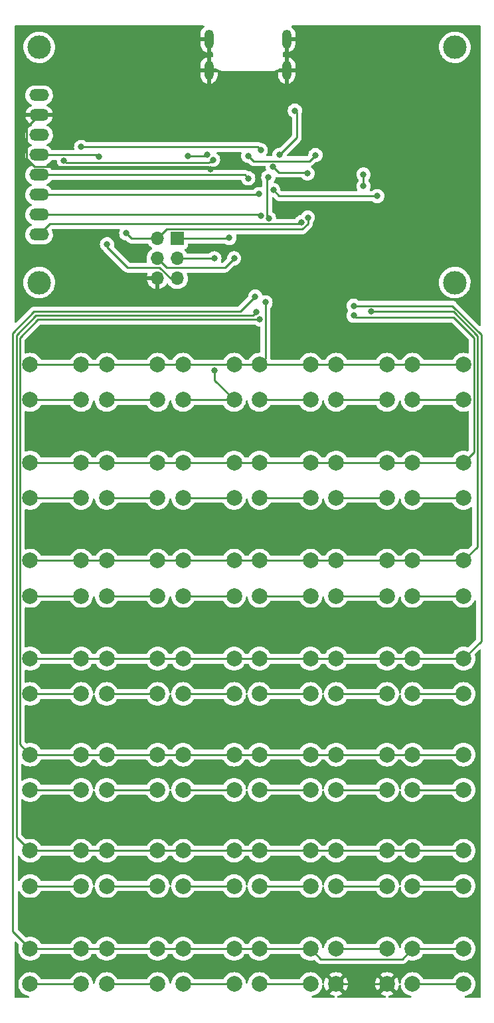
<source format=gbr>
G04 #@! TF.GenerationSoftware,KiCad,Pcbnew,6.0.0*
G04 #@! TF.CreationDate,2022-03-22T20:09:41+01:00*
G04 #@! TF.ProjectId,calculator,63616c63-756c-4617-946f-722e6b696361,rev?*
G04 #@! TF.SameCoordinates,Original*
G04 #@! TF.FileFunction,Copper,L1,Top*
G04 #@! TF.FilePolarity,Positive*
%FSLAX46Y46*%
G04 Gerber Fmt 4.6, Leading zero omitted, Abs format (unit mm)*
G04 Created by KiCad (PCBNEW 6.0.0) date 2022-03-22 20:09:41*
%MOMM*%
%LPD*%
G01*
G04 APERTURE LIST*
G04 #@! TA.AperFunction,ComponentPad*
%ADD10C,2.000000*%
G04 #@! TD*
G04 #@! TA.AperFunction,WasherPad*
%ADD11C,3.000000*%
G04 #@! TD*
G04 #@! TA.AperFunction,ComponentPad*
%ADD12O,2.500000X1.500000*%
G04 #@! TD*
G04 #@! TA.AperFunction,ComponentPad*
%ADD13O,1.200000X2.400000*%
G04 #@! TD*
G04 #@! TA.AperFunction,ComponentPad*
%ADD14R,1.700000X1.700000*%
G04 #@! TD*
G04 #@! TA.AperFunction,ComponentPad*
%ADD15O,1.700000X1.700000*%
G04 #@! TD*
G04 #@! TA.AperFunction,ViaPad*
%ADD16C,0.800000*%
G04 #@! TD*
G04 #@! TA.AperFunction,Conductor*
%ADD17C,0.250000*%
G04 #@! TD*
G04 APERTURE END LIST*
D10*
X146000000Y-84750000D03*
X152500000Y-84750000D03*
X152500000Y-89250000D03*
X146000000Y-89250000D03*
X116750000Y-84750000D03*
X123250000Y-84750000D03*
X123250000Y-89250000D03*
X116750000Y-89250000D03*
X155750000Y-97250000D03*
X162250000Y-97250000D03*
X162250000Y-101750000D03*
X155750000Y-101750000D03*
X107000000Y-134500000D03*
X113500000Y-134500000D03*
X113500000Y-139000000D03*
X107000000Y-139000000D03*
X142750000Y-84750000D03*
X136250000Y-84750000D03*
X136250000Y-89250000D03*
X142750000Y-89250000D03*
X133000000Y-97250000D03*
X126500000Y-97250000D03*
X133000000Y-101750000D03*
X126500000Y-101750000D03*
X136250000Y-134500000D03*
X142750000Y-134500000D03*
X136250000Y-139000000D03*
X142750000Y-139000000D03*
X116750000Y-109750000D03*
X123250000Y-109750000D03*
X123250000Y-114250000D03*
X116750000Y-114250000D03*
X113500000Y-146750000D03*
X107000000Y-146750000D03*
X107000000Y-151250000D03*
X113500000Y-151250000D03*
X142750000Y-122250000D03*
X136250000Y-122250000D03*
X142750000Y-126750000D03*
X136250000Y-126750000D03*
X155750000Y-134500000D03*
X162250000Y-134500000D03*
X155750000Y-139000000D03*
X162250000Y-139000000D03*
X162250000Y-122250000D03*
X155750000Y-122250000D03*
X162250000Y-126750000D03*
X155750000Y-126750000D03*
X133000000Y-134500000D03*
X126500000Y-134500000D03*
X126500000Y-139000000D03*
X133000000Y-139000000D03*
X133000000Y-122250000D03*
X126500000Y-122250000D03*
X133000000Y-126750000D03*
X126500000Y-126750000D03*
X107000000Y-84750000D03*
X113500000Y-84750000D03*
X107000000Y-89250000D03*
X113500000Y-89250000D03*
X113500000Y-159250000D03*
X107000000Y-159250000D03*
X113500000Y-163750000D03*
X107000000Y-163750000D03*
X152500000Y-122250000D03*
X146000000Y-122250000D03*
X152500000Y-126750000D03*
X146000000Y-126750000D03*
X155750000Y-109750000D03*
X162250000Y-109750000D03*
X155750000Y-114250000D03*
X162250000Y-114250000D03*
X155750000Y-159250000D03*
X162250000Y-159250000D03*
X162250000Y-163750000D03*
X155750000Y-163750000D03*
X123250000Y-97250000D03*
X116750000Y-97250000D03*
X116750000Y-101750000D03*
X123250000Y-101750000D03*
X146000000Y-146750000D03*
X152500000Y-146750000D03*
X152500000Y-151250000D03*
X146000000Y-151250000D03*
X123250000Y-159250000D03*
X116750000Y-159250000D03*
X123250000Y-163750000D03*
X116750000Y-163750000D03*
X126500000Y-109750000D03*
X133000000Y-109750000D03*
X126500000Y-114250000D03*
X133000000Y-114250000D03*
X142750000Y-146750000D03*
X136250000Y-146750000D03*
X136250000Y-151250000D03*
X142750000Y-151250000D03*
X152500000Y-134500000D03*
X146000000Y-134500000D03*
X146000000Y-139000000D03*
X152500000Y-139000000D03*
X146000000Y-159250000D03*
X152500000Y-159250000D03*
X146000000Y-163750000D03*
X152500000Y-163750000D03*
X162250000Y-146750000D03*
X155750000Y-146750000D03*
X155750000Y-151250000D03*
X162250000Y-151250000D03*
X136250000Y-109750000D03*
X142750000Y-109750000D03*
X142750000Y-114250000D03*
X136250000Y-114250000D03*
X123250000Y-122250000D03*
X116750000Y-122250000D03*
X123250000Y-126750000D03*
X116750000Y-126750000D03*
X146000000Y-97250000D03*
X152500000Y-97250000D03*
X146000000Y-101750000D03*
X152500000Y-101750000D03*
X113500000Y-97250000D03*
X107000000Y-97250000D03*
X113500000Y-101750000D03*
X107000000Y-101750000D03*
X126500000Y-159250000D03*
X133000000Y-159250000D03*
X133000000Y-163750000D03*
X126500000Y-163750000D03*
X133000000Y-146750000D03*
X126500000Y-146750000D03*
X133000000Y-151250000D03*
X126500000Y-151250000D03*
X142750000Y-159250000D03*
X136250000Y-159250000D03*
X136250000Y-163750000D03*
X142750000Y-163750000D03*
X123250000Y-134500000D03*
X116750000Y-134500000D03*
X123250000Y-139000000D03*
X116750000Y-139000000D03*
X142750000Y-97250000D03*
X136250000Y-97250000D03*
X142750000Y-101750000D03*
X136250000Y-101750000D03*
X133000000Y-84750000D03*
X126500000Y-84750000D03*
X133000000Y-89250000D03*
X126500000Y-89250000D03*
X123250000Y-146750000D03*
X116750000Y-146750000D03*
X123250000Y-151250000D03*
X116750000Y-151250000D03*
X155750000Y-84750000D03*
X162250000Y-84750000D03*
X162250000Y-89250000D03*
X155750000Y-89250000D03*
X107000000Y-122250000D03*
X113500000Y-122250000D03*
X113500000Y-126750000D03*
X107000000Y-126750000D03*
X107000000Y-109750000D03*
X113500000Y-109750000D03*
X113500000Y-114250000D03*
X107000000Y-114250000D03*
X152500000Y-109750000D03*
X146000000Y-109750000D03*
X146000000Y-114250000D03*
X152500000Y-114250000D03*
D11*
X108145000Y-74285000D03*
X161145000Y-44285000D03*
X161145000Y-74285000D03*
X108145000Y-44285000D03*
D12*
X108145000Y-50395000D03*
X108145000Y-52935000D03*
X108145000Y-55475000D03*
X108145000Y-58015000D03*
X108145000Y-60555000D03*
X108145000Y-63095000D03*
X108145000Y-65635000D03*
X108145000Y-68175000D03*
D13*
X129800000Y-47230000D03*
X129800000Y-43230000D03*
X139700000Y-43230000D03*
X139700000Y-47230000D03*
D14*
X125750000Y-68670000D03*
D15*
X123210000Y-68670000D03*
X125750000Y-71210000D03*
X123210000Y-71210000D03*
X125750000Y-73750000D03*
X123210000Y-73750000D03*
D16*
X154000000Y-155000000D03*
X115750000Y-58250000D03*
X115000000Y-81500000D03*
X115000000Y-93250000D03*
X115000000Y-105750000D03*
X115000000Y-118250000D03*
X150500000Y-78000000D03*
X149500000Y-60500000D03*
X149500000Y-62000000D03*
X134750000Y-155000000D03*
X130500000Y-85500000D03*
X151250000Y-63250000D03*
X138000000Y-62500000D03*
X144608300Y-59644254D03*
X130000000Y-59800000D03*
X142750000Y-54037500D03*
X142400000Y-66000000D03*
X119250000Y-68000000D03*
X138800000Y-58000000D03*
X140752289Y-52350980D03*
X130311085Y-58618882D03*
X111307540Y-58755980D03*
X129562672Y-57956400D03*
X127075990Y-58124500D03*
X143374933Y-58025989D03*
X134800000Y-58124500D03*
X132400000Y-68600000D03*
X130479740Y-71205142D03*
X133000000Y-71200000D03*
X136400000Y-57400000D03*
X113500000Y-57000000D03*
X116800000Y-69400000D03*
X137000000Y-76800000D03*
X137431726Y-66075500D03*
X137362299Y-60837701D03*
X142371367Y-60368754D03*
X137951479Y-59524500D03*
X148250000Y-78500000D03*
X148250000Y-77250000D03*
X136275500Y-78984473D03*
X135844314Y-78082761D03*
X135700000Y-76075402D03*
X136200000Y-63000000D03*
X136400000Y-65800000D03*
X141588069Y-66582901D03*
X134800000Y-61000000D03*
D17*
X108145000Y-58015000D02*
X115515000Y-58015000D01*
X115515000Y-58015000D02*
X115750000Y-58250000D01*
X136400000Y-57400000D02*
X136000000Y-57000000D01*
X136000000Y-57000000D02*
X113500000Y-57000000D01*
X162250000Y-97250000D02*
X163574511Y-95925489D01*
X163574511Y-81324511D02*
X161000000Y-78750000D01*
X148500000Y-78750000D02*
X148250000Y-78500000D01*
X163574511Y-95925489D02*
X163574511Y-81324511D01*
X161000000Y-78750000D02*
X148500000Y-78750000D01*
X160960215Y-78000000D02*
X150500000Y-78000000D01*
X164024022Y-107975978D02*
X164024022Y-81063807D01*
X162250000Y-109750000D02*
X164024022Y-107975978D01*
X164024022Y-81063807D02*
X160960215Y-78000000D01*
X160845919Y-77250000D02*
X148250000Y-77250000D01*
X164500000Y-120000000D02*
X164500000Y-80904081D01*
X164500000Y-80904081D02*
X160845919Y-77250000D01*
X162250000Y-122250000D02*
X164500000Y-120000000D01*
X137000000Y-76800000D02*
X137000000Y-84000000D01*
X137000000Y-84000000D02*
X136250000Y-84750000D01*
X149500000Y-60500000D02*
X149500000Y-62000000D01*
X138000000Y-62500000D02*
X138750000Y-63250000D01*
X138750000Y-63250000D02*
X151250000Y-63250000D01*
X133000000Y-89250000D02*
X130500000Y-86750000D01*
X130500000Y-86750000D02*
X130500000Y-85500000D01*
X130474882Y-71210000D02*
X130479740Y-71205142D01*
X130054468Y-58875499D02*
X130311085Y-58618882D01*
X129744431Y-59030969D02*
X129899901Y-58875499D01*
X111307540Y-58755980D02*
X111582529Y-59030969D01*
X129899901Y-58875499D02*
X130054468Y-58875499D01*
X125750000Y-71210000D02*
X130474882Y-71210000D01*
X111582529Y-59030969D02*
X129744431Y-59030969D01*
X129394572Y-58124500D02*
X127075990Y-58124500D01*
X129562672Y-57956400D02*
X129394572Y-58124500D01*
X137200000Y-61000000D02*
X137362299Y-60837701D01*
X137200000Y-65843774D02*
X137200000Y-61000000D01*
X137431726Y-66075500D02*
X137200000Y-65843774D01*
X144600000Y-55887500D02*
X144600000Y-59635954D01*
X142750000Y-54037500D02*
X144600000Y-55887500D01*
X137951479Y-59524500D02*
X138675980Y-60249001D01*
X138675980Y-60249001D02*
X142251614Y-60249001D01*
X142251614Y-60249001D02*
X142371367Y-60368754D01*
X144600000Y-59635954D02*
X144608300Y-59644254D01*
X152500000Y-163750000D02*
X146000000Y-163750000D01*
X152500000Y-151250000D02*
X146000000Y-151250000D01*
X107000000Y-163750000D02*
X113500000Y-163750000D01*
X123250000Y-163750000D02*
X116750000Y-163750000D01*
X133000000Y-163750000D02*
X126500000Y-163750000D01*
X142750000Y-163750000D02*
X136250000Y-163750000D01*
X162250000Y-163750000D02*
X155750000Y-163750000D01*
X152500000Y-159250000D02*
X146000000Y-159250000D01*
X106570480Y-58460080D02*
X106570480Y-54509520D01*
X129680480Y-59480480D02*
X130000000Y-59800000D01*
X107590880Y-59480480D02*
X106570480Y-58460080D01*
X106570480Y-54509520D02*
X108145000Y-52935000D01*
X107590880Y-59480480D02*
X129680480Y-59480480D01*
X123210000Y-68670000D02*
X119920000Y-68670000D01*
X141704511Y-67495489D02*
X142400000Y-66800000D01*
X123210000Y-68670000D02*
X124384511Y-67495489D01*
X138800000Y-58000000D02*
X140997179Y-55802821D01*
X119920000Y-68670000D02*
X119250000Y-68000000D01*
X140997179Y-52595870D02*
X140752289Y-52350980D01*
X140997179Y-55802821D02*
X140997179Y-52595870D01*
X142400000Y-66800000D02*
X142400000Y-66000000D01*
X124384511Y-67495489D02*
X141704511Y-67495489D01*
X107000000Y-89250000D02*
X113500000Y-89250000D01*
X113500000Y-101750000D02*
X107000000Y-101750000D01*
X113500000Y-114250000D02*
X107000000Y-114250000D01*
X113500000Y-126750000D02*
X107000000Y-126750000D01*
X113500000Y-139000000D02*
X107000000Y-139000000D01*
X107000000Y-151250000D02*
X113500000Y-151250000D01*
X116750000Y-89250000D02*
X123250000Y-89250000D01*
X123250000Y-101750000D02*
X116750000Y-101750000D01*
X116750000Y-114250000D02*
X123250000Y-114250000D01*
X123250000Y-126750000D02*
X116750000Y-126750000D01*
X123250000Y-139000000D02*
X116750000Y-139000000D01*
X116750000Y-151250000D02*
X123250000Y-151250000D01*
X126500000Y-89250000D02*
X133000000Y-89250000D01*
X133000000Y-101750000D02*
X126500000Y-101750000D01*
X126500000Y-114250000D02*
X133000000Y-114250000D01*
X133000000Y-126750000D02*
X126500000Y-126750000D01*
X133000000Y-139000000D02*
X126500000Y-139000000D01*
X126500000Y-151250000D02*
X133000000Y-151250000D01*
X136250000Y-89250000D02*
X142750000Y-89250000D01*
X142750000Y-101750000D02*
X136250000Y-101750000D01*
X136250000Y-114250000D02*
X142750000Y-114250000D01*
X142750000Y-126750000D02*
X136250000Y-126750000D01*
X142750000Y-139000000D02*
X136250000Y-139000000D01*
X136250000Y-151250000D02*
X142750000Y-151250000D01*
X135475500Y-58800000D02*
X142600922Y-58800000D01*
X134800000Y-58124500D02*
X135475500Y-58800000D01*
X142600922Y-58800000D02*
X143374933Y-58025989D01*
X146000000Y-89250000D02*
X152500000Y-89250000D01*
X152500000Y-101750000D02*
X146000000Y-101750000D01*
X146000000Y-114250000D02*
X152500000Y-114250000D01*
X152500000Y-126750000D02*
X146000000Y-126750000D01*
X152500000Y-139000000D02*
X146000000Y-139000000D01*
X155750000Y-89250000D02*
X162250000Y-89250000D01*
X162250000Y-101750000D02*
X155750000Y-101750000D01*
X155750000Y-114250000D02*
X162250000Y-114250000D01*
X162250000Y-126750000D02*
X155750000Y-126750000D01*
X162250000Y-139000000D02*
X155750000Y-139000000D01*
X155750000Y-151250000D02*
X162250000Y-151250000D01*
X132400000Y-68600000D02*
X132330000Y-68670000D01*
X132330000Y-68670000D02*
X125750000Y-68670000D01*
X133000000Y-71200000D02*
X131815489Y-72384511D01*
X124384511Y-72384511D02*
X123210000Y-71210000D01*
X131815489Y-72384511D02*
X124384511Y-72384511D01*
X116800000Y-69774600D02*
X116800000Y-69400000D01*
X124871010Y-73750000D02*
X123505521Y-72384511D01*
X123505521Y-72384511D02*
X119409911Y-72384511D01*
X125750000Y-73750000D02*
X124871010Y-73750000D01*
X119409911Y-72384511D02*
X116800000Y-69774600D01*
X162250000Y-84750000D02*
X107000000Y-84750000D01*
X107000000Y-97250000D02*
X162250000Y-97250000D01*
X162250000Y-109750000D02*
X107000000Y-109750000D01*
X107000000Y-122250000D02*
X162250000Y-122250000D01*
X162250000Y-134500000D02*
X107000000Y-134500000D01*
X107000000Y-134500000D02*
X105675489Y-133175489D01*
X105675489Y-81324511D02*
X108000000Y-79000000D01*
X108000000Y-79000000D02*
X136259973Y-79000000D01*
X136259973Y-79000000D02*
X136275500Y-78984473D01*
X105675489Y-133175489D02*
X105675489Y-81324511D01*
X105225979Y-81024021D02*
X107750000Y-78500000D01*
X107750000Y-78500000D02*
X135427075Y-78500000D01*
X107000000Y-146750000D02*
X105225979Y-144975979D01*
X162250000Y-146750000D02*
X107000000Y-146750000D01*
X135427075Y-78500000D02*
X135844314Y-78082761D01*
X105225979Y-144975979D02*
X105225979Y-81024021D01*
X107000000Y-159250000D02*
X133000000Y-159250000D01*
X142750000Y-159250000D02*
X144074511Y-160574511D01*
X154425489Y-160574511D02*
X155750000Y-159250000D01*
X133000000Y-159250000D02*
X142750000Y-159250000D01*
X133775402Y-78000000D02*
X135700000Y-76075402D01*
X104776469Y-157026469D02*
X104776469Y-80723531D01*
X144074511Y-160574511D02*
X154425489Y-160574511D01*
X104776469Y-80723531D02*
X107500000Y-78000000D01*
X107500000Y-78000000D02*
X133775402Y-78000000D01*
X155750000Y-159250000D02*
X162250000Y-159250000D01*
X107000000Y-159250000D02*
X104776469Y-157026469D01*
X136105000Y-63095000D02*
X108145000Y-63095000D01*
X136200000Y-63000000D02*
X136105000Y-63095000D01*
X136400000Y-65800000D02*
X136235000Y-65635000D01*
X136235000Y-65635000D02*
X108145000Y-65635000D01*
X108145000Y-68175000D02*
X109520000Y-66800000D01*
X109520000Y-66800000D02*
X141370970Y-66800000D01*
X141370970Y-66800000D02*
X141588069Y-66582901D01*
X134800000Y-61000000D02*
X134355000Y-60555000D01*
X134355000Y-60555000D02*
X108145000Y-60555000D01*
G04 #@! TA.AperFunction,Conductor*
G36*
X164410032Y-121090038D02*
G01*
X164466868Y-121132585D01*
X164491679Y-121199105D01*
X164492000Y-121208094D01*
X164492000Y-165366000D01*
X164471998Y-165434121D01*
X164418342Y-165480614D01*
X164366000Y-165492000D01*
X162520515Y-165492000D01*
X162452394Y-165471998D01*
X162405901Y-165418342D01*
X162395797Y-165348068D01*
X162425291Y-165283488D01*
X162491101Y-165243481D01*
X162717594Y-165189105D01*
X162722167Y-165187211D01*
X162932389Y-165100135D01*
X162932393Y-165100133D01*
X162936963Y-165098240D01*
X162941916Y-165095205D01*
X163135202Y-164976759D01*
X163135208Y-164976755D01*
X163139416Y-164974176D01*
X163319969Y-164819969D01*
X163474176Y-164639416D01*
X163476755Y-164635208D01*
X163476759Y-164635202D01*
X163595654Y-164441183D01*
X163598240Y-164436963D01*
X163600229Y-164432163D01*
X163687211Y-164222167D01*
X163687212Y-164222165D01*
X163689105Y-164217594D01*
X163744535Y-163986711D01*
X163763165Y-163750000D01*
X163744535Y-163513289D01*
X163689105Y-163282406D01*
X163620385Y-163116500D01*
X163600135Y-163067611D01*
X163600133Y-163067607D01*
X163598240Y-163063037D01*
X163594133Y-163056335D01*
X163476759Y-162864798D01*
X163476755Y-162864792D01*
X163474176Y-162860584D01*
X163319969Y-162680031D01*
X163139416Y-162525824D01*
X163135208Y-162523245D01*
X163135202Y-162523241D01*
X162941183Y-162404346D01*
X162936963Y-162401760D01*
X162932393Y-162399867D01*
X162932389Y-162399865D01*
X162722167Y-162312789D01*
X162722165Y-162312788D01*
X162717594Y-162310895D01*
X162637391Y-162291640D01*
X162491524Y-162256620D01*
X162491518Y-162256619D01*
X162486711Y-162255465D01*
X162250000Y-162236835D01*
X162013289Y-162255465D01*
X162008482Y-162256619D01*
X162008476Y-162256620D01*
X161862609Y-162291640D01*
X161782406Y-162310895D01*
X161777835Y-162312788D01*
X161777833Y-162312789D01*
X161567611Y-162399865D01*
X161567607Y-162399867D01*
X161563037Y-162401760D01*
X161558817Y-162404346D01*
X161364798Y-162523241D01*
X161364792Y-162523245D01*
X161360584Y-162525824D01*
X161180031Y-162680031D01*
X161025824Y-162860584D01*
X161023245Y-162864792D01*
X161023241Y-162864798D01*
X160905867Y-163056335D01*
X160853219Y-163103966D01*
X160798434Y-163116500D01*
X157201566Y-163116500D01*
X157133445Y-163096498D01*
X157094133Y-163056335D01*
X156976759Y-162864798D01*
X156976755Y-162864792D01*
X156974176Y-162860584D01*
X156819969Y-162680031D01*
X156639416Y-162525824D01*
X156635208Y-162523245D01*
X156635202Y-162523241D01*
X156441183Y-162404346D01*
X156436963Y-162401760D01*
X156432393Y-162399867D01*
X156432389Y-162399865D01*
X156222167Y-162312789D01*
X156222165Y-162312788D01*
X156217594Y-162310895D01*
X156137391Y-162291640D01*
X155991524Y-162256620D01*
X155991518Y-162256619D01*
X155986711Y-162255465D01*
X155750000Y-162236835D01*
X155513289Y-162255465D01*
X155508482Y-162256619D01*
X155508476Y-162256620D01*
X155362609Y-162291640D01*
X155282406Y-162310895D01*
X155277835Y-162312788D01*
X155277833Y-162312789D01*
X155067611Y-162399865D01*
X155067607Y-162399867D01*
X155063037Y-162401760D01*
X155058817Y-162404346D01*
X154864798Y-162523241D01*
X154864792Y-162523245D01*
X154860584Y-162525824D01*
X154680031Y-162680031D01*
X154525824Y-162860584D01*
X154523245Y-162864792D01*
X154523241Y-162864798D01*
X154405867Y-163056335D01*
X154401760Y-163063037D01*
X154399867Y-163067607D01*
X154399865Y-163067611D01*
X154379615Y-163116500D01*
X154310895Y-163282406D01*
X154255465Y-163513289D01*
X154255077Y-163518222D01*
X154250361Y-163578137D01*
X154225075Y-163644478D01*
X154167937Y-163686617D01*
X154097087Y-163691176D01*
X154035019Y-163656706D01*
X154001440Y-163594153D01*
X153999137Y-163578135D01*
X153994428Y-163518301D01*
X153992885Y-163508554D01*
X153939783Y-163287373D01*
X153936734Y-163277988D01*
X153849687Y-163067837D01*
X153845205Y-163059042D01*
X153742568Y-162891555D01*
X153732110Y-162882093D01*
X153723334Y-162885876D01*
X152872022Y-163737188D01*
X152864408Y-163751132D01*
X152864539Y-163752965D01*
X152868790Y-163759580D01*
X153720290Y-164611080D01*
X153732670Y-164617840D01*
X153740320Y-164612113D01*
X153845205Y-164440958D01*
X153849687Y-164432163D01*
X153936734Y-164222012D01*
X153939783Y-164212627D01*
X153992885Y-163991446D01*
X153994428Y-163981699D01*
X153999137Y-163921865D01*
X154024422Y-163855523D01*
X154081560Y-163813383D01*
X154152410Y-163808824D01*
X154214478Y-163843292D01*
X154248057Y-163905846D01*
X154250361Y-163921863D01*
X154255465Y-163986711D01*
X154310895Y-164217594D01*
X154312788Y-164222165D01*
X154312789Y-164222167D01*
X154399772Y-164432163D01*
X154401760Y-164436963D01*
X154404346Y-164441183D01*
X154523241Y-164635202D01*
X154523245Y-164635208D01*
X154525824Y-164639416D01*
X154680031Y-164819969D01*
X154860584Y-164974176D01*
X154864792Y-164976755D01*
X154864798Y-164976759D01*
X155058084Y-165095205D01*
X155063037Y-165098240D01*
X155067607Y-165100133D01*
X155067611Y-165100135D01*
X155277833Y-165187211D01*
X155282406Y-165189105D01*
X155508899Y-165243481D01*
X155570468Y-165278833D01*
X155603151Y-165341860D01*
X155596571Y-165412551D01*
X155552816Y-165468462D01*
X155479485Y-165492000D01*
X152768375Y-165492000D01*
X152700254Y-165471998D01*
X152653761Y-165418342D01*
X152643657Y-165348068D01*
X152673151Y-165283488D01*
X152738961Y-165243481D01*
X152962627Y-165189783D01*
X152972012Y-165186734D01*
X153182163Y-165099687D01*
X153190958Y-165095205D01*
X153358445Y-164992568D01*
X153367907Y-164982110D01*
X153364124Y-164973334D01*
X152512812Y-164122022D01*
X152498868Y-164114408D01*
X152497035Y-164114539D01*
X152490420Y-164118790D01*
X151638920Y-164970290D01*
X151632160Y-164982670D01*
X151637887Y-164990320D01*
X151809042Y-165095205D01*
X151817837Y-165099687D01*
X152027988Y-165186734D01*
X152037373Y-165189783D01*
X152261039Y-165243481D01*
X152322608Y-165278833D01*
X152355291Y-165341860D01*
X152348710Y-165412551D01*
X152304956Y-165468462D01*
X152231625Y-165492000D01*
X146268375Y-165492000D01*
X146200254Y-165471998D01*
X146153761Y-165418342D01*
X146143657Y-165348068D01*
X146173151Y-165283488D01*
X146238961Y-165243481D01*
X146462627Y-165189783D01*
X146472012Y-165186734D01*
X146682163Y-165099687D01*
X146690958Y-165095205D01*
X146858445Y-164992568D01*
X146867907Y-164982110D01*
X146864124Y-164973334D01*
X146012812Y-164122022D01*
X145998868Y-164114408D01*
X145997035Y-164114539D01*
X145990420Y-164118790D01*
X145138920Y-164970290D01*
X145132160Y-164982670D01*
X145137887Y-164990320D01*
X145309042Y-165095205D01*
X145317837Y-165099687D01*
X145527988Y-165186734D01*
X145537373Y-165189783D01*
X145761039Y-165243481D01*
X145822608Y-165278833D01*
X145855291Y-165341860D01*
X145848710Y-165412551D01*
X145804956Y-165468462D01*
X145731625Y-165492000D01*
X143020515Y-165492000D01*
X142952394Y-165471998D01*
X142905901Y-165418342D01*
X142895797Y-165348068D01*
X142925291Y-165283488D01*
X142991101Y-165243481D01*
X143217594Y-165189105D01*
X143222167Y-165187211D01*
X143432389Y-165100135D01*
X143432393Y-165100133D01*
X143436963Y-165098240D01*
X143441916Y-165095205D01*
X143635202Y-164976759D01*
X143635208Y-164976755D01*
X143639416Y-164974176D01*
X143819969Y-164819969D01*
X143974176Y-164639416D01*
X143976755Y-164635208D01*
X143976759Y-164635202D01*
X144095654Y-164441183D01*
X144098240Y-164436963D01*
X144100229Y-164432163D01*
X144187211Y-164222167D01*
X144187212Y-164222165D01*
X144189105Y-164217594D01*
X144244535Y-163986711D01*
X144249639Y-163921863D01*
X144274925Y-163855522D01*
X144332063Y-163813383D01*
X144402913Y-163808824D01*
X144464981Y-163843294D01*
X144498560Y-163905847D01*
X144500863Y-163921865D01*
X144505572Y-163981699D01*
X144507115Y-163991446D01*
X144560217Y-164212627D01*
X144563266Y-164222012D01*
X144650313Y-164432163D01*
X144654795Y-164440958D01*
X144757432Y-164608445D01*
X144767890Y-164617907D01*
X144776666Y-164614124D01*
X145627978Y-163762812D01*
X145634356Y-163751132D01*
X146364408Y-163751132D01*
X146364539Y-163752965D01*
X146368790Y-163759580D01*
X147220290Y-164611080D01*
X147232670Y-164617840D01*
X147240320Y-164612113D01*
X147345205Y-164440958D01*
X147349687Y-164432163D01*
X147436734Y-164222012D01*
X147439783Y-164212627D01*
X147492885Y-163991446D01*
X147494428Y-163981699D01*
X147512275Y-163754930D01*
X150987725Y-163754930D01*
X151005572Y-163981699D01*
X151007115Y-163991446D01*
X151060217Y-164212627D01*
X151063266Y-164222012D01*
X151150313Y-164432163D01*
X151154795Y-164440958D01*
X151257432Y-164608445D01*
X151267890Y-164617907D01*
X151276666Y-164614124D01*
X152127978Y-163762812D01*
X152135592Y-163748868D01*
X152135461Y-163747035D01*
X152131210Y-163740420D01*
X151279710Y-162888920D01*
X151267330Y-162882160D01*
X151259680Y-162887887D01*
X151154795Y-163059042D01*
X151150313Y-163067837D01*
X151063266Y-163277988D01*
X151060217Y-163287373D01*
X151007115Y-163508554D01*
X151005572Y-163518301D01*
X150987725Y-163745070D01*
X150987725Y-163754930D01*
X147512275Y-163754930D01*
X147512275Y-163745070D01*
X147494428Y-163518301D01*
X147492885Y-163508554D01*
X147439783Y-163287373D01*
X147436734Y-163277988D01*
X147349687Y-163067837D01*
X147345205Y-163059042D01*
X147242568Y-162891555D01*
X147232110Y-162882093D01*
X147223334Y-162885876D01*
X146372022Y-163737188D01*
X146364408Y-163751132D01*
X145634356Y-163751132D01*
X145635592Y-163748868D01*
X145635461Y-163747035D01*
X145631210Y-163740420D01*
X144779710Y-162888920D01*
X144767330Y-162882160D01*
X144759680Y-162887887D01*
X144654795Y-163059042D01*
X144650313Y-163067837D01*
X144563266Y-163277988D01*
X144560217Y-163287373D01*
X144507115Y-163508554D01*
X144505572Y-163518301D01*
X144500863Y-163578135D01*
X144475578Y-163644477D01*
X144418440Y-163686617D01*
X144347590Y-163691176D01*
X144285522Y-163656708D01*
X144251943Y-163594154D01*
X144249639Y-163578137D01*
X144244923Y-163518222D01*
X144244535Y-163513289D01*
X144189105Y-163282406D01*
X144120385Y-163116500D01*
X144100135Y-163067611D01*
X144100133Y-163067607D01*
X144098240Y-163063037D01*
X144094133Y-163056335D01*
X143976759Y-162864798D01*
X143976755Y-162864792D01*
X143974176Y-162860584D01*
X143819969Y-162680031D01*
X143639416Y-162525824D01*
X143635208Y-162523245D01*
X143635202Y-162523241D01*
X143626470Y-162517890D01*
X145132093Y-162517890D01*
X145135876Y-162526666D01*
X145987188Y-163377978D01*
X146001132Y-163385592D01*
X146002965Y-163385461D01*
X146009580Y-163381210D01*
X146861080Y-162529710D01*
X146867534Y-162517890D01*
X151632093Y-162517890D01*
X151635876Y-162526666D01*
X152487188Y-163377978D01*
X152501132Y-163385592D01*
X152502965Y-163385461D01*
X152509580Y-163381210D01*
X153361080Y-162529710D01*
X153367840Y-162517330D01*
X153362113Y-162509680D01*
X153190958Y-162404795D01*
X153182163Y-162400313D01*
X152972012Y-162313266D01*
X152962627Y-162310217D01*
X152741446Y-162257115D01*
X152731699Y-162255572D01*
X152504930Y-162237725D01*
X152495070Y-162237725D01*
X152268301Y-162255572D01*
X152258554Y-162257115D01*
X152037373Y-162310217D01*
X152027988Y-162313266D01*
X151817837Y-162400313D01*
X151809042Y-162404795D01*
X151641555Y-162507432D01*
X151632093Y-162517890D01*
X146867534Y-162517890D01*
X146867840Y-162517330D01*
X146862113Y-162509680D01*
X146690958Y-162404795D01*
X146682163Y-162400313D01*
X146472012Y-162313266D01*
X146462627Y-162310217D01*
X146241446Y-162257115D01*
X146231699Y-162255572D01*
X146004930Y-162237725D01*
X145995070Y-162237725D01*
X145768301Y-162255572D01*
X145758554Y-162257115D01*
X145537373Y-162310217D01*
X145527988Y-162313266D01*
X145317837Y-162400313D01*
X145309042Y-162404795D01*
X145141555Y-162507432D01*
X145132093Y-162517890D01*
X143626470Y-162517890D01*
X143441183Y-162404346D01*
X143436963Y-162401760D01*
X143432393Y-162399867D01*
X143432389Y-162399865D01*
X143222167Y-162312789D01*
X143222165Y-162312788D01*
X143217594Y-162310895D01*
X143137391Y-162291640D01*
X142991524Y-162256620D01*
X142991518Y-162256619D01*
X142986711Y-162255465D01*
X142750000Y-162236835D01*
X142513289Y-162255465D01*
X142508482Y-162256619D01*
X142508476Y-162256620D01*
X142362609Y-162291640D01*
X142282406Y-162310895D01*
X142277835Y-162312788D01*
X142277833Y-162312789D01*
X142067611Y-162399865D01*
X142067607Y-162399867D01*
X142063037Y-162401760D01*
X142058817Y-162404346D01*
X141864798Y-162523241D01*
X141864792Y-162523245D01*
X141860584Y-162525824D01*
X141680031Y-162680031D01*
X141525824Y-162860584D01*
X141523245Y-162864792D01*
X141523241Y-162864798D01*
X141405867Y-163056335D01*
X141353219Y-163103966D01*
X141298434Y-163116500D01*
X137701566Y-163116500D01*
X137633445Y-163096498D01*
X137594133Y-163056335D01*
X137476759Y-162864798D01*
X137476755Y-162864792D01*
X137474176Y-162860584D01*
X137319969Y-162680031D01*
X137139416Y-162525824D01*
X137135208Y-162523245D01*
X137135202Y-162523241D01*
X136941183Y-162404346D01*
X136936963Y-162401760D01*
X136932393Y-162399867D01*
X136932389Y-162399865D01*
X136722167Y-162312789D01*
X136722165Y-162312788D01*
X136717594Y-162310895D01*
X136637391Y-162291640D01*
X136491524Y-162256620D01*
X136491518Y-162256619D01*
X136486711Y-162255465D01*
X136250000Y-162236835D01*
X136013289Y-162255465D01*
X136008482Y-162256619D01*
X136008476Y-162256620D01*
X135862609Y-162291640D01*
X135782406Y-162310895D01*
X135777835Y-162312788D01*
X135777833Y-162312789D01*
X135567611Y-162399865D01*
X135567607Y-162399867D01*
X135563037Y-162401760D01*
X135558817Y-162404346D01*
X135364798Y-162523241D01*
X135364792Y-162523245D01*
X135360584Y-162525824D01*
X135180031Y-162680031D01*
X135025824Y-162860584D01*
X135023245Y-162864792D01*
X135023241Y-162864798D01*
X134905867Y-163056335D01*
X134901760Y-163063037D01*
X134899867Y-163067607D01*
X134899865Y-163067611D01*
X134879615Y-163116500D01*
X134810895Y-163282406D01*
X134755465Y-163513289D01*
X134755077Y-163518222D01*
X134755077Y-163518223D01*
X134750612Y-163574951D01*
X134725326Y-163641292D01*
X134668188Y-163683432D01*
X134597338Y-163687991D01*
X134535271Y-163653522D01*
X134501691Y-163590968D01*
X134499388Y-163574951D01*
X134494923Y-163518223D01*
X134494923Y-163518222D01*
X134494535Y-163513289D01*
X134439105Y-163282406D01*
X134370385Y-163116500D01*
X134350135Y-163067611D01*
X134350133Y-163067607D01*
X134348240Y-163063037D01*
X134344133Y-163056335D01*
X134226759Y-162864798D01*
X134226755Y-162864792D01*
X134224176Y-162860584D01*
X134069969Y-162680031D01*
X133889416Y-162525824D01*
X133885208Y-162523245D01*
X133885202Y-162523241D01*
X133691183Y-162404346D01*
X133686963Y-162401760D01*
X133682393Y-162399867D01*
X133682389Y-162399865D01*
X133472167Y-162312789D01*
X133472165Y-162312788D01*
X133467594Y-162310895D01*
X133387391Y-162291640D01*
X133241524Y-162256620D01*
X133241518Y-162256619D01*
X133236711Y-162255465D01*
X133000000Y-162236835D01*
X132763289Y-162255465D01*
X132758482Y-162256619D01*
X132758476Y-162256620D01*
X132612609Y-162291640D01*
X132532406Y-162310895D01*
X132527835Y-162312788D01*
X132527833Y-162312789D01*
X132317611Y-162399865D01*
X132317607Y-162399867D01*
X132313037Y-162401760D01*
X132308817Y-162404346D01*
X132114798Y-162523241D01*
X132114792Y-162523245D01*
X132110584Y-162525824D01*
X131930031Y-162680031D01*
X131775824Y-162860584D01*
X131773245Y-162864792D01*
X131773241Y-162864798D01*
X131655867Y-163056335D01*
X131603219Y-163103966D01*
X131548434Y-163116500D01*
X127951566Y-163116500D01*
X127883445Y-163096498D01*
X127844133Y-163056335D01*
X127726759Y-162864798D01*
X127726755Y-162864792D01*
X127724176Y-162860584D01*
X127569969Y-162680031D01*
X127389416Y-162525824D01*
X127385208Y-162523245D01*
X127385202Y-162523241D01*
X127191183Y-162404346D01*
X127186963Y-162401760D01*
X127182393Y-162399867D01*
X127182389Y-162399865D01*
X126972167Y-162312789D01*
X126972165Y-162312788D01*
X126967594Y-162310895D01*
X126887391Y-162291640D01*
X126741524Y-162256620D01*
X126741518Y-162256619D01*
X126736711Y-162255465D01*
X126500000Y-162236835D01*
X126263289Y-162255465D01*
X126258482Y-162256619D01*
X126258476Y-162256620D01*
X126112609Y-162291640D01*
X126032406Y-162310895D01*
X126027835Y-162312788D01*
X126027833Y-162312789D01*
X125817611Y-162399865D01*
X125817607Y-162399867D01*
X125813037Y-162401760D01*
X125808817Y-162404346D01*
X125614798Y-162523241D01*
X125614792Y-162523245D01*
X125610584Y-162525824D01*
X125430031Y-162680031D01*
X125275824Y-162860584D01*
X125273245Y-162864792D01*
X125273241Y-162864798D01*
X125155867Y-163056335D01*
X125151760Y-163063037D01*
X125149867Y-163067607D01*
X125149865Y-163067611D01*
X125129615Y-163116500D01*
X125060895Y-163282406D01*
X125005465Y-163513289D01*
X125005077Y-163518222D01*
X125005077Y-163518223D01*
X125000612Y-163574951D01*
X124975326Y-163641292D01*
X124918188Y-163683432D01*
X124847338Y-163687991D01*
X124785271Y-163653522D01*
X124751691Y-163590968D01*
X124749388Y-163574951D01*
X124744923Y-163518223D01*
X124744923Y-163518222D01*
X124744535Y-163513289D01*
X124689105Y-163282406D01*
X124620385Y-163116500D01*
X124600135Y-163067611D01*
X124600133Y-163067607D01*
X124598240Y-163063037D01*
X124594133Y-163056335D01*
X124476759Y-162864798D01*
X124476755Y-162864792D01*
X124474176Y-162860584D01*
X124319969Y-162680031D01*
X124139416Y-162525824D01*
X124135208Y-162523245D01*
X124135202Y-162523241D01*
X123941183Y-162404346D01*
X123936963Y-162401760D01*
X123932393Y-162399867D01*
X123932389Y-162399865D01*
X123722167Y-162312789D01*
X123722165Y-162312788D01*
X123717594Y-162310895D01*
X123637391Y-162291640D01*
X123491524Y-162256620D01*
X123491518Y-162256619D01*
X123486711Y-162255465D01*
X123250000Y-162236835D01*
X123013289Y-162255465D01*
X123008482Y-162256619D01*
X123008476Y-162256620D01*
X122862609Y-162291640D01*
X122782406Y-162310895D01*
X122777835Y-162312788D01*
X122777833Y-162312789D01*
X122567611Y-162399865D01*
X122567607Y-162399867D01*
X122563037Y-162401760D01*
X122558817Y-162404346D01*
X122364798Y-162523241D01*
X122364792Y-162523245D01*
X122360584Y-162525824D01*
X122180031Y-162680031D01*
X122025824Y-162860584D01*
X122023245Y-162864792D01*
X122023241Y-162864798D01*
X121905867Y-163056335D01*
X121853219Y-163103966D01*
X121798434Y-163116500D01*
X118201566Y-163116500D01*
X118133445Y-163096498D01*
X118094133Y-163056335D01*
X117976759Y-162864798D01*
X117976755Y-162864792D01*
X117974176Y-162860584D01*
X117819969Y-162680031D01*
X117639416Y-162525824D01*
X117635208Y-162523245D01*
X117635202Y-162523241D01*
X117441183Y-162404346D01*
X117436963Y-162401760D01*
X117432393Y-162399867D01*
X117432389Y-162399865D01*
X117222167Y-162312789D01*
X117222165Y-162312788D01*
X117217594Y-162310895D01*
X117137391Y-162291640D01*
X116991524Y-162256620D01*
X116991518Y-162256619D01*
X116986711Y-162255465D01*
X116750000Y-162236835D01*
X116513289Y-162255465D01*
X116508482Y-162256619D01*
X116508476Y-162256620D01*
X116362609Y-162291640D01*
X116282406Y-162310895D01*
X116277835Y-162312788D01*
X116277833Y-162312789D01*
X116067611Y-162399865D01*
X116067607Y-162399867D01*
X116063037Y-162401760D01*
X116058817Y-162404346D01*
X115864798Y-162523241D01*
X115864792Y-162523245D01*
X115860584Y-162525824D01*
X115680031Y-162680031D01*
X115525824Y-162860584D01*
X115523245Y-162864792D01*
X115523241Y-162864798D01*
X115405867Y-163056335D01*
X115401760Y-163063037D01*
X115399867Y-163067607D01*
X115399865Y-163067611D01*
X115379615Y-163116500D01*
X115310895Y-163282406D01*
X115255465Y-163513289D01*
X115255077Y-163518222D01*
X115255077Y-163518223D01*
X115250612Y-163574951D01*
X115225326Y-163641292D01*
X115168188Y-163683432D01*
X115097338Y-163687991D01*
X115035271Y-163653522D01*
X115001691Y-163590968D01*
X114999388Y-163574951D01*
X114994923Y-163518223D01*
X114994923Y-163518222D01*
X114994535Y-163513289D01*
X114939105Y-163282406D01*
X114870385Y-163116500D01*
X114850135Y-163067611D01*
X114850133Y-163067607D01*
X114848240Y-163063037D01*
X114844133Y-163056335D01*
X114726759Y-162864798D01*
X114726755Y-162864792D01*
X114724176Y-162860584D01*
X114569969Y-162680031D01*
X114389416Y-162525824D01*
X114385208Y-162523245D01*
X114385202Y-162523241D01*
X114191183Y-162404346D01*
X114186963Y-162401760D01*
X114182393Y-162399867D01*
X114182389Y-162399865D01*
X113972167Y-162312789D01*
X113972165Y-162312788D01*
X113967594Y-162310895D01*
X113887391Y-162291640D01*
X113741524Y-162256620D01*
X113741518Y-162256619D01*
X113736711Y-162255465D01*
X113500000Y-162236835D01*
X113263289Y-162255465D01*
X113258482Y-162256619D01*
X113258476Y-162256620D01*
X113112609Y-162291640D01*
X113032406Y-162310895D01*
X113027835Y-162312788D01*
X113027833Y-162312789D01*
X112817611Y-162399865D01*
X112817607Y-162399867D01*
X112813037Y-162401760D01*
X112808817Y-162404346D01*
X112614798Y-162523241D01*
X112614792Y-162523245D01*
X112610584Y-162525824D01*
X112430031Y-162680031D01*
X112275824Y-162860584D01*
X112273245Y-162864792D01*
X112273241Y-162864798D01*
X112155867Y-163056335D01*
X112103219Y-163103966D01*
X112048434Y-163116500D01*
X108451566Y-163116500D01*
X108383445Y-163096498D01*
X108344133Y-163056335D01*
X108226759Y-162864798D01*
X108226755Y-162864792D01*
X108224176Y-162860584D01*
X108069969Y-162680031D01*
X107889416Y-162525824D01*
X107885208Y-162523245D01*
X107885202Y-162523241D01*
X107691183Y-162404346D01*
X107686963Y-162401760D01*
X107682393Y-162399867D01*
X107682389Y-162399865D01*
X107472167Y-162312789D01*
X107472165Y-162312788D01*
X107467594Y-162310895D01*
X107387391Y-162291640D01*
X107241524Y-162256620D01*
X107241518Y-162256619D01*
X107236711Y-162255465D01*
X107000000Y-162236835D01*
X106763289Y-162255465D01*
X106758482Y-162256619D01*
X106758476Y-162256620D01*
X106612609Y-162291640D01*
X106532406Y-162310895D01*
X106527835Y-162312788D01*
X106527833Y-162312789D01*
X106317611Y-162399865D01*
X106317607Y-162399867D01*
X106313037Y-162401760D01*
X106308817Y-162404346D01*
X106114798Y-162523241D01*
X106114792Y-162523245D01*
X106110584Y-162525824D01*
X105930031Y-162680031D01*
X105775824Y-162860584D01*
X105773245Y-162864792D01*
X105773241Y-162864798D01*
X105655867Y-163056335D01*
X105651760Y-163063037D01*
X105649867Y-163067607D01*
X105649865Y-163067611D01*
X105629615Y-163116500D01*
X105560895Y-163282406D01*
X105505465Y-163513289D01*
X105486835Y-163750000D01*
X105505465Y-163986711D01*
X105560895Y-164217594D01*
X105562788Y-164222165D01*
X105562789Y-164222167D01*
X105649772Y-164432163D01*
X105651760Y-164436963D01*
X105654346Y-164441183D01*
X105773241Y-164635202D01*
X105773245Y-164635208D01*
X105775824Y-164639416D01*
X105930031Y-164819969D01*
X106110584Y-164974176D01*
X106114792Y-164976755D01*
X106114798Y-164976759D01*
X106308084Y-165095205D01*
X106313037Y-165098240D01*
X106317607Y-165100133D01*
X106317611Y-165100135D01*
X106527833Y-165187211D01*
X106532406Y-165189105D01*
X106758899Y-165243481D01*
X106820468Y-165278833D01*
X106853151Y-165341860D01*
X106846571Y-165412551D01*
X106802816Y-165468462D01*
X106729485Y-165492000D01*
X105134000Y-165492000D01*
X105065879Y-165471998D01*
X105019386Y-165418342D01*
X105008000Y-165366000D01*
X105008000Y-158458094D01*
X105028002Y-158389973D01*
X105081658Y-158343480D01*
X105151932Y-158333376D01*
X105216512Y-158362870D01*
X105223095Y-158368999D01*
X105525636Y-158671540D01*
X105559662Y-158733852D01*
X105559060Y-158790049D01*
X105505465Y-159013289D01*
X105486835Y-159250000D01*
X105505465Y-159486711D01*
X105560895Y-159717594D01*
X105562788Y-159722165D01*
X105562789Y-159722167D01*
X105645152Y-159921009D01*
X105651760Y-159936963D01*
X105654346Y-159941183D01*
X105773241Y-160135202D01*
X105773245Y-160135208D01*
X105775824Y-160139416D01*
X105930031Y-160319969D01*
X106110584Y-160474176D01*
X106114792Y-160476755D01*
X106114798Y-160476759D01*
X106308817Y-160595654D01*
X106313037Y-160598240D01*
X106317607Y-160600133D01*
X106317611Y-160600135D01*
X106527833Y-160687211D01*
X106532406Y-160689105D01*
X106612609Y-160708360D01*
X106758476Y-160743380D01*
X106758482Y-160743381D01*
X106763289Y-160744535D01*
X107000000Y-160763165D01*
X107236711Y-160744535D01*
X107241518Y-160743381D01*
X107241524Y-160743380D01*
X107387391Y-160708360D01*
X107467594Y-160689105D01*
X107472167Y-160687211D01*
X107682389Y-160600135D01*
X107682393Y-160600133D01*
X107686963Y-160598240D01*
X107691183Y-160595654D01*
X107885202Y-160476759D01*
X107885208Y-160476755D01*
X107889416Y-160474176D01*
X108069969Y-160319969D01*
X108224176Y-160139416D01*
X108226755Y-160135208D01*
X108226759Y-160135202D01*
X108344133Y-159943665D01*
X108396781Y-159896034D01*
X108451566Y-159883500D01*
X112048434Y-159883500D01*
X112116555Y-159903502D01*
X112155867Y-159943665D01*
X112273241Y-160135202D01*
X112273245Y-160135208D01*
X112275824Y-160139416D01*
X112430031Y-160319969D01*
X112610584Y-160474176D01*
X112614792Y-160476755D01*
X112614798Y-160476759D01*
X112808817Y-160595654D01*
X112813037Y-160598240D01*
X112817607Y-160600133D01*
X112817611Y-160600135D01*
X113027833Y-160687211D01*
X113032406Y-160689105D01*
X113112609Y-160708360D01*
X113258476Y-160743380D01*
X113258482Y-160743381D01*
X113263289Y-160744535D01*
X113500000Y-160763165D01*
X113736711Y-160744535D01*
X113741518Y-160743381D01*
X113741524Y-160743380D01*
X113887391Y-160708360D01*
X113967594Y-160689105D01*
X113972167Y-160687211D01*
X114182389Y-160600135D01*
X114182393Y-160600133D01*
X114186963Y-160598240D01*
X114191183Y-160595654D01*
X114385202Y-160476759D01*
X114385208Y-160476755D01*
X114389416Y-160474176D01*
X114569969Y-160319969D01*
X114724176Y-160139416D01*
X114726755Y-160135208D01*
X114726759Y-160135202D01*
X114844133Y-159943665D01*
X114896781Y-159896034D01*
X114951566Y-159883500D01*
X115298434Y-159883500D01*
X115366555Y-159903502D01*
X115405867Y-159943665D01*
X115523241Y-160135202D01*
X115523245Y-160135208D01*
X115525824Y-160139416D01*
X115680031Y-160319969D01*
X115860584Y-160474176D01*
X115864792Y-160476755D01*
X115864798Y-160476759D01*
X116058817Y-160595654D01*
X116063037Y-160598240D01*
X116067607Y-160600133D01*
X116067611Y-160600135D01*
X116277833Y-160687211D01*
X116282406Y-160689105D01*
X116362609Y-160708360D01*
X116508476Y-160743380D01*
X116508482Y-160743381D01*
X116513289Y-160744535D01*
X116750000Y-160763165D01*
X116986711Y-160744535D01*
X116991518Y-160743381D01*
X116991524Y-160743380D01*
X117137391Y-160708360D01*
X117217594Y-160689105D01*
X117222167Y-160687211D01*
X117432389Y-160600135D01*
X117432393Y-160600133D01*
X117436963Y-160598240D01*
X117441183Y-160595654D01*
X117635202Y-160476759D01*
X117635208Y-160476755D01*
X117639416Y-160474176D01*
X117819969Y-160319969D01*
X117974176Y-160139416D01*
X117976755Y-160135208D01*
X117976759Y-160135202D01*
X118094133Y-159943665D01*
X118146781Y-159896034D01*
X118201566Y-159883500D01*
X121798434Y-159883500D01*
X121866555Y-159903502D01*
X121905867Y-159943665D01*
X122023241Y-160135202D01*
X122023245Y-160135208D01*
X122025824Y-160139416D01*
X122180031Y-160319969D01*
X122360584Y-160474176D01*
X122364792Y-160476755D01*
X122364798Y-160476759D01*
X122558817Y-160595654D01*
X122563037Y-160598240D01*
X122567607Y-160600133D01*
X122567611Y-160600135D01*
X122777833Y-160687211D01*
X122782406Y-160689105D01*
X122862609Y-160708360D01*
X123008476Y-160743380D01*
X123008482Y-160743381D01*
X123013289Y-160744535D01*
X123250000Y-160763165D01*
X123486711Y-160744535D01*
X123491518Y-160743381D01*
X123491524Y-160743380D01*
X123637391Y-160708360D01*
X123717594Y-160689105D01*
X123722167Y-160687211D01*
X123932389Y-160600135D01*
X123932393Y-160600133D01*
X123936963Y-160598240D01*
X123941183Y-160595654D01*
X124135202Y-160476759D01*
X124135208Y-160476755D01*
X124139416Y-160474176D01*
X124319969Y-160319969D01*
X124474176Y-160139416D01*
X124476755Y-160135208D01*
X124476759Y-160135202D01*
X124594133Y-159943665D01*
X124646781Y-159896034D01*
X124701566Y-159883500D01*
X125048434Y-159883500D01*
X125116555Y-159903502D01*
X125155867Y-159943665D01*
X125273241Y-160135202D01*
X125273245Y-160135208D01*
X125275824Y-160139416D01*
X125430031Y-160319969D01*
X125610584Y-160474176D01*
X125614792Y-160476755D01*
X125614798Y-160476759D01*
X125808817Y-160595654D01*
X125813037Y-160598240D01*
X125817607Y-160600133D01*
X125817611Y-160600135D01*
X126027833Y-160687211D01*
X126032406Y-160689105D01*
X126112609Y-160708360D01*
X126258476Y-160743380D01*
X126258482Y-160743381D01*
X126263289Y-160744535D01*
X126500000Y-160763165D01*
X126736711Y-160744535D01*
X126741518Y-160743381D01*
X126741524Y-160743380D01*
X126887391Y-160708360D01*
X126967594Y-160689105D01*
X126972167Y-160687211D01*
X127182389Y-160600135D01*
X127182393Y-160600133D01*
X127186963Y-160598240D01*
X127191183Y-160595654D01*
X127385202Y-160476759D01*
X127385208Y-160476755D01*
X127389416Y-160474176D01*
X127569969Y-160319969D01*
X127724176Y-160139416D01*
X127726755Y-160135208D01*
X127726759Y-160135202D01*
X127844133Y-159943665D01*
X127896781Y-159896034D01*
X127951566Y-159883500D01*
X131548434Y-159883500D01*
X131616555Y-159903502D01*
X131655867Y-159943665D01*
X131773241Y-160135202D01*
X131773245Y-160135208D01*
X131775824Y-160139416D01*
X131930031Y-160319969D01*
X132110584Y-160474176D01*
X132114792Y-160476755D01*
X132114798Y-160476759D01*
X132308817Y-160595654D01*
X132313037Y-160598240D01*
X132317607Y-160600133D01*
X132317611Y-160600135D01*
X132527833Y-160687211D01*
X132532406Y-160689105D01*
X132612609Y-160708360D01*
X132758476Y-160743380D01*
X132758482Y-160743381D01*
X132763289Y-160744535D01*
X133000000Y-160763165D01*
X133236711Y-160744535D01*
X133241518Y-160743381D01*
X133241524Y-160743380D01*
X133387391Y-160708360D01*
X133467594Y-160689105D01*
X133472167Y-160687211D01*
X133682389Y-160600135D01*
X133682393Y-160600133D01*
X133686963Y-160598240D01*
X133691183Y-160595654D01*
X133885202Y-160476759D01*
X133885208Y-160476755D01*
X133889416Y-160474176D01*
X134069969Y-160319969D01*
X134224176Y-160139416D01*
X134226755Y-160135208D01*
X134226759Y-160135202D01*
X134344133Y-159943665D01*
X134396781Y-159896034D01*
X134451566Y-159883500D01*
X134798434Y-159883500D01*
X134866555Y-159903502D01*
X134905867Y-159943665D01*
X135023241Y-160135202D01*
X135023245Y-160135208D01*
X135025824Y-160139416D01*
X135180031Y-160319969D01*
X135360584Y-160474176D01*
X135364792Y-160476755D01*
X135364798Y-160476759D01*
X135558817Y-160595654D01*
X135563037Y-160598240D01*
X135567607Y-160600133D01*
X135567611Y-160600135D01*
X135777833Y-160687211D01*
X135782406Y-160689105D01*
X135862609Y-160708360D01*
X136008476Y-160743380D01*
X136008482Y-160743381D01*
X136013289Y-160744535D01*
X136250000Y-160763165D01*
X136486711Y-160744535D01*
X136491518Y-160743381D01*
X136491524Y-160743380D01*
X136637391Y-160708360D01*
X136717594Y-160689105D01*
X136722167Y-160687211D01*
X136932389Y-160600135D01*
X136932393Y-160600133D01*
X136936963Y-160598240D01*
X136941183Y-160595654D01*
X137135202Y-160476759D01*
X137135208Y-160476755D01*
X137139416Y-160474176D01*
X137319969Y-160319969D01*
X137474176Y-160139416D01*
X137476755Y-160135208D01*
X137476759Y-160135202D01*
X137594133Y-159943665D01*
X137646781Y-159896034D01*
X137701566Y-159883500D01*
X141298434Y-159883500D01*
X141366555Y-159903502D01*
X141405867Y-159943665D01*
X141523241Y-160135202D01*
X141523245Y-160135208D01*
X141525824Y-160139416D01*
X141680031Y-160319969D01*
X141860584Y-160474176D01*
X141864792Y-160476755D01*
X141864798Y-160476759D01*
X142058817Y-160595654D01*
X142063037Y-160598240D01*
X142067607Y-160600133D01*
X142067611Y-160600135D01*
X142277833Y-160687211D01*
X142282406Y-160689105D01*
X142362609Y-160708360D01*
X142508476Y-160743380D01*
X142508482Y-160743381D01*
X142513289Y-160744535D01*
X142750000Y-160763165D01*
X142986711Y-160744535D01*
X142991518Y-160743381D01*
X142991524Y-160743380D01*
X143209951Y-160690940D01*
X143280859Y-160694487D01*
X143328460Y-160724364D01*
X143570854Y-160966758D01*
X143578398Y-160975048D01*
X143582511Y-160981529D01*
X143588288Y-160986954D01*
X143632178Y-161028169D01*
X143635020Y-161030924D01*
X143654741Y-161050645D01*
X143657936Y-161053123D01*
X143666958Y-161060829D01*
X143699190Y-161091097D01*
X143706139Y-161094917D01*
X143716943Y-161100857D01*
X143733467Y-161111710D01*
X143749470Y-161124124D01*
X143790054Y-161141687D01*
X143800684Y-161146894D01*
X143839451Y-161168206D01*
X143847128Y-161170177D01*
X143847133Y-161170179D01*
X143859069Y-161173243D01*
X143877777Y-161179648D01*
X143896366Y-161187692D01*
X143904191Y-161188931D01*
X143904193Y-161188932D01*
X143940030Y-161194608D01*
X143951651Y-161197015D01*
X143983470Y-161205184D01*
X143994481Y-161208011D01*
X144014742Y-161208011D01*
X144034451Y-161209562D01*
X144054454Y-161212730D01*
X144062346Y-161211984D01*
X144067573Y-161211490D01*
X144098465Y-161208570D01*
X144110322Y-161208011D01*
X154346722Y-161208011D01*
X154357905Y-161208538D01*
X154365398Y-161210213D01*
X154373324Y-161209964D01*
X154373325Y-161209964D01*
X154433475Y-161208073D01*
X154437434Y-161208011D01*
X154465345Y-161208011D01*
X154469280Y-161207514D01*
X154469345Y-161207506D01*
X154481182Y-161206573D01*
X154513440Y-161205559D01*
X154517459Y-161205433D01*
X154525378Y-161205184D01*
X154544832Y-161199532D01*
X154564189Y-161195524D01*
X154576419Y-161193979D01*
X154576420Y-161193979D01*
X154584286Y-161192985D01*
X154591657Y-161190066D01*
X154591659Y-161190066D01*
X154625401Y-161176707D01*
X154636631Y-161172862D01*
X154671472Y-161162740D01*
X154671473Y-161162740D01*
X154679082Y-161160529D01*
X154685901Y-161156496D01*
X154685906Y-161156494D01*
X154696517Y-161150218D01*
X154714265Y-161141523D01*
X154733106Y-161134063D01*
X154753476Y-161119264D01*
X154768876Y-161108075D01*
X154778796Y-161101559D01*
X154810024Y-161083091D01*
X154810027Y-161083089D01*
X154816851Y-161079053D01*
X154831172Y-161064732D01*
X154846206Y-161051891D01*
X154847921Y-161050645D01*
X154862596Y-161039983D01*
X154890787Y-161005906D01*
X154898777Y-160997127D01*
X155171540Y-160724364D01*
X155233852Y-160690338D01*
X155290049Y-160690940D01*
X155508476Y-160743380D01*
X155508482Y-160743381D01*
X155513289Y-160744535D01*
X155750000Y-160763165D01*
X155986711Y-160744535D01*
X155991518Y-160743381D01*
X155991524Y-160743380D01*
X156137391Y-160708360D01*
X156217594Y-160689105D01*
X156222167Y-160687211D01*
X156432389Y-160600135D01*
X156432393Y-160600133D01*
X156436963Y-160598240D01*
X156441183Y-160595654D01*
X156635202Y-160476759D01*
X156635208Y-160476755D01*
X156639416Y-160474176D01*
X156819969Y-160319969D01*
X156974176Y-160139416D01*
X156976755Y-160135208D01*
X156976759Y-160135202D01*
X157094133Y-159943665D01*
X157146781Y-159896034D01*
X157201566Y-159883500D01*
X160798434Y-159883500D01*
X160866555Y-159903502D01*
X160905867Y-159943665D01*
X161023241Y-160135202D01*
X161023245Y-160135208D01*
X161025824Y-160139416D01*
X161180031Y-160319969D01*
X161360584Y-160474176D01*
X161364792Y-160476755D01*
X161364798Y-160476759D01*
X161558817Y-160595654D01*
X161563037Y-160598240D01*
X161567607Y-160600133D01*
X161567611Y-160600135D01*
X161777833Y-160687211D01*
X161782406Y-160689105D01*
X161862609Y-160708360D01*
X162008476Y-160743380D01*
X162008482Y-160743381D01*
X162013289Y-160744535D01*
X162250000Y-160763165D01*
X162486711Y-160744535D01*
X162491518Y-160743381D01*
X162491524Y-160743380D01*
X162637391Y-160708360D01*
X162717594Y-160689105D01*
X162722167Y-160687211D01*
X162932389Y-160600135D01*
X162932393Y-160600133D01*
X162936963Y-160598240D01*
X162941183Y-160595654D01*
X163135202Y-160476759D01*
X163135208Y-160476755D01*
X163139416Y-160474176D01*
X163319969Y-160319969D01*
X163474176Y-160139416D01*
X163476755Y-160135208D01*
X163476759Y-160135202D01*
X163595654Y-159941183D01*
X163598240Y-159936963D01*
X163604849Y-159921009D01*
X163687211Y-159722167D01*
X163687212Y-159722165D01*
X163689105Y-159717594D01*
X163744535Y-159486711D01*
X163763165Y-159250000D01*
X163744535Y-159013289D01*
X163689105Y-158782406D01*
X163687211Y-158777833D01*
X163600135Y-158567611D01*
X163600133Y-158567607D01*
X163598240Y-158563037D01*
X163479333Y-158368999D01*
X163476759Y-158364798D01*
X163476755Y-158364792D01*
X163474176Y-158360584D01*
X163319969Y-158180031D01*
X163139416Y-158025824D01*
X163135208Y-158023245D01*
X163135202Y-158023241D01*
X162941183Y-157904346D01*
X162936963Y-157901760D01*
X162932393Y-157899867D01*
X162932389Y-157899865D01*
X162722167Y-157812789D01*
X162722165Y-157812788D01*
X162717594Y-157810895D01*
X162637391Y-157791640D01*
X162491524Y-157756620D01*
X162491518Y-157756619D01*
X162486711Y-157755465D01*
X162250000Y-157736835D01*
X162013289Y-157755465D01*
X162008482Y-157756619D01*
X162008476Y-157756620D01*
X161862609Y-157791640D01*
X161782406Y-157810895D01*
X161777835Y-157812788D01*
X161777833Y-157812789D01*
X161567611Y-157899865D01*
X161567607Y-157899867D01*
X161563037Y-157901760D01*
X161558817Y-157904346D01*
X161364798Y-158023241D01*
X161364792Y-158023245D01*
X161360584Y-158025824D01*
X161180031Y-158180031D01*
X161025824Y-158360584D01*
X161023245Y-158364792D01*
X161023241Y-158364798D01*
X160905867Y-158556335D01*
X160853219Y-158603966D01*
X160798434Y-158616500D01*
X157201566Y-158616500D01*
X157133445Y-158596498D01*
X157094133Y-158556335D01*
X156976759Y-158364798D01*
X156976755Y-158364792D01*
X156974176Y-158360584D01*
X156819969Y-158180031D01*
X156639416Y-158025824D01*
X156635208Y-158023245D01*
X156635202Y-158023241D01*
X156441183Y-157904346D01*
X156436963Y-157901760D01*
X156432393Y-157899867D01*
X156432389Y-157899865D01*
X156222167Y-157812789D01*
X156222165Y-157812788D01*
X156217594Y-157810895D01*
X156137391Y-157791640D01*
X155991524Y-157756620D01*
X155991518Y-157756619D01*
X155986711Y-157755465D01*
X155750000Y-157736835D01*
X155513289Y-157755465D01*
X155508482Y-157756619D01*
X155508476Y-157756620D01*
X155362609Y-157791640D01*
X155282406Y-157810895D01*
X155277835Y-157812788D01*
X155277833Y-157812789D01*
X155067611Y-157899865D01*
X155067607Y-157899867D01*
X155063037Y-157901760D01*
X155058817Y-157904346D01*
X154864798Y-158023241D01*
X154864792Y-158023245D01*
X154860584Y-158025824D01*
X154680031Y-158180031D01*
X154525824Y-158360584D01*
X154523245Y-158364792D01*
X154523241Y-158364798D01*
X154520667Y-158368999D01*
X154401760Y-158563037D01*
X154399867Y-158567607D01*
X154399865Y-158567611D01*
X154312789Y-158777833D01*
X154310895Y-158782406D01*
X154255465Y-159013289D01*
X154255077Y-159018223D01*
X154250612Y-159074951D01*
X154225326Y-159141292D01*
X154168188Y-159183432D01*
X154097338Y-159187991D01*
X154035271Y-159153522D01*
X154001691Y-159090968D01*
X153999388Y-159074951D01*
X153994923Y-159018223D01*
X153994535Y-159013289D01*
X153939105Y-158782406D01*
X153937211Y-158777833D01*
X153850135Y-158567611D01*
X153850133Y-158567607D01*
X153848240Y-158563037D01*
X153729333Y-158368999D01*
X153726759Y-158364798D01*
X153726755Y-158364792D01*
X153724176Y-158360584D01*
X153569969Y-158180031D01*
X153389416Y-158025824D01*
X153385208Y-158023245D01*
X153385202Y-158023241D01*
X153191183Y-157904346D01*
X153186963Y-157901760D01*
X153182393Y-157899867D01*
X153182389Y-157899865D01*
X152972167Y-157812789D01*
X152972165Y-157812788D01*
X152967594Y-157810895D01*
X152887391Y-157791640D01*
X152741524Y-157756620D01*
X152741518Y-157756619D01*
X152736711Y-157755465D01*
X152500000Y-157736835D01*
X152263289Y-157755465D01*
X152258482Y-157756619D01*
X152258476Y-157756620D01*
X152112609Y-157791640D01*
X152032406Y-157810895D01*
X152027835Y-157812788D01*
X152027833Y-157812789D01*
X151817611Y-157899865D01*
X151817607Y-157899867D01*
X151813037Y-157901760D01*
X151808817Y-157904346D01*
X151614798Y-158023241D01*
X151614792Y-158023245D01*
X151610584Y-158025824D01*
X151430031Y-158180031D01*
X151275824Y-158360584D01*
X151273245Y-158364792D01*
X151273241Y-158364798D01*
X151155867Y-158556335D01*
X151103219Y-158603966D01*
X151048434Y-158616500D01*
X147451566Y-158616500D01*
X147383445Y-158596498D01*
X147344133Y-158556335D01*
X147226759Y-158364798D01*
X147226755Y-158364792D01*
X147224176Y-158360584D01*
X147069969Y-158180031D01*
X146889416Y-158025824D01*
X146885208Y-158023245D01*
X146885202Y-158023241D01*
X146691183Y-157904346D01*
X146686963Y-157901760D01*
X146682393Y-157899867D01*
X146682389Y-157899865D01*
X146472167Y-157812789D01*
X146472165Y-157812788D01*
X146467594Y-157810895D01*
X146387391Y-157791640D01*
X146241524Y-157756620D01*
X146241518Y-157756619D01*
X146236711Y-157755465D01*
X146000000Y-157736835D01*
X145763289Y-157755465D01*
X145758482Y-157756619D01*
X145758476Y-157756620D01*
X145612609Y-157791640D01*
X145532406Y-157810895D01*
X145527835Y-157812788D01*
X145527833Y-157812789D01*
X145317611Y-157899865D01*
X145317607Y-157899867D01*
X145313037Y-157901760D01*
X145308817Y-157904346D01*
X145114798Y-158023241D01*
X145114792Y-158023245D01*
X145110584Y-158025824D01*
X144930031Y-158180031D01*
X144775824Y-158360584D01*
X144773245Y-158364792D01*
X144773241Y-158364798D01*
X144770667Y-158368999D01*
X144651760Y-158563037D01*
X144649867Y-158567607D01*
X144649865Y-158567611D01*
X144562789Y-158777833D01*
X144560895Y-158782406D01*
X144505465Y-159013289D01*
X144505077Y-159018223D01*
X144500612Y-159074951D01*
X144475326Y-159141292D01*
X144418188Y-159183432D01*
X144347338Y-159187991D01*
X144285271Y-159153522D01*
X144251691Y-159090968D01*
X144249388Y-159074951D01*
X144244923Y-159018223D01*
X144244535Y-159013289D01*
X144189105Y-158782406D01*
X144187211Y-158777833D01*
X144100135Y-158567611D01*
X144100133Y-158567607D01*
X144098240Y-158563037D01*
X143979333Y-158368999D01*
X143976759Y-158364798D01*
X143976755Y-158364792D01*
X143974176Y-158360584D01*
X143819969Y-158180031D01*
X143639416Y-158025824D01*
X143635208Y-158023245D01*
X143635202Y-158023241D01*
X143441183Y-157904346D01*
X143436963Y-157901760D01*
X143432393Y-157899867D01*
X143432389Y-157899865D01*
X143222167Y-157812789D01*
X143222165Y-157812788D01*
X143217594Y-157810895D01*
X143137391Y-157791640D01*
X142991524Y-157756620D01*
X142991518Y-157756619D01*
X142986711Y-157755465D01*
X142750000Y-157736835D01*
X142513289Y-157755465D01*
X142508482Y-157756619D01*
X142508476Y-157756620D01*
X142362609Y-157791640D01*
X142282406Y-157810895D01*
X142277835Y-157812788D01*
X142277833Y-157812789D01*
X142067611Y-157899865D01*
X142067607Y-157899867D01*
X142063037Y-157901760D01*
X142058817Y-157904346D01*
X141864798Y-158023241D01*
X141864792Y-158023245D01*
X141860584Y-158025824D01*
X141680031Y-158180031D01*
X141525824Y-158360584D01*
X141523245Y-158364792D01*
X141523241Y-158364798D01*
X141405867Y-158556335D01*
X141353219Y-158603966D01*
X141298434Y-158616500D01*
X137701566Y-158616500D01*
X137633445Y-158596498D01*
X137594133Y-158556335D01*
X137476759Y-158364798D01*
X137476755Y-158364792D01*
X137474176Y-158360584D01*
X137319969Y-158180031D01*
X137139416Y-158025824D01*
X137135208Y-158023245D01*
X137135202Y-158023241D01*
X136941183Y-157904346D01*
X136936963Y-157901760D01*
X136932393Y-157899867D01*
X136932389Y-157899865D01*
X136722167Y-157812789D01*
X136722165Y-157812788D01*
X136717594Y-157810895D01*
X136637391Y-157791640D01*
X136491524Y-157756620D01*
X136491518Y-157756619D01*
X136486711Y-157755465D01*
X136250000Y-157736835D01*
X136013289Y-157755465D01*
X136008482Y-157756619D01*
X136008476Y-157756620D01*
X135862609Y-157791640D01*
X135782406Y-157810895D01*
X135777835Y-157812788D01*
X135777833Y-157812789D01*
X135567611Y-157899865D01*
X135567607Y-157899867D01*
X135563037Y-157901760D01*
X135558817Y-157904346D01*
X135364798Y-158023241D01*
X135364792Y-158023245D01*
X135360584Y-158025824D01*
X135180031Y-158180031D01*
X135025824Y-158360584D01*
X135023245Y-158364792D01*
X135023241Y-158364798D01*
X134905867Y-158556335D01*
X134853219Y-158603966D01*
X134798434Y-158616500D01*
X134451566Y-158616500D01*
X134383445Y-158596498D01*
X134344133Y-158556335D01*
X134226759Y-158364798D01*
X134226755Y-158364792D01*
X134224176Y-158360584D01*
X134069969Y-158180031D01*
X133889416Y-158025824D01*
X133885208Y-158023245D01*
X133885202Y-158023241D01*
X133691183Y-157904346D01*
X133686963Y-157901760D01*
X133682393Y-157899867D01*
X133682389Y-157899865D01*
X133472167Y-157812789D01*
X133472165Y-157812788D01*
X133467594Y-157810895D01*
X133387391Y-157791640D01*
X133241524Y-157756620D01*
X133241518Y-157756619D01*
X133236711Y-157755465D01*
X133000000Y-157736835D01*
X132763289Y-157755465D01*
X132758482Y-157756619D01*
X132758476Y-157756620D01*
X132612609Y-157791640D01*
X132532406Y-157810895D01*
X132527835Y-157812788D01*
X132527833Y-157812789D01*
X132317611Y-157899865D01*
X132317607Y-157899867D01*
X132313037Y-157901760D01*
X132308817Y-157904346D01*
X132114798Y-158023241D01*
X132114792Y-158023245D01*
X132110584Y-158025824D01*
X131930031Y-158180031D01*
X131775824Y-158360584D01*
X131773245Y-158364792D01*
X131773241Y-158364798D01*
X131655867Y-158556335D01*
X131603219Y-158603966D01*
X131548434Y-158616500D01*
X127951566Y-158616500D01*
X127883445Y-158596498D01*
X127844133Y-158556335D01*
X127726759Y-158364798D01*
X127726755Y-158364792D01*
X127724176Y-158360584D01*
X127569969Y-158180031D01*
X127389416Y-158025824D01*
X127385208Y-158023245D01*
X127385202Y-158023241D01*
X127191183Y-157904346D01*
X127186963Y-157901760D01*
X127182393Y-157899867D01*
X127182389Y-157899865D01*
X126972167Y-157812789D01*
X126972165Y-157812788D01*
X126967594Y-157810895D01*
X126887391Y-157791640D01*
X126741524Y-157756620D01*
X126741518Y-157756619D01*
X126736711Y-157755465D01*
X126500000Y-157736835D01*
X126263289Y-157755465D01*
X126258482Y-157756619D01*
X126258476Y-157756620D01*
X126112609Y-157791640D01*
X126032406Y-157810895D01*
X126027835Y-157812788D01*
X126027833Y-157812789D01*
X125817611Y-157899865D01*
X125817607Y-157899867D01*
X125813037Y-157901760D01*
X125808817Y-157904346D01*
X125614798Y-158023241D01*
X125614792Y-158023245D01*
X125610584Y-158025824D01*
X125430031Y-158180031D01*
X125275824Y-158360584D01*
X125273245Y-158364792D01*
X125273241Y-158364798D01*
X125155867Y-158556335D01*
X125103219Y-158603966D01*
X125048434Y-158616500D01*
X124701566Y-158616500D01*
X124633445Y-158596498D01*
X124594133Y-158556335D01*
X124476759Y-158364798D01*
X124476755Y-158364792D01*
X124474176Y-158360584D01*
X124319969Y-158180031D01*
X124139416Y-158025824D01*
X124135208Y-158023245D01*
X124135202Y-158023241D01*
X123941183Y-157904346D01*
X123936963Y-157901760D01*
X123932393Y-157899867D01*
X123932389Y-157899865D01*
X123722167Y-157812789D01*
X123722165Y-157812788D01*
X123717594Y-157810895D01*
X123637391Y-157791640D01*
X123491524Y-157756620D01*
X123491518Y-157756619D01*
X123486711Y-157755465D01*
X123250000Y-157736835D01*
X123013289Y-157755465D01*
X123008482Y-157756619D01*
X123008476Y-157756620D01*
X122862609Y-157791640D01*
X122782406Y-157810895D01*
X122777835Y-157812788D01*
X122777833Y-157812789D01*
X122567611Y-157899865D01*
X122567607Y-157899867D01*
X122563037Y-157901760D01*
X122558817Y-157904346D01*
X122364798Y-158023241D01*
X122364792Y-158023245D01*
X122360584Y-158025824D01*
X122180031Y-158180031D01*
X122025824Y-158360584D01*
X122023245Y-158364792D01*
X122023241Y-158364798D01*
X121905867Y-158556335D01*
X121853219Y-158603966D01*
X121798434Y-158616500D01*
X118201566Y-158616500D01*
X118133445Y-158596498D01*
X118094133Y-158556335D01*
X117976759Y-158364798D01*
X117976755Y-158364792D01*
X117974176Y-158360584D01*
X117819969Y-158180031D01*
X117639416Y-158025824D01*
X117635208Y-158023245D01*
X117635202Y-158023241D01*
X117441183Y-157904346D01*
X117436963Y-157901760D01*
X117432393Y-157899867D01*
X117432389Y-157899865D01*
X117222167Y-157812789D01*
X117222165Y-157812788D01*
X117217594Y-157810895D01*
X117137391Y-157791640D01*
X116991524Y-157756620D01*
X116991518Y-157756619D01*
X116986711Y-157755465D01*
X116750000Y-157736835D01*
X116513289Y-157755465D01*
X116508482Y-157756619D01*
X116508476Y-157756620D01*
X116362609Y-157791640D01*
X116282406Y-157810895D01*
X116277835Y-157812788D01*
X116277833Y-157812789D01*
X116067611Y-157899865D01*
X116067607Y-157899867D01*
X116063037Y-157901760D01*
X116058817Y-157904346D01*
X115864798Y-158023241D01*
X115864792Y-158023245D01*
X115860584Y-158025824D01*
X115680031Y-158180031D01*
X115525824Y-158360584D01*
X115523245Y-158364792D01*
X115523241Y-158364798D01*
X115405867Y-158556335D01*
X115353219Y-158603966D01*
X115298434Y-158616500D01*
X114951566Y-158616500D01*
X114883445Y-158596498D01*
X114844133Y-158556335D01*
X114726759Y-158364798D01*
X114726755Y-158364792D01*
X114724176Y-158360584D01*
X114569969Y-158180031D01*
X114389416Y-158025824D01*
X114385208Y-158023245D01*
X114385202Y-158023241D01*
X114191183Y-157904346D01*
X114186963Y-157901760D01*
X114182393Y-157899867D01*
X114182389Y-157899865D01*
X113972167Y-157812789D01*
X113972165Y-157812788D01*
X113967594Y-157810895D01*
X113887391Y-157791640D01*
X113741524Y-157756620D01*
X113741518Y-157756619D01*
X113736711Y-157755465D01*
X113500000Y-157736835D01*
X113263289Y-157755465D01*
X113258482Y-157756619D01*
X113258476Y-157756620D01*
X113112609Y-157791640D01*
X113032406Y-157810895D01*
X113027835Y-157812788D01*
X113027833Y-157812789D01*
X112817611Y-157899865D01*
X112817607Y-157899867D01*
X112813037Y-157901760D01*
X112808817Y-157904346D01*
X112614798Y-158023241D01*
X112614792Y-158023245D01*
X112610584Y-158025824D01*
X112430031Y-158180031D01*
X112275824Y-158360584D01*
X112273245Y-158364792D01*
X112273241Y-158364798D01*
X112155867Y-158556335D01*
X112103219Y-158603966D01*
X112048434Y-158616500D01*
X108451566Y-158616500D01*
X108383445Y-158596498D01*
X108344133Y-158556335D01*
X108226759Y-158364798D01*
X108226755Y-158364792D01*
X108224176Y-158360584D01*
X108069969Y-158180031D01*
X107889416Y-158025824D01*
X107885208Y-158023245D01*
X107885202Y-158023241D01*
X107691183Y-157904346D01*
X107686963Y-157901760D01*
X107682393Y-157899867D01*
X107682389Y-157899865D01*
X107472167Y-157812789D01*
X107472165Y-157812788D01*
X107467594Y-157810895D01*
X107387391Y-157791640D01*
X107241524Y-157756620D01*
X107241518Y-157756619D01*
X107236711Y-157755465D01*
X107000000Y-157736835D01*
X106763289Y-157755465D01*
X106758482Y-157756619D01*
X106758476Y-157756620D01*
X106540049Y-157809060D01*
X106469141Y-157805513D01*
X106421542Y-157775638D01*
X105446872Y-156800967D01*
X105412848Y-156738657D01*
X105409969Y-156711874D01*
X105409969Y-151986394D01*
X105429971Y-151918273D01*
X105483627Y-151871780D01*
X105553901Y-151861676D01*
X105618481Y-151891170D01*
X105648237Y-151929193D01*
X105649865Y-151932389D01*
X105651760Y-151936963D01*
X105654346Y-151941183D01*
X105773241Y-152135202D01*
X105773245Y-152135208D01*
X105775824Y-152139416D01*
X105930031Y-152319969D01*
X106110584Y-152474176D01*
X106114792Y-152476755D01*
X106114798Y-152476759D01*
X106308817Y-152595654D01*
X106313037Y-152598240D01*
X106317607Y-152600133D01*
X106317611Y-152600135D01*
X106527833Y-152687211D01*
X106532406Y-152689105D01*
X106612609Y-152708360D01*
X106758476Y-152743380D01*
X106758482Y-152743381D01*
X106763289Y-152744535D01*
X107000000Y-152763165D01*
X107236711Y-152744535D01*
X107241518Y-152743381D01*
X107241524Y-152743380D01*
X107387391Y-152708360D01*
X107467594Y-152689105D01*
X107472167Y-152687211D01*
X107682389Y-152600135D01*
X107682393Y-152600133D01*
X107686963Y-152598240D01*
X107691183Y-152595654D01*
X107885202Y-152476759D01*
X107885208Y-152476755D01*
X107889416Y-152474176D01*
X108069969Y-152319969D01*
X108224176Y-152139416D01*
X108226755Y-152135208D01*
X108226759Y-152135202D01*
X108344133Y-151943665D01*
X108396781Y-151896034D01*
X108451566Y-151883500D01*
X112048434Y-151883500D01*
X112116555Y-151903502D01*
X112155867Y-151943665D01*
X112273241Y-152135202D01*
X112273245Y-152135208D01*
X112275824Y-152139416D01*
X112430031Y-152319969D01*
X112610584Y-152474176D01*
X112614792Y-152476755D01*
X112614798Y-152476759D01*
X112808817Y-152595654D01*
X112813037Y-152598240D01*
X112817607Y-152600133D01*
X112817611Y-152600135D01*
X113027833Y-152687211D01*
X113032406Y-152689105D01*
X113112609Y-152708360D01*
X113258476Y-152743380D01*
X113258482Y-152743381D01*
X113263289Y-152744535D01*
X113500000Y-152763165D01*
X113736711Y-152744535D01*
X113741518Y-152743381D01*
X113741524Y-152743380D01*
X113887391Y-152708360D01*
X113967594Y-152689105D01*
X113972167Y-152687211D01*
X114182389Y-152600135D01*
X114182393Y-152600133D01*
X114186963Y-152598240D01*
X114191183Y-152595654D01*
X114385202Y-152476759D01*
X114385208Y-152476755D01*
X114389416Y-152474176D01*
X114569969Y-152319969D01*
X114724176Y-152139416D01*
X114726755Y-152135208D01*
X114726759Y-152135202D01*
X114845654Y-151941183D01*
X114848240Y-151936963D01*
X114851459Y-151929193D01*
X114937211Y-151722167D01*
X114937212Y-151722165D01*
X114939105Y-151717594D01*
X114994535Y-151486711D01*
X114999388Y-151425049D01*
X115024674Y-151358708D01*
X115081812Y-151316568D01*
X115152662Y-151312009D01*
X115214729Y-151346478D01*
X115248309Y-151409032D01*
X115250612Y-151425049D01*
X115255465Y-151486711D01*
X115310895Y-151717594D01*
X115312788Y-151722165D01*
X115312789Y-151722167D01*
X115398542Y-151929193D01*
X115401760Y-151936963D01*
X115404346Y-151941183D01*
X115523241Y-152135202D01*
X115523245Y-152135208D01*
X115525824Y-152139416D01*
X115680031Y-152319969D01*
X115860584Y-152474176D01*
X115864792Y-152476755D01*
X115864798Y-152476759D01*
X116058817Y-152595654D01*
X116063037Y-152598240D01*
X116067607Y-152600133D01*
X116067611Y-152600135D01*
X116277833Y-152687211D01*
X116282406Y-152689105D01*
X116362609Y-152708360D01*
X116508476Y-152743380D01*
X116508482Y-152743381D01*
X116513289Y-152744535D01*
X116750000Y-152763165D01*
X116986711Y-152744535D01*
X116991518Y-152743381D01*
X116991524Y-152743380D01*
X117137391Y-152708360D01*
X117217594Y-152689105D01*
X117222167Y-152687211D01*
X117432389Y-152600135D01*
X117432393Y-152600133D01*
X117436963Y-152598240D01*
X117441183Y-152595654D01*
X117635202Y-152476759D01*
X117635208Y-152476755D01*
X117639416Y-152474176D01*
X117819969Y-152319969D01*
X117974176Y-152139416D01*
X117976755Y-152135208D01*
X117976759Y-152135202D01*
X118094133Y-151943665D01*
X118146781Y-151896034D01*
X118201566Y-151883500D01*
X121798434Y-151883500D01*
X121866555Y-151903502D01*
X121905867Y-151943665D01*
X122023241Y-152135202D01*
X122023245Y-152135208D01*
X122025824Y-152139416D01*
X122180031Y-152319969D01*
X122360584Y-152474176D01*
X122364792Y-152476755D01*
X122364798Y-152476759D01*
X122558817Y-152595654D01*
X122563037Y-152598240D01*
X122567607Y-152600133D01*
X122567611Y-152600135D01*
X122777833Y-152687211D01*
X122782406Y-152689105D01*
X122862609Y-152708360D01*
X123008476Y-152743380D01*
X123008482Y-152743381D01*
X123013289Y-152744535D01*
X123250000Y-152763165D01*
X123486711Y-152744535D01*
X123491518Y-152743381D01*
X123491524Y-152743380D01*
X123637391Y-152708360D01*
X123717594Y-152689105D01*
X123722167Y-152687211D01*
X123932389Y-152600135D01*
X123932393Y-152600133D01*
X123936963Y-152598240D01*
X123941183Y-152595654D01*
X124135202Y-152476759D01*
X124135208Y-152476755D01*
X124139416Y-152474176D01*
X124319969Y-152319969D01*
X124474176Y-152139416D01*
X124476755Y-152135208D01*
X124476759Y-152135202D01*
X124595654Y-151941183D01*
X124598240Y-151936963D01*
X124601459Y-151929193D01*
X124687211Y-151722167D01*
X124687212Y-151722165D01*
X124689105Y-151717594D01*
X124744535Y-151486711D01*
X124749388Y-151425049D01*
X124774674Y-151358708D01*
X124831812Y-151316568D01*
X124902662Y-151312009D01*
X124964729Y-151346478D01*
X124998309Y-151409032D01*
X125000612Y-151425049D01*
X125005465Y-151486711D01*
X125060895Y-151717594D01*
X125062788Y-151722165D01*
X125062789Y-151722167D01*
X125148542Y-151929193D01*
X125151760Y-151936963D01*
X125154346Y-151941183D01*
X125273241Y-152135202D01*
X125273245Y-152135208D01*
X125275824Y-152139416D01*
X125430031Y-152319969D01*
X125610584Y-152474176D01*
X125614792Y-152476755D01*
X125614798Y-152476759D01*
X125808817Y-152595654D01*
X125813037Y-152598240D01*
X125817607Y-152600133D01*
X125817611Y-152600135D01*
X126027833Y-152687211D01*
X126032406Y-152689105D01*
X126112609Y-152708360D01*
X126258476Y-152743380D01*
X126258482Y-152743381D01*
X126263289Y-152744535D01*
X126500000Y-152763165D01*
X126736711Y-152744535D01*
X126741518Y-152743381D01*
X126741524Y-152743380D01*
X126887391Y-152708360D01*
X126967594Y-152689105D01*
X126972167Y-152687211D01*
X127182389Y-152600135D01*
X127182393Y-152600133D01*
X127186963Y-152598240D01*
X127191183Y-152595654D01*
X127385202Y-152476759D01*
X127385208Y-152476755D01*
X127389416Y-152474176D01*
X127569969Y-152319969D01*
X127724176Y-152139416D01*
X127726755Y-152135208D01*
X127726759Y-152135202D01*
X127844133Y-151943665D01*
X127896781Y-151896034D01*
X127951566Y-151883500D01*
X131548434Y-151883500D01*
X131616555Y-151903502D01*
X131655867Y-151943665D01*
X131773241Y-152135202D01*
X131773245Y-152135208D01*
X131775824Y-152139416D01*
X131930031Y-152319969D01*
X132110584Y-152474176D01*
X132114792Y-152476755D01*
X132114798Y-152476759D01*
X132308817Y-152595654D01*
X132313037Y-152598240D01*
X132317607Y-152600133D01*
X132317611Y-152600135D01*
X132527833Y-152687211D01*
X132532406Y-152689105D01*
X132612609Y-152708360D01*
X132758476Y-152743380D01*
X132758482Y-152743381D01*
X132763289Y-152744535D01*
X133000000Y-152763165D01*
X133236711Y-152744535D01*
X133241518Y-152743381D01*
X133241524Y-152743380D01*
X133387391Y-152708360D01*
X133467594Y-152689105D01*
X133472167Y-152687211D01*
X133682389Y-152600135D01*
X133682393Y-152600133D01*
X133686963Y-152598240D01*
X133691183Y-152595654D01*
X133885202Y-152476759D01*
X133885208Y-152476755D01*
X133889416Y-152474176D01*
X134069969Y-152319969D01*
X134224176Y-152139416D01*
X134226755Y-152135208D01*
X134226759Y-152135202D01*
X134345654Y-151941183D01*
X134348240Y-151936963D01*
X134351459Y-151929193D01*
X134437211Y-151722167D01*
X134437212Y-151722165D01*
X134439105Y-151717594D01*
X134494535Y-151486711D01*
X134499388Y-151425049D01*
X134524674Y-151358708D01*
X134581812Y-151316568D01*
X134652662Y-151312009D01*
X134714729Y-151346478D01*
X134748309Y-151409032D01*
X134750612Y-151425049D01*
X134755465Y-151486711D01*
X134810895Y-151717594D01*
X134812788Y-151722165D01*
X134812789Y-151722167D01*
X134898542Y-151929193D01*
X134901760Y-151936963D01*
X134904346Y-151941183D01*
X135023241Y-152135202D01*
X135023245Y-152135208D01*
X135025824Y-152139416D01*
X135180031Y-152319969D01*
X135360584Y-152474176D01*
X135364792Y-152476755D01*
X135364798Y-152476759D01*
X135558817Y-152595654D01*
X135563037Y-152598240D01*
X135567607Y-152600133D01*
X135567611Y-152600135D01*
X135777833Y-152687211D01*
X135782406Y-152689105D01*
X135862609Y-152708360D01*
X136008476Y-152743380D01*
X136008482Y-152743381D01*
X136013289Y-152744535D01*
X136250000Y-152763165D01*
X136486711Y-152744535D01*
X136491518Y-152743381D01*
X136491524Y-152743380D01*
X136637391Y-152708360D01*
X136717594Y-152689105D01*
X136722167Y-152687211D01*
X136932389Y-152600135D01*
X136932393Y-152600133D01*
X136936963Y-152598240D01*
X136941183Y-152595654D01*
X137135202Y-152476759D01*
X137135208Y-152476755D01*
X137139416Y-152474176D01*
X137319969Y-152319969D01*
X137474176Y-152139416D01*
X137476755Y-152135208D01*
X137476759Y-152135202D01*
X137594133Y-151943665D01*
X137646781Y-151896034D01*
X137701566Y-151883500D01*
X141298434Y-151883500D01*
X141366555Y-151903502D01*
X141405867Y-151943665D01*
X141523241Y-152135202D01*
X141523245Y-152135208D01*
X141525824Y-152139416D01*
X141680031Y-152319969D01*
X141860584Y-152474176D01*
X141864792Y-152476755D01*
X141864798Y-152476759D01*
X142058817Y-152595654D01*
X142063037Y-152598240D01*
X142067607Y-152600133D01*
X142067611Y-152600135D01*
X142277833Y-152687211D01*
X142282406Y-152689105D01*
X142362609Y-152708360D01*
X142508476Y-152743380D01*
X142508482Y-152743381D01*
X142513289Y-152744535D01*
X142750000Y-152763165D01*
X142986711Y-152744535D01*
X142991518Y-152743381D01*
X142991524Y-152743380D01*
X143137391Y-152708360D01*
X143217594Y-152689105D01*
X143222167Y-152687211D01*
X143432389Y-152600135D01*
X143432393Y-152600133D01*
X143436963Y-152598240D01*
X143441183Y-152595654D01*
X143635202Y-152476759D01*
X143635208Y-152476755D01*
X143639416Y-152474176D01*
X143819969Y-152319969D01*
X143974176Y-152139416D01*
X143976755Y-152135208D01*
X143976759Y-152135202D01*
X144095654Y-151941183D01*
X144098240Y-151936963D01*
X144101459Y-151929193D01*
X144187211Y-151722167D01*
X144187212Y-151722165D01*
X144189105Y-151717594D01*
X144244535Y-151486711D01*
X144249388Y-151425049D01*
X144274674Y-151358708D01*
X144331812Y-151316568D01*
X144402662Y-151312009D01*
X144464729Y-151346478D01*
X144498309Y-151409032D01*
X144500612Y-151425049D01*
X144505465Y-151486711D01*
X144560895Y-151717594D01*
X144562788Y-151722165D01*
X144562789Y-151722167D01*
X144648542Y-151929193D01*
X144651760Y-151936963D01*
X144654346Y-151941183D01*
X144773241Y-152135202D01*
X144773245Y-152135208D01*
X144775824Y-152139416D01*
X144930031Y-152319969D01*
X145110584Y-152474176D01*
X145114792Y-152476755D01*
X145114798Y-152476759D01*
X145308817Y-152595654D01*
X145313037Y-152598240D01*
X145317607Y-152600133D01*
X145317611Y-152600135D01*
X145527833Y-152687211D01*
X145532406Y-152689105D01*
X145612609Y-152708360D01*
X145758476Y-152743380D01*
X145758482Y-152743381D01*
X145763289Y-152744535D01*
X146000000Y-152763165D01*
X146236711Y-152744535D01*
X146241518Y-152743381D01*
X146241524Y-152743380D01*
X146387391Y-152708360D01*
X146467594Y-152689105D01*
X146472167Y-152687211D01*
X146682389Y-152600135D01*
X146682393Y-152600133D01*
X146686963Y-152598240D01*
X146691183Y-152595654D01*
X146885202Y-152476759D01*
X146885208Y-152476755D01*
X146889416Y-152474176D01*
X147069969Y-152319969D01*
X147224176Y-152139416D01*
X147226755Y-152135208D01*
X147226759Y-152135202D01*
X147344133Y-151943665D01*
X147396781Y-151896034D01*
X147451566Y-151883500D01*
X151048434Y-151883500D01*
X151116555Y-151903502D01*
X151155867Y-151943665D01*
X151273241Y-152135202D01*
X151273245Y-152135208D01*
X151275824Y-152139416D01*
X151430031Y-152319969D01*
X151610584Y-152474176D01*
X151614792Y-152476755D01*
X151614798Y-152476759D01*
X151808817Y-152595654D01*
X151813037Y-152598240D01*
X151817607Y-152600133D01*
X151817611Y-152600135D01*
X152027833Y-152687211D01*
X152032406Y-152689105D01*
X152112609Y-152708360D01*
X152258476Y-152743380D01*
X152258482Y-152743381D01*
X152263289Y-152744535D01*
X152500000Y-152763165D01*
X152736711Y-152744535D01*
X152741518Y-152743381D01*
X152741524Y-152743380D01*
X152887391Y-152708360D01*
X152967594Y-152689105D01*
X152972167Y-152687211D01*
X153182389Y-152600135D01*
X153182393Y-152600133D01*
X153186963Y-152598240D01*
X153191183Y-152595654D01*
X153385202Y-152476759D01*
X153385208Y-152476755D01*
X153389416Y-152474176D01*
X153569969Y-152319969D01*
X153724176Y-152139416D01*
X153726755Y-152135208D01*
X153726759Y-152135202D01*
X153845654Y-151941183D01*
X153848240Y-151936963D01*
X153851459Y-151929193D01*
X153937211Y-151722167D01*
X153937212Y-151722165D01*
X153939105Y-151717594D01*
X153994535Y-151486711D01*
X153999388Y-151425049D01*
X154024674Y-151358708D01*
X154081812Y-151316568D01*
X154152662Y-151312009D01*
X154214729Y-151346478D01*
X154248309Y-151409032D01*
X154250612Y-151425049D01*
X154255465Y-151486711D01*
X154310895Y-151717594D01*
X154312788Y-151722165D01*
X154312789Y-151722167D01*
X154398542Y-151929193D01*
X154401760Y-151936963D01*
X154404346Y-151941183D01*
X154523241Y-152135202D01*
X154523245Y-152135208D01*
X154525824Y-152139416D01*
X154680031Y-152319969D01*
X154860584Y-152474176D01*
X154864792Y-152476755D01*
X154864798Y-152476759D01*
X155058817Y-152595654D01*
X155063037Y-152598240D01*
X155067607Y-152600133D01*
X155067611Y-152600135D01*
X155277833Y-152687211D01*
X155282406Y-152689105D01*
X155362609Y-152708360D01*
X155508476Y-152743380D01*
X155508482Y-152743381D01*
X155513289Y-152744535D01*
X155750000Y-152763165D01*
X155986711Y-152744535D01*
X155991518Y-152743381D01*
X155991524Y-152743380D01*
X156137391Y-152708360D01*
X156217594Y-152689105D01*
X156222167Y-152687211D01*
X156432389Y-152600135D01*
X156432393Y-152600133D01*
X156436963Y-152598240D01*
X156441183Y-152595654D01*
X156635202Y-152476759D01*
X156635208Y-152476755D01*
X156639416Y-152474176D01*
X156819969Y-152319969D01*
X156974176Y-152139416D01*
X156976755Y-152135208D01*
X156976759Y-152135202D01*
X157094133Y-151943665D01*
X157146781Y-151896034D01*
X157201566Y-151883500D01*
X160798434Y-151883500D01*
X160866555Y-151903502D01*
X160905867Y-151943665D01*
X161023241Y-152135202D01*
X161023245Y-152135208D01*
X161025824Y-152139416D01*
X161180031Y-152319969D01*
X161360584Y-152474176D01*
X161364792Y-152476755D01*
X161364798Y-152476759D01*
X161558817Y-152595654D01*
X161563037Y-152598240D01*
X161567607Y-152600133D01*
X161567611Y-152600135D01*
X161777833Y-152687211D01*
X161782406Y-152689105D01*
X161862609Y-152708360D01*
X162008476Y-152743380D01*
X162008482Y-152743381D01*
X162013289Y-152744535D01*
X162250000Y-152763165D01*
X162486711Y-152744535D01*
X162491518Y-152743381D01*
X162491524Y-152743380D01*
X162637391Y-152708360D01*
X162717594Y-152689105D01*
X162722167Y-152687211D01*
X162932389Y-152600135D01*
X162932393Y-152600133D01*
X162936963Y-152598240D01*
X162941183Y-152595654D01*
X163135202Y-152476759D01*
X163135208Y-152476755D01*
X163139416Y-152474176D01*
X163319969Y-152319969D01*
X163474176Y-152139416D01*
X163476755Y-152135208D01*
X163476759Y-152135202D01*
X163595654Y-151941183D01*
X163598240Y-151936963D01*
X163601459Y-151929193D01*
X163687211Y-151722167D01*
X163687212Y-151722165D01*
X163689105Y-151717594D01*
X163744535Y-151486711D01*
X163763165Y-151250000D01*
X163744535Y-151013289D01*
X163689105Y-150782406D01*
X163629908Y-150639490D01*
X163600135Y-150567611D01*
X163600133Y-150567607D01*
X163598240Y-150563037D01*
X163594133Y-150556335D01*
X163476759Y-150364798D01*
X163476755Y-150364792D01*
X163474176Y-150360584D01*
X163319969Y-150180031D01*
X163139416Y-150025824D01*
X163135208Y-150023245D01*
X163135202Y-150023241D01*
X162941183Y-149904346D01*
X162936963Y-149901760D01*
X162932393Y-149899867D01*
X162932389Y-149899865D01*
X162722167Y-149812789D01*
X162722165Y-149812788D01*
X162717594Y-149810895D01*
X162637391Y-149791640D01*
X162491524Y-149756620D01*
X162491518Y-149756619D01*
X162486711Y-149755465D01*
X162250000Y-149736835D01*
X162013289Y-149755465D01*
X162008482Y-149756619D01*
X162008476Y-149756620D01*
X161862609Y-149791640D01*
X161782406Y-149810895D01*
X161777835Y-149812788D01*
X161777833Y-149812789D01*
X161567611Y-149899865D01*
X161567607Y-149899867D01*
X161563037Y-149901760D01*
X161558817Y-149904346D01*
X161364798Y-150023241D01*
X161364792Y-150023245D01*
X161360584Y-150025824D01*
X161180031Y-150180031D01*
X161025824Y-150360584D01*
X161023245Y-150364792D01*
X161023241Y-150364798D01*
X160905867Y-150556335D01*
X160853219Y-150603966D01*
X160798434Y-150616500D01*
X157201566Y-150616500D01*
X157133445Y-150596498D01*
X157094133Y-150556335D01*
X156976759Y-150364798D01*
X156976755Y-150364792D01*
X156974176Y-150360584D01*
X156819969Y-150180031D01*
X156639416Y-150025824D01*
X156635208Y-150023245D01*
X156635202Y-150023241D01*
X156441183Y-149904346D01*
X156436963Y-149901760D01*
X156432393Y-149899867D01*
X156432389Y-149899865D01*
X156222167Y-149812789D01*
X156222165Y-149812788D01*
X156217594Y-149810895D01*
X156137391Y-149791640D01*
X155991524Y-149756620D01*
X155991518Y-149756619D01*
X155986711Y-149755465D01*
X155750000Y-149736835D01*
X155513289Y-149755465D01*
X155508482Y-149756619D01*
X155508476Y-149756620D01*
X155362609Y-149791640D01*
X155282406Y-149810895D01*
X155277835Y-149812788D01*
X155277833Y-149812789D01*
X155067611Y-149899865D01*
X155067607Y-149899867D01*
X155063037Y-149901760D01*
X155058817Y-149904346D01*
X154864798Y-150023241D01*
X154864792Y-150023245D01*
X154860584Y-150025824D01*
X154680031Y-150180031D01*
X154525824Y-150360584D01*
X154523245Y-150364792D01*
X154523241Y-150364798D01*
X154405867Y-150556335D01*
X154401760Y-150563037D01*
X154399867Y-150567607D01*
X154399865Y-150567611D01*
X154370092Y-150639490D01*
X154310895Y-150782406D01*
X154255465Y-151013289D01*
X154255077Y-151018223D01*
X154250612Y-151074951D01*
X154225326Y-151141292D01*
X154168188Y-151183432D01*
X154097338Y-151187991D01*
X154035271Y-151153522D01*
X154001691Y-151090968D01*
X153999388Y-151074951D01*
X153994923Y-151018223D01*
X153994535Y-151013289D01*
X153939105Y-150782406D01*
X153879908Y-150639490D01*
X153850135Y-150567611D01*
X153850133Y-150567607D01*
X153848240Y-150563037D01*
X153844133Y-150556335D01*
X153726759Y-150364798D01*
X153726755Y-150364792D01*
X153724176Y-150360584D01*
X153569969Y-150180031D01*
X153389416Y-150025824D01*
X153385208Y-150023245D01*
X153385202Y-150023241D01*
X153191183Y-149904346D01*
X153186963Y-149901760D01*
X153182393Y-149899867D01*
X153182389Y-149899865D01*
X152972167Y-149812789D01*
X152972165Y-149812788D01*
X152967594Y-149810895D01*
X152887391Y-149791640D01*
X152741524Y-149756620D01*
X152741518Y-149756619D01*
X152736711Y-149755465D01*
X152500000Y-149736835D01*
X152263289Y-149755465D01*
X152258482Y-149756619D01*
X152258476Y-149756620D01*
X152112609Y-149791640D01*
X152032406Y-149810895D01*
X152027835Y-149812788D01*
X152027833Y-149812789D01*
X151817611Y-149899865D01*
X151817607Y-149899867D01*
X151813037Y-149901760D01*
X151808817Y-149904346D01*
X151614798Y-150023241D01*
X151614792Y-150023245D01*
X151610584Y-150025824D01*
X151430031Y-150180031D01*
X151275824Y-150360584D01*
X151273245Y-150364792D01*
X151273241Y-150364798D01*
X151155867Y-150556335D01*
X151103219Y-150603966D01*
X151048434Y-150616500D01*
X147451566Y-150616500D01*
X147383445Y-150596498D01*
X147344133Y-150556335D01*
X147226759Y-150364798D01*
X147226755Y-150364792D01*
X147224176Y-150360584D01*
X147069969Y-150180031D01*
X146889416Y-150025824D01*
X146885208Y-150023245D01*
X146885202Y-150023241D01*
X146691183Y-149904346D01*
X146686963Y-149901760D01*
X146682393Y-149899867D01*
X146682389Y-149899865D01*
X146472167Y-149812789D01*
X146472165Y-149812788D01*
X146467594Y-149810895D01*
X146387391Y-149791640D01*
X146241524Y-149756620D01*
X146241518Y-149756619D01*
X146236711Y-149755465D01*
X146000000Y-149736835D01*
X145763289Y-149755465D01*
X145758482Y-149756619D01*
X145758476Y-149756620D01*
X145612609Y-149791640D01*
X145532406Y-149810895D01*
X145527835Y-149812788D01*
X145527833Y-149812789D01*
X145317611Y-149899865D01*
X145317607Y-149899867D01*
X145313037Y-149901760D01*
X145308817Y-149904346D01*
X145114798Y-150023241D01*
X145114792Y-150023245D01*
X145110584Y-150025824D01*
X144930031Y-150180031D01*
X144775824Y-150360584D01*
X144773245Y-150364792D01*
X144773241Y-150364798D01*
X144655867Y-150556335D01*
X144651760Y-150563037D01*
X144649867Y-150567607D01*
X144649865Y-150567611D01*
X144620092Y-150639490D01*
X144560895Y-150782406D01*
X144505465Y-151013289D01*
X144505077Y-151018223D01*
X144500612Y-151074951D01*
X144475326Y-151141292D01*
X144418188Y-151183432D01*
X144347338Y-151187991D01*
X144285271Y-151153522D01*
X144251691Y-151090968D01*
X144249388Y-151074951D01*
X144244923Y-151018223D01*
X144244535Y-151013289D01*
X144189105Y-150782406D01*
X144129908Y-150639490D01*
X144100135Y-150567611D01*
X144100133Y-150567607D01*
X144098240Y-150563037D01*
X144094133Y-150556335D01*
X143976759Y-150364798D01*
X143976755Y-150364792D01*
X143974176Y-150360584D01*
X143819969Y-150180031D01*
X143639416Y-150025824D01*
X143635208Y-150023245D01*
X143635202Y-150023241D01*
X143441183Y-149904346D01*
X143436963Y-149901760D01*
X143432393Y-149899867D01*
X143432389Y-149899865D01*
X143222167Y-149812789D01*
X143222165Y-149812788D01*
X143217594Y-149810895D01*
X143137391Y-149791640D01*
X142991524Y-149756620D01*
X142991518Y-149756619D01*
X142986711Y-149755465D01*
X142750000Y-149736835D01*
X142513289Y-149755465D01*
X142508482Y-149756619D01*
X142508476Y-149756620D01*
X142362609Y-149791640D01*
X142282406Y-149810895D01*
X142277835Y-149812788D01*
X142277833Y-149812789D01*
X142067611Y-149899865D01*
X142067607Y-149899867D01*
X142063037Y-149901760D01*
X142058817Y-149904346D01*
X141864798Y-150023241D01*
X141864792Y-150023245D01*
X141860584Y-150025824D01*
X141680031Y-150180031D01*
X141525824Y-150360584D01*
X141523245Y-150364792D01*
X141523241Y-150364798D01*
X141405867Y-150556335D01*
X141353219Y-150603966D01*
X141298434Y-150616500D01*
X137701566Y-150616500D01*
X137633445Y-150596498D01*
X137594133Y-150556335D01*
X137476759Y-150364798D01*
X137476755Y-150364792D01*
X137474176Y-150360584D01*
X137319969Y-150180031D01*
X137139416Y-150025824D01*
X137135208Y-150023245D01*
X137135202Y-150023241D01*
X136941183Y-149904346D01*
X136936963Y-149901760D01*
X136932393Y-149899867D01*
X136932389Y-149899865D01*
X136722167Y-149812789D01*
X136722165Y-149812788D01*
X136717594Y-149810895D01*
X136637391Y-149791640D01*
X136491524Y-149756620D01*
X136491518Y-149756619D01*
X136486711Y-149755465D01*
X136250000Y-149736835D01*
X136013289Y-149755465D01*
X136008482Y-149756619D01*
X136008476Y-149756620D01*
X135862609Y-149791640D01*
X135782406Y-149810895D01*
X135777835Y-149812788D01*
X135777833Y-149812789D01*
X135567611Y-149899865D01*
X135567607Y-149899867D01*
X135563037Y-149901760D01*
X135558817Y-149904346D01*
X135364798Y-150023241D01*
X135364792Y-150023245D01*
X135360584Y-150025824D01*
X135180031Y-150180031D01*
X135025824Y-150360584D01*
X135023245Y-150364792D01*
X135023241Y-150364798D01*
X134905867Y-150556335D01*
X134901760Y-150563037D01*
X134899867Y-150567607D01*
X134899865Y-150567611D01*
X134870092Y-150639490D01*
X134810895Y-150782406D01*
X134755465Y-151013289D01*
X134755077Y-151018223D01*
X134750612Y-151074951D01*
X134725326Y-151141292D01*
X134668188Y-151183432D01*
X134597338Y-151187991D01*
X134535271Y-151153522D01*
X134501691Y-151090968D01*
X134499388Y-151074951D01*
X134494923Y-151018223D01*
X134494535Y-151013289D01*
X134439105Y-150782406D01*
X134379908Y-150639490D01*
X134350135Y-150567611D01*
X134350133Y-150567607D01*
X134348240Y-150563037D01*
X134344133Y-150556335D01*
X134226759Y-150364798D01*
X134226755Y-150364792D01*
X134224176Y-150360584D01*
X134069969Y-150180031D01*
X133889416Y-150025824D01*
X133885208Y-150023245D01*
X133885202Y-150023241D01*
X133691183Y-149904346D01*
X133686963Y-149901760D01*
X133682393Y-149899867D01*
X133682389Y-149899865D01*
X133472167Y-149812789D01*
X133472165Y-149812788D01*
X133467594Y-149810895D01*
X133387391Y-149791640D01*
X133241524Y-149756620D01*
X133241518Y-149756619D01*
X133236711Y-149755465D01*
X133000000Y-149736835D01*
X132763289Y-149755465D01*
X132758482Y-149756619D01*
X132758476Y-149756620D01*
X132612609Y-149791640D01*
X132532406Y-149810895D01*
X132527835Y-149812788D01*
X132527833Y-149812789D01*
X132317611Y-149899865D01*
X132317607Y-149899867D01*
X132313037Y-149901760D01*
X132308817Y-149904346D01*
X132114798Y-150023241D01*
X132114792Y-150023245D01*
X132110584Y-150025824D01*
X131930031Y-150180031D01*
X131775824Y-150360584D01*
X131773245Y-150364792D01*
X131773241Y-150364798D01*
X131655867Y-150556335D01*
X131603219Y-150603966D01*
X131548434Y-150616500D01*
X127951566Y-150616500D01*
X127883445Y-150596498D01*
X127844133Y-150556335D01*
X127726759Y-150364798D01*
X127726755Y-150364792D01*
X127724176Y-150360584D01*
X127569969Y-150180031D01*
X127389416Y-150025824D01*
X127385208Y-150023245D01*
X127385202Y-150023241D01*
X127191183Y-149904346D01*
X127186963Y-149901760D01*
X127182393Y-149899867D01*
X127182389Y-149899865D01*
X126972167Y-149812789D01*
X126972165Y-149812788D01*
X126967594Y-149810895D01*
X126887391Y-149791640D01*
X126741524Y-149756620D01*
X126741518Y-149756619D01*
X126736711Y-149755465D01*
X126500000Y-149736835D01*
X126263289Y-149755465D01*
X126258482Y-149756619D01*
X126258476Y-149756620D01*
X126112609Y-149791640D01*
X126032406Y-149810895D01*
X126027835Y-149812788D01*
X126027833Y-149812789D01*
X125817611Y-149899865D01*
X125817607Y-149899867D01*
X125813037Y-149901760D01*
X125808817Y-149904346D01*
X125614798Y-150023241D01*
X125614792Y-150023245D01*
X125610584Y-150025824D01*
X125430031Y-150180031D01*
X125275824Y-150360584D01*
X125273245Y-150364792D01*
X125273241Y-150364798D01*
X125155867Y-150556335D01*
X125151760Y-150563037D01*
X125149867Y-150567607D01*
X125149865Y-150567611D01*
X125120092Y-150639490D01*
X125060895Y-150782406D01*
X125005465Y-151013289D01*
X125005077Y-151018223D01*
X125000612Y-151074951D01*
X124975326Y-151141292D01*
X124918188Y-151183432D01*
X124847338Y-151187991D01*
X124785271Y-151153522D01*
X124751691Y-151090968D01*
X124749388Y-151074951D01*
X124744923Y-151018223D01*
X124744535Y-151013289D01*
X124689105Y-150782406D01*
X124629908Y-150639490D01*
X124600135Y-150567611D01*
X124600133Y-150567607D01*
X124598240Y-150563037D01*
X124594133Y-150556335D01*
X124476759Y-150364798D01*
X124476755Y-150364792D01*
X124474176Y-150360584D01*
X124319969Y-150180031D01*
X124139416Y-150025824D01*
X124135208Y-150023245D01*
X124135202Y-150023241D01*
X123941183Y-149904346D01*
X123936963Y-149901760D01*
X123932393Y-149899867D01*
X123932389Y-149899865D01*
X123722167Y-149812789D01*
X123722165Y-149812788D01*
X123717594Y-149810895D01*
X123637391Y-149791640D01*
X123491524Y-149756620D01*
X123491518Y-149756619D01*
X123486711Y-149755465D01*
X123250000Y-149736835D01*
X123013289Y-149755465D01*
X123008482Y-149756619D01*
X123008476Y-149756620D01*
X122862609Y-149791640D01*
X122782406Y-149810895D01*
X122777835Y-149812788D01*
X122777833Y-149812789D01*
X122567611Y-149899865D01*
X122567607Y-149899867D01*
X122563037Y-149901760D01*
X122558817Y-149904346D01*
X122364798Y-150023241D01*
X122364792Y-150023245D01*
X122360584Y-150025824D01*
X122180031Y-150180031D01*
X122025824Y-150360584D01*
X122023245Y-150364792D01*
X122023241Y-150364798D01*
X121905867Y-150556335D01*
X121853219Y-150603966D01*
X121798434Y-150616500D01*
X118201566Y-150616500D01*
X118133445Y-150596498D01*
X118094133Y-150556335D01*
X117976759Y-150364798D01*
X117976755Y-150364792D01*
X117974176Y-150360584D01*
X117819969Y-150180031D01*
X117639416Y-150025824D01*
X117635208Y-150023245D01*
X117635202Y-150023241D01*
X117441183Y-149904346D01*
X117436963Y-149901760D01*
X117432393Y-149899867D01*
X117432389Y-149899865D01*
X117222167Y-149812789D01*
X117222165Y-149812788D01*
X117217594Y-149810895D01*
X117137391Y-149791640D01*
X116991524Y-149756620D01*
X116991518Y-149756619D01*
X116986711Y-149755465D01*
X116750000Y-149736835D01*
X116513289Y-149755465D01*
X116508482Y-149756619D01*
X116508476Y-149756620D01*
X116362609Y-149791640D01*
X116282406Y-149810895D01*
X116277835Y-149812788D01*
X116277833Y-149812789D01*
X116067611Y-149899865D01*
X116067607Y-149899867D01*
X116063037Y-149901760D01*
X116058817Y-149904346D01*
X115864798Y-150023241D01*
X115864792Y-150023245D01*
X115860584Y-150025824D01*
X115680031Y-150180031D01*
X115525824Y-150360584D01*
X115523245Y-150364792D01*
X115523241Y-150364798D01*
X115405867Y-150556335D01*
X115401760Y-150563037D01*
X115399867Y-150567607D01*
X115399865Y-150567611D01*
X115370092Y-150639490D01*
X115310895Y-150782406D01*
X115255465Y-151013289D01*
X115255077Y-151018223D01*
X115250612Y-151074951D01*
X115225326Y-151141292D01*
X115168188Y-151183432D01*
X115097338Y-151187991D01*
X115035271Y-151153522D01*
X115001691Y-151090968D01*
X114999388Y-151074951D01*
X114994923Y-151018223D01*
X114994535Y-151013289D01*
X114939105Y-150782406D01*
X114879908Y-150639490D01*
X114850135Y-150567611D01*
X114850133Y-150567607D01*
X114848240Y-150563037D01*
X114844133Y-150556335D01*
X114726759Y-150364798D01*
X114726755Y-150364792D01*
X114724176Y-150360584D01*
X114569969Y-150180031D01*
X114389416Y-150025824D01*
X114385208Y-150023245D01*
X114385202Y-150023241D01*
X114191183Y-149904346D01*
X114186963Y-149901760D01*
X114182393Y-149899867D01*
X114182389Y-149899865D01*
X113972167Y-149812789D01*
X113972165Y-149812788D01*
X113967594Y-149810895D01*
X113887391Y-149791640D01*
X113741524Y-149756620D01*
X113741518Y-149756619D01*
X113736711Y-149755465D01*
X113500000Y-149736835D01*
X113263289Y-149755465D01*
X113258482Y-149756619D01*
X113258476Y-149756620D01*
X113112609Y-149791640D01*
X113032406Y-149810895D01*
X113027835Y-149812788D01*
X113027833Y-149812789D01*
X112817611Y-149899865D01*
X112817607Y-149899867D01*
X112813037Y-149901760D01*
X112808817Y-149904346D01*
X112614798Y-150023241D01*
X112614792Y-150023245D01*
X112610584Y-150025824D01*
X112430031Y-150180031D01*
X112275824Y-150360584D01*
X112273245Y-150364792D01*
X112273241Y-150364798D01*
X112155867Y-150556335D01*
X112103219Y-150603966D01*
X112048434Y-150616500D01*
X108451566Y-150616500D01*
X108383445Y-150596498D01*
X108344133Y-150556335D01*
X108226759Y-150364798D01*
X108226755Y-150364792D01*
X108224176Y-150360584D01*
X108069969Y-150180031D01*
X107889416Y-150025824D01*
X107885208Y-150023245D01*
X107885202Y-150023241D01*
X107691183Y-149904346D01*
X107686963Y-149901760D01*
X107682393Y-149899867D01*
X107682389Y-149899865D01*
X107472167Y-149812789D01*
X107472165Y-149812788D01*
X107467594Y-149810895D01*
X107387391Y-149791640D01*
X107241524Y-149756620D01*
X107241518Y-149756619D01*
X107236711Y-149755465D01*
X107000000Y-149736835D01*
X106763289Y-149755465D01*
X106758482Y-149756619D01*
X106758476Y-149756620D01*
X106612609Y-149791640D01*
X106532406Y-149810895D01*
X106527835Y-149812788D01*
X106527833Y-149812789D01*
X106317611Y-149899865D01*
X106317607Y-149899867D01*
X106313037Y-149901760D01*
X106308817Y-149904346D01*
X106114798Y-150023241D01*
X106114792Y-150023245D01*
X106110584Y-150025824D01*
X105930031Y-150180031D01*
X105775824Y-150360584D01*
X105773245Y-150364792D01*
X105773241Y-150364798D01*
X105655867Y-150556335D01*
X105651760Y-150563037D01*
X105649865Y-150567611D01*
X105648237Y-150570807D01*
X105599489Y-150622423D01*
X105530574Y-150639490D01*
X105463372Y-150616590D01*
X105419219Y-150560993D01*
X105409969Y-150513606D01*
X105409969Y-147486394D01*
X105429971Y-147418273D01*
X105483627Y-147371780D01*
X105553901Y-147361676D01*
X105618481Y-147391170D01*
X105648237Y-147429193D01*
X105649865Y-147432389D01*
X105651760Y-147436963D01*
X105654346Y-147441183D01*
X105773241Y-147635202D01*
X105773245Y-147635208D01*
X105775824Y-147639416D01*
X105930031Y-147819969D01*
X106110584Y-147974176D01*
X106114792Y-147976755D01*
X106114798Y-147976759D01*
X106308817Y-148095654D01*
X106313037Y-148098240D01*
X106317607Y-148100133D01*
X106317611Y-148100135D01*
X106527833Y-148187211D01*
X106532406Y-148189105D01*
X106612609Y-148208360D01*
X106758476Y-148243380D01*
X106758482Y-148243381D01*
X106763289Y-148244535D01*
X107000000Y-148263165D01*
X107236711Y-148244535D01*
X107241518Y-148243381D01*
X107241524Y-148243380D01*
X107387391Y-148208360D01*
X107467594Y-148189105D01*
X107472167Y-148187211D01*
X107682389Y-148100135D01*
X107682393Y-148100133D01*
X107686963Y-148098240D01*
X107691183Y-148095654D01*
X107885202Y-147976759D01*
X107885208Y-147976755D01*
X107889416Y-147974176D01*
X108069969Y-147819969D01*
X108224176Y-147639416D01*
X108226755Y-147635208D01*
X108226759Y-147635202D01*
X108344133Y-147443665D01*
X108396781Y-147396034D01*
X108451566Y-147383500D01*
X112048434Y-147383500D01*
X112116555Y-147403502D01*
X112155867Y-147443665D01*
X112273241Y-147635202D01*
X112273245Y-147635208D01*
X112275824Y-147639416D01*
X112430031Y-147819969D01*
X112610584Y-147974176D01*
X112614792Y-147976755D01*
X112614798Y-147976759D01*
X112808817Y-148095654D01*
X112813037Y-148098240D01*
X112817607Y-148100133D01*
X112817611Y-148100135D01*
X113027833Y-148187211D01*
X113032406Y-148189105D01*
X113112609Y-148208360D01*
X113258476Y-148243380D01*
X113258482Y-148243381D01*
X113263289Y-148244535D01*
X113500000Y-148263165D01*
X113736711Y-148244535D01*
X113741518Y-148243381D01*
X113741524Y-148243380D01*
X113887391Y-148208360D01*
X113967594Y-148189105D01*
X113972167Y-148187211D01*
X114182389Y-148100135D01*
X114182393Y-148100133D01*
X114186963Y-148098240D01*
X114191183Y-148095654D01*
X114385202Y-147976759D01*
X114385208Y-147976755D01*
X114389416Y-147974176D01*
X114569969Y-147819969D01*
X114724176Y-147639416D01*
X114726755Y-147635208D01*
X114726759Y-147635202D01*
X114844133Y-147443665D01*
X114896781Y-147396034D01*
X114951566Y-147383500D01*
X115298434Y-147383500D01*
X115366555Y-147403502D01*
X115405867Y-147443665D01*
X115523241Y-147635202D01*
X115523245Y-147635208D01*
X115525824Y-147639416D01*
X115680031Y-147819969D01*
X115860584Y-147974176D01*
X115864792Y-147976755D01*
X115864798Y-147976759D01*
X116058817Y-148095654D01*
X116063037Y-148098240D01*
X116067607Y-148100133D01*
X116067611Y-148100135D01*
X116277833Y-148187211D01*
X116282406Y-148189105D01*
X116362609Y-148208360D01*
X116508476Y-148243380D01*
X116508482Y-148243381D01*
X116513289Y-148244535D01*
X116750000Y-148263165D01*
X116986711Y-148244535D01*
X116991518Y-148243381D01*
X116991524Y-148243380D01*
X117137391Y-148208360D01*
X117217594Y-148189105D01*
X117222167Y-148187211D01*
X117432389Y-148100135D01*
X117432393Y-148100133D01*
X117436963Y-148098240D01*
X117441183Y-148095654D01*
X117635202Y-147976759D01*
X117635208Y-147976755D01*
X117639416Y-147974176D01*
X117819969Y-147819969D01*
X117974176Y-147639416D01*
X117976755Y-147635208D01*
X117976759Y-147635202D01*
X118094133Y-147443665D01*
X118146781Y-147396034D01*
X118201566Y-147383500D01*
X121798434Y-147383500D01*
X121866555Y-147403502D01*
X121905867Y-147443665D01*
X122023241Y-147635202D01*
X122023245Y-147635208D01*
X122025824Y-147639416D01*
X122180031Y-147819969D01*
X122360584Y-147974176D01*
X122364792Y-147976755D01*
X122364798Y-147976759D01*
X122558817Y-148095654D01*
X122563037Y-148098240D01*
X122567607Y-148100133D01*
X122567611Y-148100135D01*
X122777833Y-148187211D01*
X122782406Y-148189105D01*
X122862609Y-148208360D01*
X123008476Y-148243380D01*
X123008482Y-148243381D01*
X123013289Y-148244535D01*
X123250000Y-148263165D01*
X123486711Y-148244535D01*
X123491518Y-148243381D01*
X123491524Y-148243380D01*
X123637391Y-148208360D01*
X123717594Y-148189105D01*
X123722167Y-148187211D01*
X123932389Y-148100135D01*
X123932393Y-148100133D01*
X123936963Y-148098240D01*
X123941183Y-148095654D01*
X124135202Y-147976759D01*
X124135208Y-147976755D01*
X124139416Y-147974176D01*
X124319969Y-147819969D01*
X124474176Y-147639416D01*
X124476755Y-147635208D01*
X124476759Y-147635202D01*
X124594133Y-147443665D01*
X124646781Y-147396034D01*
X124701566Y-147383500D01*
X125048434Y-147383500D01*
X125116555Y-147403502D01*
X125155867Y-147443665D01*
X125273241Y-147635202D01*
X125273245Y-147635208D01*
X125275824Y-147639416D01*
X125430031Y-147819969D01*
X125610584Y-147974176D01*
X125614792Y-147976755D01*
X125614798Y-147976759D01*
X125808817Y-148095654D01*
X125813037Y-148098240D01*
X125817607Y-148100133D01*
X125817611Y-148100135D01*
X126027833Y-148187211D01*
X126032406Y-148189105D01*
X126112609Y-148208360D01*
X126258476Y-148243380D01*
X126258482Y-148243381D01*
X126263289Y-148244535D01*
X126500000Y-148263165D01*
X126736711Y-148244535D01*
X126741518Y-148243381D01*
X126741524Y-148243380D01*
X126887391Y-148208360D01*
X126967594Y-148189105D01*
X126972167Y-148187211D01*
X127182389Y-148100135D01*
X127182393Y-148100133D01*
X127186963Y-148098240D01*
X127191183Y-148095654D01*
X127385202Y-147976759D01*
X127385208Y-147976755D01*
X127389416Y-147974176D01*
X127569969Y-147819969D01*
X127724176Y-147639416D01*
X127726755Y-147635208D01*
X127726759Y-147635202D01*
X127844133Y-147443665D01*
X127896781Y-147396034D01*
X127951566Y-147383500D01*
X131548434Y-147383500D01*
X131616555Y-147403502D01*
X131655867Y-147443665D01*
X131773241Y-147635202D01*
X131773245Y-147635208D01*
X131775824Y-147639416D01*
X131930031Y-147819969D01*
X132110584Y-147974176D01*
X132114792Y-147976755D01*
X132114798Y-147976759D01*
X132308817Y-148095654D01*
X132313037Y-148098240D01*
X132317607Y-148100133D01*
X132317611Y-148100135D01*
X132527833Y-148187211D01*
X132532406Y-148189105D01*
X132612609Y-148208360D01*
X132758476Y-148243380D01*
X132758482Y-148243381D01*
X132763289Y-148244535D01*
X133000000Y-148263165D01*
X133236711Y-148244535D01*
X133241518Y-148243381D01*
X133241524Y-148243380D01*
X133387391Y-148208360D01*
X133467594Y-148189105D01*
X133472167Y-148187211D01*
X133682389Y-148100135D01*
X133682393Y-148100133D01*
X133686963Y-148098240D01*
X133691183Y-148095654D01*
X133885202Y-147976759D01*
X133885208Y-147976755D01*
X133889416Y-147974176D01*
X134069969Y-147819969D01*
X134224176Y-147639416D01*
X134226755Y-147635208D01*
X134226759Y-147635202D01*
X134344133Y-147443665D01*
X134396781Y-147396034D01*
X134451566Y-147383500D01*
X134798434Y-147383500D01*
X134866555Y-147403502D01*
X134905867Y-147443665D01*
X135023241Y-147635202D01*
X135023245Y-147635208D01*
X135025824Y-147639416D01*
X135180031Y-147819969D01*
X135360584Y-147974176D01*
X135364792Y-147976755D01*
X135364798Y-147976759D01*
X135558817Y-148095654D01*
X135563037Y-148098240D01*
X135567607Y-148100133D01*
X135567611Y-148100135D01*
X135777833Y-148187211D01*
X135782406Y-148189105D01*
X135862609Y-148208360D01*
X136008476Y-148243380D01*
X136008482Y-148243381D01*
X136013289Y-148244535D01*
X136250000Y-148263165D01*
X136486711Y-148244535D01*
X136491518Y-148243381D01*
X136491524Y-148243380D01*
X136637391Y-148208360D01*
X136717594Y-148189105D01*
X136722167Y-148187211D01*
X136932389Y-148100135D01*
X136932393Y-148100133D01*
X136936963Y-148098240D01*
X136941183Y-148095654D01*
X137135202Y-147976759D01*
X137135208Y-147976755D01*
X137139416Y-147974176D01*
X137319969Y-147819969D01*
X137474176Y-147639416D01*
X137476755Y-147635208D01*
X137476759Y-147635202D01*
X137594133Y-147443665D01*
X137646781Y-147396034D01*
X137701566Y-147383500D01*
X141298434Y-147383500D01*
X141366555Y-147403502D01*
X141405867Y-147443665D01*
X141523241Y-147635202D01*
X141523245Y-147635208D01*
X141525824Y-147639416D01*
X141680031Y-147819969D01*
X141860584Y-147974176D01*
X141864792Y-147976755D01*
X141864798Y-147976759D01*
X142058817Y-148095654D01*
X142063037Y-148098240D01*
X142067607Y-148100133D01*
X142067611Y-148100135D01*
X142277833Y-148187211D01*
X142282406Y-148189105D01*
X142362609Y-148208360D01*
X142508476Y-148243380D01*
X142508482Y-148243381D01*
X142513289Y-148244535D01*
X142750000Y-148263165D01*
X142986711Y-148244535D01*
X142991518Y-148243381D01*
X142991524Y-148243380D01*
X143137391Y-148208360D01*
X143217594Y-148189105D01*
X143222167Y-148187211D01*
X143432389Y-148100135D01*
X143432393Y-148100133D01*
X143436963Y-148098240D01*
X143441183Y-148095654D01*
X143635202Y-147976759D01*
X143635208Y-147976755D01*
X143639416Y-147974176D01*
X143819969Y-147819969D01*
X143974176Y-147639416D01*
X143976755Y-147635208D01*
X143976759Y-147635202D01*
X144094133Y-147443665D01*
X144146781Y-147396034D01*
X144201566Y-147383500D01*
X144548434Y-147383500D01*
X144616555Y-147403502D01*
X144655867Y-147443665D01*
X144773241Y-147635202D01*
X144773245Y-147635208D01*
X144775824Y-147639416D01*
X144930031Y-147819969D01*
X145110584Y-147974176D01*
X145114792Y-147976755D01*
X145114798Y-147976759D01*
X145308817Y-148095654D01*
X145313037Y-148098240D01*
X145317607Y-148100133D01*
X145317611Y-148100135D01*
X145527833Y-148187211D01*
X145532406Y-148189105D01*
X145612609Y-148208360D01*
X145758476Y-148243380D01*
X145758482Y-148243381D01*
X145763289Y-148244535D01*
X146000000Y-148263165D01*
X146236711Y-148244535D01*
X146241518Y-148243381D01*
X146241524Y-148243380D01*
X146387391Y-148208360D01*
X146467594Y-148189105D01*
X146472167Y-148187211D01*
X146682389Y-148100135D01*
X146682393Y-148100133D01*
X146686963Y-148098240D01*
X146691183Y-148095654D01*
X146885202Y-147976759D01*
X146885208Y-147976755D01*
X146889416Y-147974176D01*
X147069969Y-147819969D01*
X147224176Y-147639416D01*
X147226755Y-147635208D01*
X147226759Y-147635202D01*
X147344133Y-147443665D01*
X147396781Y-147396034D01*
X147451566Y-147383500D01*
X151048434Y-147383500D01*
X151116555Y-147403502D01*
X151155867Y-147443665D01*
X151273241Y-147635202D01*
X151273245Y-147635208D01*
X151275824Y-147639416D01*
X151430031Y-147819969D01*
X151610584Y-147974176D01*
X151614792Y-147976755D01*
X151614798Y-147976759D01*
X151808817Y-148095654D01*
X151813037Y-148098240D01*
X151817607Y-148100133D01*
X151817611Y-148100135D01*
X152027833Y-148187211D01*
X152032406Y-148189105D01*
X152112609Y-148208360D01*
X152258476Y-148243380D01*
X152258482Y-148243381D01*
X152263289Y-148244535D01*
X152500000Y-148263165D01*
X152736711Y-148244535D01*
X152741518Y-148243381D01*
X152741524Y-148243380D01*
X152887391Y-148208360D01*
X152967594Y-148189105D01*
X152972167Y-148187211D01*
X153182389Y-148100135D01*
X153182393Y-148100133D01*
X153186963Y-148098240D01*
X153191183Y-148095654D01*
X153385202Y-147976759D01*
X153385208Y-147976755D01*
X153389416Y-147974176D01*
X153569969Y-147819969D01*
X153724176Y-147639416D01*
X153726755Y-147635208D01*
X153726759Y-147635202D01*
X153844133Y-147443665D01*
X153896781Y-147396034D01*
X153951566Y-147383500D01*
X154298434Y-147383500D01*
X154366555Y-147403502D01*
X154405867Y-147443665D01*
X154523241Y-147635202D01*
X154523245Y-147635208D01*
X154525824Y-147639416D01*
X154680031Y-147819969D01*
X154860584Y-147974176D01*
X154864792Y-147976755D01*
X154864798Y-147976759D01*
X155058817Y-148095654D01*
X155063037Y-148098240D01*
X155067607Y-148100133D01*
X155067611Y-148100135D01*
X155277833Y-148187211D01*
X155282406Y-148189105D01*
X155362609Y-148208360D01*
X155508476Y-148243380D01*
X155508482Y-148243381D01*
X155513289Y-148244535D01*
X155750000Y-148263165D01*
X155986711Y-148244535D01*
X155991518Y-148243381D01*
X155991524Y-148243380D01*
X156137391Y-148208360D01*
X156217594Y-148189105D01*
X156222167Y-148187211D01*
X156432389Y-148100135D01*
X156432393Y-148100133D01*
X156436963Y-148098240D01*
X156441183Y-148095654D01*
X156635202Y-147976759D01*
X156635208Y-147976755D01*
X156639416Y-147974176D01*
X156819969Y-147819969D01*
X156974176Y-147639416D01*
X156976755Y-147635208D01*
X156976759Y-147635202D01*
X157094133Y-147443665D01*
X157146781Y-147396034D01*
X157201566Y-147383500D01*
X160798434Y-147383500D01*
X160866555Y-147403502D01*
X160905867Y-147443665D01*
X161023241Y-147635202D01*
X161023245Y-147635208D01*
X161025824Y-147639416D01*
X161180031Y-147819969D01*
X161360584Y-147974176D01*
X161364792Y-147976755D01*
X161364798Y-147976759D01*
X161558817Y-148095654D01*
X161563037Y-148098240D01*
X161567607Y-148100133D01*
X161567611Y-148100135D01*
X161777833Y-148187211D01*
X161782406Y-148189105D01*
X161862609Y-148208360D01*
X162008476Y-148243380D01*
X162008482Y-148243381D01*
X162013289Y-148244535D01*
X162250000Y-148263165D01*
X162486711Y-148244535D01*
X162491518Y-148243381D01*
X162491524Y-148243380D01*
X162637391Y-148208360D01*
X162717594Y-148189105D01*
X162722167Y-148187211D01*
X162932389Y-148100135D01*
X162932393Y-148100133D01*
X162936963Y-148098240D01*
X162941183Y-148095654D01*
X163135202Y-147976759D01*
X163135208Y-147976755D01*
X163139416Y-147974176D01*
X163319969Y-147819969D01*
X163474176Y-147639416D01*
X163476755Y-147635208D01*
X163476759Y-147635202D01*
X163595654Y-147441183D01*
X163598240Y-147436963D01*
X163601459Y-147429193D01*
X163687211Y-147222167D01*
X163687212Y-147222165D01*
X163689105Y-147217594D01*
X163744535Y-146986711D01*
X163763165Y-146750000D01*
X163744535Y-146513289D01*
X163689105Y-146282406D01*
X163687211Y-146277833D01*
X163600135Y-146067611D01*
X163600133Y-146067607D01*
X163598240Y-146063037D01*
X163593850Y-146055873D01*
X163476759Y-145864798D01*
X163476755Y-145864792D01*
X163474176Y-145860584D01*
X163319969Y-145680031D01*
X163139416Y-145525824D01*
X163135208Y-145523245D01*
X163135202Y-145523241D01*
X162941183Y-145404346D01*
X162936963Y-145401760D01*
X162932393Y-145399867D01*
X162932389Y-145399865D01*
X162722167Y-145312789D01*
X162722165Y-145312788D01*
X162717594Y-145310895D01*
X162637391Y-145291640D01*
X162491524Y-145256620D01*
X162491518Y-145256619D01*
X162486711Y-145255465D01*
X162250000Y-145236835D01*
X162013289Y-145255465D01*
X162008482Y-145256619D01*
X162008476Y-145256620D01*
X161862609Y-145291640D01*
X161782406Y-145310895D01*
X161777835Y-145312788D01*
X161777833Y-145312789D01*
X161567611Y-145399865D01*
X161567607Y-145399867D01*
X161563037Y-145401760D01*
X161558817Y-145404346D01*
X161364798Y-145523241D01*
X161364792Y-145523245D01*
X161360584Y-145525824D01*
X161180031Y-145680031D01*
X161025824Y-145860584D01*
X161023245Y-145864792D01*
X161023241Y-145864798D01*
X160905867Y-146056335D01*
X160853219Y-146103966D01*
X160798434Y-146116500D01*
X157201566Y-146116500D01*
X157133445Y-146096498D01*
X157094133Y-146056335D01*
X156976759Y-145864798D01*
X156976755Y-145864792D01*
X156974176Y-145860584D01*
X156819969Y-145680031D01*
X156639416Y-145525824D01*
X156635208Y-145523245D01*
X156635202Y-145523241D01*
X156441183Y-145404346D01*
X156436963Y-145401760D01*
X156432393Y-145399867D01*
X156432389Y-145399865D01*
X156222167Y-145312789D01*
X156222165Y-145312788D01*
X156217594Y-145310895D01*
X156137391Y-145291640D01*
X155991524Y-145256620D01*
X155991518Y-145256619D01*
X155986711Y-145255465D01*
X155750000Y-145236835D01*
X155513289Y-145255465D01*
X155508482Y-145256619D01*
X155508476Y-145256620D01*
X155362609Y-145291640D01*
X155282406Y-145310895D01*
X155277835Y-145312788D01*
X155277833Y-145312789D01*
X155067611Y-145399865D01*
X155067607Y-145399867D01*
X155063037Y-145401760D01*
X155058817Y-145404346D01*
X154864798Y-145523241D01*
X154864792Y-145523245D01*
X154860584Y-145525824D01*
X154680031Y-145680031D01*
X154525824Y-145860584D01*
X154523245Y-145864792D01*
X154523241Y-145864798D01*
X154405867Y-146056335D01*
X154353219Y-146103966D01*
X154298434Y-146116500D01*
X153951566Y-146116500D01*
X153883445Y-146096498D01*
X153844133Y-146056335D01*
X153726759Y-145864798D01*
X153726755Y-145864792D01*
X153724176Y-145860584D01*
X153569969Y-145680031D01*
X153389416Y-145525824D01*
X153385208Y-145523245D01*
X153385202Y-145523241D01*
X153191183Y-145404346D01*
X153186963Y-145401760D01*
X153182393Y-145399867D01*
X153182389Y-145399865D01*
X152972167Y-145312789D01*
X152972165Y-145312788D01*
X152967594Y-145310895D01*
X152887391Y-145291640D01*
X152741524Y-145256620D01*
X152741518Y-145256619D01*
X152736711Y-145255465D01*
X152500000Y-145236835D01*
X152263289Y-145255465D01*
X152258482Y-145256619D01*
X152258476Y-145256620D01*
X152112609Y-145291640D01*
X152032406Y-145310895D01*
X152027835Y-145312788D01*
X152027833Y-145312789D01*
X151817611Y-145399865D01*
X151817607Y-145399867D01*
X151813037Y-145401760D01*
X151808817Y-145404346D01*
X151614798Y-145523241D01*
X151614792Y-145523245D01*
X151610584Y-145525824D01*
X151430031Y-145680031D01*
X151275824Y-145860584D01*
X151273245Y-145864792D01*
X151273241Y-145864798D01*
X151155867Y-146056335D01*
X151103219Y-146103966D01*
X151048434Y-146116500D01*
X147451566Y-146116500D01*
X147383445Y-146096498D01*
X147344133Y-146056335D01*
X147226759Y-145864798D01*
X147226755Y-145864792D01*
X147224176Y-145860584D01*
X147069969Y-145680031D01*
X146889416Y-145525824D01*
X146885208Y-145523245D01*
X146885202Y-145523241D01*
X146691183Y-145404346D01*
X146686963Y-145401760D01*
X146682393Y-145399867D01*
X146682389Y-145399865D01*
X146472167Y-145312789D01*
X146472165Y-145312788D01*
X146467594Y-145310895D01*
X146387391Y-145291640D01*
X146241524Y-145256620D01*
X146241518Y-145256619D01*
X146236711Y-145255465D01*
X146000000Y-145236835D01*
X145763289Y-145255465D01*
X145758482Y-145256619D01*
X145758476Y-145256620D01*
X145612609Y-145291640D01*
X145532406Y-145310895D01*
X145527835Y-145312788D01*
X145527833Y-145312789D01*
X145317611Y-145399865D01*
X145317607Y-145399867D01*
X145313037Y-145401760D01*
X145308817Y-145404346D01*
X145114798Y-145523241D01*
X145114792Y-145523245D01*
X145110584Y-145525824D01*
X144930031Y-145680031D01*
X144775824Y-145860584D01*
X144773245Y-145864792D01*
X144773241Y-145864798D01*
X144655867Y-146056335D01*
X144603219Y-146103966D01*
X144548434Y-146116500D01*
X144201566Y-146116500D01*
X144133445Y-146096498D01*
X144094133Y-146056335D01*
X143976759Y-145864798D01*
X143976755Y-145864792D01*
X143974176Y-145860584D01*
X143819969Y-145680031D01*
X143639416Y-145525824D01*
X143635208Y-145523245D01*
X143635202Y-145523241D01*
X143441183Y-145404346D01*
X143436963Y-145401760D01*
X143432393Y-145399867D01*
X143432389Y-145399865D01*
X143222167Y-145312789D01*
X143222165Y-145312788D01*
X143217594Y-145310895D01*
X143137391Y-145291640D01*
X142991524Y-145256620D01*
X142991518Y-145256619D01*
X142986711Y-145255465D01*
X142750000Y-145236835D01*
X142513289Y-145255465D01*
X142508482Y-145256619D01*
X142508476Y-145256620D01*
X142362609Y-145291640D01*
X142282406Y-145310895D01*
X142277835Y-145312788D01*
X142277833Y-145312789D01*
X142067611Y-145399865D01*
X142067607Y-145399867D01*
X142063037Y-145401760D01*
X142058817Y-145404346D01*
X141864798Y-145523241D01*
X141864792Y-145523245D01*
X141860584Y-145525824D01*
X141680031Y-145680031D01*
X141525824Y-145860584D01*
X141523245Y-145864792D01*
X141523241Y-145864798D01*
X141405867Y-146056335D01*
X141353219Y-146103966D01*
X141298434Y-146116500D01*
X137701566Y-146116500D01*
X137633445Y-146096498D01*
X137594133Y-146056335D01*
X137476759Y-145864798D01*
X137476755Y-145864792D01*
X137474176Y-145860584D01*
X137319969Y-145680031D01*
X137139416Y-145525824D01*
X137135208Y-145523245D01*
X137135202Y-145523241D01*
X136941183Y-145404346D01*
X136936963Y-145401760D01*
X136932393Y-145399867D01*
X136932389Y-145399865D01*
X136722167Y-145312789D01*
X136722165Y-145312788D01*
X136717594Y-145310895D01*
X136637391Y-145291640D01*
X136491524Y-145256620D01*
X136491518Y-145256619D01*
X136486711Y-145255465D01*
X136250000Y-145236835D01*
X136013289Y-145255465D01*
X136008482Y-145256619D01*
X136008476Y-145256620D01*
X135862609Y-145291640D01*
X135782406Y-145310895D01*
X135777835Y-145312788D01*
X135777833Y-145312789D01*
X135567611Y-145399865D01*
X135567607Y-145399867D01*
X135563037Y-145401760D01*
X135558817Y-145404346D01*
X135364798Y-145523241D01*
X135364792Y-145523245D01*
X135360584Y-145525824D01*
X135180031Y-145680031D01*
X135025824Y-145860584D01*
X135023245Y-145864792D01*
X135023241Y-145864798D01*
X134905867Y-146056335D01*
X134853219Y-146103966D01*
X134798434Y-146116500D01*
X134451566Y-146116500D01*
X134383445Y-146096498D01*
X134344133Y-146056335D01*
X134226759Y-145864798D01*
X134226755Y-145864792D01*
X134224176Y-145860584D01*
X134069969Y-145680031D01*
X133889416Y-145525824D01*
X133885208Y-145523245D01*
X133885202Y-145523241D01*
X133691183Y-145404346D01*
X133686963Y-145401760D01*
X133682393Y-145399867D01*
X133682389Y-145399865D01*
X133472167Y-145312789D01*
X133472165Y-145312788D01*
X133467594Y-145310895D01*
X133387391Y-145291640D01*
X133241524Y-145256620D01*
X133241518Y-145256619D01*
X133236711Y-145255465D01*
X133000000Y-145236835D01*
X132763289Y-145255465D01*
X132758482Y-145256619D01*
X132758476Y-145256620D01*
X132612609Y-145291640D01*
X132532406Y-145310895D01*
X132527835Y-145312788D01*
X132527833Y-145312789D01*
X132317611Y-145399865D01*
X132317607Y-145399867D01*
X132313037Y-145401760D01*
X132308817Y-145404346D01*
X132114798Y-145523241D01*
X132114792Y-145523245D01*
X132110584Y-145525824D01*
X131930031Y-145680031D01*
X131775824Y-145860584D01*
X131773245Y-145864792D01*
X131773241Y-145864798D01*
X131655867Y-146056335D01*
X131603219Y-146103966D01*
X131548434Y-146116500D01*
X127951566Y-146116500D01*
X127883445Y-146096498D01*
X127844133Y-146056335D01*
X127726759Y-145864798D01*
X127726755Y-145864792D01*
X127724176Y-145860584D01*
X127569969Y-145680031D01*
X127389416Y-145525824D01*
X127385208Y-145523245D01*
X127385202Y-145523241D01*
X127191183Y-145404346D01*
X127186963Y-145401760D01*
X127182393Y-145399867D01*
X127182389Y-145399865D01*
X126972167Y-145312789D01*
X126972165Y-145312788D01*
X126967594Y-145310895D01*
X126887391Y-145291640D01*
X126741524Y-145256620D01*
X126741518Y-145256619D01*
X126736711Y-145255465D01*
X126500000Y-145236835D01*
X126263289Y-145255465D01*
X126258482Y-145256619D01*
X126258476Y-145256620D01*
X126112609Y-145291640D01*
X126032406Y-145310895D01*
X126027835Y-145312788D01*
X126027833Y-145312789D01*
X125817611Y-145399865D01*
X125817607Y-145399867D01*
X125813037Y-145401760D01*
X125808817Y-145404346D01*
X125614798Y-145523241D01*
X125614792Y-145523245D01*
X125610584Y-145525824D01*
X125430031Y-145680031D01*
X125275824Y-145860584D01*
X125273245Y-145864792D01*
X125273241Y-145864798D01*
X125155867Y-146056335D01*
X125103219Y-146103966D01*
X125048434Y-146116500D01*
X124701566Y-146116500D01*
X124633445Y-146096498D01*
X124594133Y-146056335D01*
X124476759Y-145864798D01*
X124476755Y-145864792D01*
X124474176Y-145860584D01*
X124319969Y-145680031D01*
X124139416Y-145525824D01*
X124135208Y-145523245D01*
X124135202Y-145523241D01*
X123941183Y-145404346D01*
X123936963Y-145401760D01*
X123932393Y-145399867D01*
X123932389Y-145399865D01*
X123722167Y-145312789D01*
X123722165Y-145312788D01*
X123717594Y-145310895D01*
X123637391Y-145291640D01*
X123491524Y-145256620D01*
X123491518Y-145256619D01*
X123486711Y-145255465D01*
X123250000Y-145236835D01*
X123013289Y-145255465D01*
X123008482Y-145256619D01*
X123008476Y-145256620D01*
X122862609Y-145291640D01*
X122782406Y-145310895D01*
X122777835Y-145312788D01*
X122777833Y-145312789D01*
X122567611Y-145399865D01*
X122567607Y-145399867D01*
X122563037Y-145401760D01*
X122558817Y-145404346D01*
X122364798Y-145523241D01*
X122364792Y-145523245D01*
X122360584Y-145525824D01*
X122180031Y-145680031D01*
X122025824Y-145860584D01*
X122023245Y-145864792D01*
X122023241Y-145864798D01*
X121905867Y-146056335D01*
X121853219Y-146103966D01*
X121798434Y-146116500D01*
X118201566Y-146116500D01*
X118133445Y-146096498D01*
X118094133Y-146056335D01*
X117976759Y-145864798D01*
X117976755Y-145864792D01*
X117974176Y-145860584D01*
X117819969Y-145680031D01*
X117639416Y-145525824D01*
X117635208Y-145523245D01*
X117635202Y-145523241D01*
X117441183Y-145404346D01*
X117436963Y-145401760D01*
X117432393Y-145399867D01*
X117432389Y-145399865D01*
X117222167Y-145312789D01*
X117222165Y-145312788D01*
X117217594Y-145310895D01*
X117137391Y-145291640D01*
X116991524Y-145256620D01*
X116991518Y-145256619D01*
X116986711Y-145255465D01*
X116750000Y-145236835D01*
X116513289Y-145255465D01*
X116508482Y-145256619D01*
X116508476Y-145256620D01*
X116362609Y-145291640D01*
X116282406Y-145310895D01*
X116277835Y-145312788D01*
X116277833Y-145312789D01*
X116067611Y-145399865D01*
X116067607Y-145399867D01*
X116063037Y-145401760D01*
X116058817Y-145404346D01*
X115864798Y-145523241D01*
X115864792Y-145523245D01*
X115860584Y-145525824D01*
X115680031Y-145680031D01*
X115525824Y-145860584D01*
X115523245Y-145864792D01*
X115523241Y-145864798D01*
X115405867Y-146056335D01*
X115353219Y-146103966D01*
X115298434Y-146116500D01*
X114951566Y-146116500D01*
X114883445Y-146096498D01*
X114844133Y-146056335D01*
X114726759Y-145864798D01*
X114726755Y-145864792D01*
X114724176Y-145860584D01*
X114569969Y-145680031D01*
X114389416Y-145525824D01*
X114385208Y-145523245D01*
X114385202Y-145523241D01*
X114191183Y-145404346D01*
X114186963Y-145401760D01*
X114182393Y-145399867D01*
X114182389Y-145399865D01*
X113972167Y-145312789D01*
X113972165Y-145312788D01*
X113967594Y-145310895D01*
X113887391Y-145291640D01*
X113741524Y-145256620D01*
X113741518Y-145256619D01*
X113736711Y-145255465D01*
X113500000Y-145236835D01*
X113263289Y-145255465D01*
X113258482Y-145256619D01*
X113258476Y-145256620D01*
X113112609Y-145291640D01*
X113032406Y-145310895D01*
X113027835Y-145312788D01*
X113027833Y-145312789D01*
X112817611Y-145399865D01*
X112817607Y-145399867D01*
X112813037Y-145401760D01*
X112808817Y-145404346D01*
X112614798Y-145523241D01*
X112614792Y-145523245D01*
X112610584Y-145525824D01*
X112430031Y-145680031D01*
X112275824Y-145860584D01*
X112273245Y-145864792D01*
X112273241Y-145864798D01*
X112155867Y-146056335D01*
X112103219Y-146103966D01*
X112048434Y-146116500D01*
X108451566Y-146116500D01*
X108383445Y-146096498D01*
X108344133Y-146056335D01*
X108226759Y-145864798D01*
X108226755Y-145864792D01*
X108224176Y-145860584D01*
X108069969Y-145680031D01*
X107889416Y-145525824D01*
X107885208Y-145523245D01*
X107885202Y-145523241D01*
X107691183Y-145404346D01*
X107686963Y-145401760D01*
X107682393Y-145399867D01*
X107682389Y-145399865D01*
X107472167Y-145312789D01*
X107472165Y-145312788D01*
X107467594Y-145310895D01*
X107387391Y-145291640D01*
X107241524Y-145256620D01*
X107241518Y-145256619D01*
X107236711Y-145255465D01*
X107000000Y-145236835D01*
X106763289Y-145255465D01*
X106758482Y-145256619D01*
X106758476Y-145256620D01*
X106592896Y-145296373D01*
X106540049Y-145309060D01*
X106469142Y-145305513D01*
X106421540Y-145275636D01*
X105896383Y-144750478D01*
X105862358Y-144688166D01*
X105859479Y-144661383D01*
X105859479Y-140283027D01*
X105879481Y-140214906D01*
X105933137Y-140168413D01*
X106003411Y-140158309D01*
X106067309Y-140187215D01*
X106086634Y-140203721D01*
X106106825Y-140220966D01*
X106106829Y-140220969D01*
X106110584Y-140224176D01*
X106114792Y-140226755D01*
X106114798Y-140226759D01*
X106308817Y-140345654D01*
X106313037Y-140348240D01*
X106317607Y-140350133D01*
X106317611Y-140350135D01*
X106527833Y-140437211D01*
X106532406Y-140439105D01*
X106612609Y-140458360D01*
X106758476Y-140493380D01*
X106758482Y-140493381D01*
X106763289Y-140494535D01*
X107000000Y-140513165D01*
X107236711Y-140494535D01*
X107241518Y-140493381D01*
X107241524Y-140493380D01*
X107387391Y-140458360D01*
X107467594Y-140439105D01*
X107472167Y-140437211D01*
X107682389Y-140350135D01*
X107682393Y-140350133D01*
X107686963Y-140348240D01*
X107691183Y-140345654D01*
X107885202Y-140226759D01*
X107885208Y-140226755D01*
X107889416Y-140224176D01*
X108069969Y-140069969D01*
X108224176Y-139889416D01*
X108226755Y-139885208D01*
X108226759Y-139885202D01*
X108344133Y-139693665D01*
X108396781Y-139646034D01*
X108451566Y-139633500D01*
X112048434Y-139633500D01*
X112116555Y-139653502D01*
X112155867Y-139693665D01*
X112273241Y-139885202D01*
X112273245Y-139885208D01*
X112275824Y-139889416D01*
X112430031Y-140069969D01*
X112610584Y-140224176D01*
X112614792Y-140226755D01*
X112614798Y-140226759D01*
X112808817Y-140345654D01*
X112813037Y-140348240D01*
X112817607Y-140350133D01*
X112817611Y-140350135D01*
X113027833Y-140437211D01*
X113032406Y-140439105D01*
X113112609Y-140458360D01*
X113258476Y-140493380D01*
X113258482Y-140493381D01*
X113263289Y-140494535D01*
X113500000Y-140513165D01*
X113736711Y-140494535D01*
X113741518Y-140493381D01*
X113741524Y-140493380D01*
X113887391Y-140458360D01*
X113967594Y-140439105D01*
X113972167Y-140437211D01*
X114182389Y-140350135D01*
X114182393Y-140350133D01*
X114186963Y-140348240D01*
X114191183Y-140345654D01*
X114385202Y-140226759D01*
X114385208Y-140226755D01*
X114389416Y-140224176D01*
X114569969Y-140069969D01*
X114724176Y-139889416D01*
X114726755Y-139885208D01*
X114726759Y-139885202D01*
X114845654Y-139691183D01*
X114848240Y-139686963D01*
X114865194Y-139646034D01*
X114937211Y-139472167D01*
X114937212Y-139472165D01*
X114939105Y-139467594D01*
X114994535Y-139236711D01*
X114999388Y-139175049D01*
X115024674Y-139108708D01*
X115081812Y-139066568D01*
X115152662Y-139062009D01*
X115214729Y-139096478D01*
X115248309Y-139159032D01*
X115250612Y-139175049D01*
X115255465Y-139236711D01*
X115310895Y-139467594D01*
X115312788Y-139472165D01*
X115312789Y-139472167D01*
X115384807Y-139646034D01*
X115401760Y-139686963D01*
X115404346Y-139691183D01*
X115523241Y-139885202D01*
X115523245Y-139885208D01*
X115525824Y-139889416D01*
X115680031Y-140069969D01*
X115860584Y-140224176D01*
X115864792Y-140226755D01*
X115864798Y-140226759D01*
X116058817Y-140345654D01*
X116063037Y-140348240D01*
X116067607Y-140350133D01*
X116067611Y-140350135D01*
X116277833Y-140437211D01*
X116282406Y-140439105D01*
X116362609Y-140458360D01*
X116508476Y-140493380D01*
X116508482Y-140493381D01*
X116513289Y-140494535D01*
X116750000Y-140513165D01*
X116986711Y-140494535D01*
X116991518Y-140493381D01*
X116991524Y-140493380D01*
X117137391Y-140458360D01*
X117217594Y-140439105D01*
X117222167Y-140437211D01*
X117432389Y-140350135D01*
X117432393Y-140350133D01*
X117436963Y-140348240D01*
X117441183Y-140345654D01*
X117635202Y-140226759D01*
X117635208Y-140226755D01*
X117639416Y-140224176D01*
X117819969Y-140069969D01*
X117974176Y-139889416D01*
X117976755Y-139885208D01*
X117976759Y-139885202D01*
X118094133Y-139693665D01*
X118146781Y-139646034D01*
X118201566Y-139633500D01*
X121798434Y-139633500D01*
X121866555Y-139653502D01*
X121905867Y-139693665D01*
X122023241Y-139885202D01*
X122023245Y-139885208D01*
X122025824Y-139889416D01*
X122180031Y-140069969D01*
X122360584Y-140224176D01*
X122364792Y-140226755D01*
X122364798Y-140226759D01*
X122558817Y-140345654D01*
X122563037Y-140348240D01*
X122567607Y-140350133D01*
X122567611Y-140350135D01*
X122777833Y-140437211D01*
X122782406Y-140439105D01*
X122862609Y-140458360D01*
X123008476Y-140493380D01*
X123008482Y-140493381D01*
X123013289Y-140494535D01*
X123250000Y-140513165D01*
X123486711Y-140494535D01*
X123491518Y-140493381D01*
X123491524Y-140493380D01*
X123637391Y-140458360D01*
X123717594Y-140439105D01*
X123722167Y-140437211D01*
X123932389Y-140350135D01*
X123932393Y-140350133D01*
X123936963Y-140348240D01*
X123941183Y-140345654D01*
X124135202Y-140226759D01*
X124135208Y-140226755D01*
X124139416Y-140224176D01*
X124319969Y-140069969D01*
X124474176Y-139889416D01*
X124476755Y-139885208D01*
X124476759Y-139885202D01*
X124595654Y-139691183D01*
X124598240Y-139686963D01*
X124615194Y-139646034D01*
X124687211Y-139472167D01*
X124687212Y-139472165D01*
X124689105Y-139467594D01*
X124744535Y-139236711D01*
X124749388Y-139175049D01*
X124774674Y-139108708D01*
X124831812Y-139066568D01*
X124902662Y-139062009D01*
X124964729Y-139096478D01*
X124998309Y-139159032D01*
X125000612Y-139175049D01*
X125005465Y-139236711D01*
X125060895Y-139467594D01*
X125062788Y-139472165D01*
X125062789Y-139472167D01*
X125134807Y-139646034D01*
X125151760Y-139686963D01*
X125154346Y-139691183D01*
X125273241Y-139885202D01*
X125273245Y-139885208D01*
X125275824Y-139889416D01*
X125430031Y-140069969D01*
X125610584Y-140224176D01*
X125614792Y-140226755D01*
X125614798Y-140226759D01*
X125808817Y-140345654D01*
X125813037Y-140348240D01*
X125817607Y-140350133D01*
X125817611Y-140350135D01*
X126027833Y-140437211D01*
X126032406Y-140439105D01*
X126112609Y-140458360D01*
X126258476Y-140493380D01*
X126258482Y-140493381D01*
X126263289Y-140494535D01*
X126500000Y-140513165D01*
X126736711Y-140494535D01*
X126741518Y-140493381D01*
X126741524Y-140493380D01*
X126887391Y-140458360D01*
X126967594Y-140439105D01*
X126972167Y-140437211D01*
X127182389Y-140350135D01*
X127182393Y-140350133D01*
X127186963Y-140348240D01*
X127191183Y-140345654D01*
X127385202Y-140226759D01*
X127385208Y-140226755D01*
X127389416Y-140224176D01*
X127569969Y-140069969D01*
X127724176Y-139889416D01*
X127726755Y-139885208D01*
X127726759Y-139885202D01*
X127844133Y-139693665D01*
X127896781Y-139646034D01*
X127951566Y-139633500D01*
X131548434Y-139633500D01*
X131616555Y-139653502D01*
X131655867Y-139693665D01*
X131773241Y-139885202D01*
X131773245Y-139885208D01*
X131775824Y-139889416D01*
X131930031Y-140069969D01*
X132110584Y-140224176D01*
X132114792Y-140226755D01*
X132114798Y-140226759D01*
X132308817Y-140345654D01*
X132313037Y-140348240D01*
X132317607Y-140350133D01*
X132317611Y-140350135D01*
X132527833Y-140437211D01*
X132532406Y-140439105D01*
X132612609Y-140458360D01*
X132758476Y-140493380D01*
X132758482Y-140493381D01*
X132763289Y-140494535D01*
X133000000Y-140513165D01*
X133236711Y-140494535D01*
X133241518Y-140493381D01*
X133241524Y-140493380D01*
X133387391Y-140458360D01*
X133467594Y-140439105D01*
X133472167Y-140437211D01*
X133682389Y-140350135D01*
X133682393Y-140350133D01*
X133686963Y-140348240D01*
X133691183Y-140345654D01*
X133885202Y-140226759D01*
X133885208Y-140226755D01*
X133889416Y-140224176D01*
X134069969Y-140069969D01*
X134224176Y-139889416D01*
X134226755Y-139885208D01*
X134226759Y-139885202D01*
X134345654Y-139691183D01*
X134348240Y-139686963D01*
X134365194Y-139646034D01*
X134437211Y-139472167D01*
X134437212Y-139472165D01*
X134439105Y-139467594D01*
X134494535Y-139236711D01*
X134499388Y-139175049D01*
X134524674Y-139108708D01*
X134581812Y-139066568D01*
X134652662Y-139062009D01*
X134714729Y-139096478D01*
X134748309Y-139159032D01*
X134750612Y-139175049D01*
X134755465Y-139236711D01*
X134810895Y-139467594D01*
X134812788Y-139472165D01*
X134812789Y-139472167D01*
X134884807Y-139646034D01*
X134901760Y-139686963D01*
X134904346Y-139691183D01*
X135023241Y-139885202D01*
X135023245Y-139885208D01*
X135025824Y-139889416D01*
X135180031Y-140069969D01*
X135360584Y-140224176D01*
X135364792Y-140226755D01*
X135364798Y-140226759D01*
X135558817Y-140345654D01*
X135563037Y-140348240D01*
X135567607Y-140350133D01*
X135567611Y-140350135D01*
X135777833Y-140437211D01*
X135782406Y-140439105D01*
X135862609Y-140458360D01*
X136008476Y-140493380D01*
X136008482Y-140493381D01*
X136013289Y-140494535D01*
X136250000Y-140513165D01*
X136486711Y-140494535D01*
X136491518Y-140493381D01*
X136491524Y-140493380D01*
X136637391Y-140458360D01*
X136717594Y-140439105D01*
X136722167Y-140437211D01*
X136932389Y-140350135D01*
X136932393Y-140350133D01*
X136936963Y-140348240D01*
X136941183Y-140345654D01*
X137135202Y-140226759D01*
X137135208Y-140226755D01*
X137139416Y-140224176D01*
X137319969Y-140069969D01*
X137474176Y-139889416D01*
X137476755Y-139885208D01*
X137476759Y-139885202D01*
X137594133Y-139693665D01*
X137646781Y-139646034D01*
X137701566Y-139633500D01*
X141298434Y-139633500D01*
X141366555Y-139653502D01*
X141405867Y-139693665D01*
X141523241Y-139885202D01*
X141523245Y-139885208D01*
X141525824Y-139889416D01*
X141680031Y-140069969D01*
X141860584Y-140224176D01*
X141864792Y-140226755D01*
X141864798Y-140226759D01*
X142058817Y-140345654D01*
X142063037Y-140348240D01*
X142067607Y-140350133D01*
X142067611Y-140350135D01*
X142277833Y-140437211D01*
X142282406Y-140439105D01*
X142362609Y-140458360D01*
X142508476Y-140493380D01*
X142508482Y-140493381D01*
X142513289Y-140494535D01*
X142750000Y-140513165D01*
X142986711Y-140494535D01*
X142991518Y-140493381D01*
X142991524Y-140493380D01*
X143137391Y-140458360D01*
X143217594Y-140439105D01*
X143222167Y-140437211D01*
X143432389Y-140350135D01*
X143432393Y-140350133D01*
X143436963Y-140348240D01*
X143441183Y-140345654D01*
X143635202Y-140226759D01*
X143635208Y-140226755D01*
X143639416Y-140224176D01*
X143819969Y-140069969D01*
X143974176Y-139889416D01*
X143976755Y-139885208D01*
X143976759Y-139885202D01*
X144095654Y-139691183D01*
X144098240Y-139686963D01*
X144115194Y-139646034D01*
X144187211Y-139472167D01*
X144187212Y-139472165D01*
X144189105Y-139467594D01*
X144244535Y-139236711D01*
X144249388Y-139175049D01*
X144274674Y-139108708D01*
X144331812Y-139066568D01*
X144402662Y-139062009D01*
X144464729Y-139096478D01*
X144498309Y-139159032D01*
X144500612Y-139175049D01*
X144505465Y-139236711D01*
X144560895Y-139467594D01*
X144562788Y-139472165D01*
X144562789Y-139472167D01*
X144634807Y-139646034D01*
X144651760Y-139686963D01*
X144654346Y-139691183D01*
X144773241Y-139885202D01*
X144773245Y-139885208D01*
X144775824Y-139889416D01*
X144930031Y-140069969D01*
X145110584Y-140224176D01*
X145114792Y-140226755D01*
X145114798Y-140226759D01*
X145308817Y-140345654D01*
X145313037Y-140348240D01*
X145317607Y-140350133D01*
X145317611Y-140350135D01*
X145527833Y-140437211D01*
X145532406Y-140439105D01*
X145612609Y-140458360D01*
X145758476Y-140493380D01*
X145758482Y-140493381D01*
X145763289Y-140494535D01*
X146000000Y-140513165D01*
X146236711Y-140494535D01*
X146241518Y-140493381D01*
X146241524Y-140493380D01*
X146387391Y-140458360D01*
X146467594Y-140439105D01*
X146472167Y-140437211D01*
X146682389Y-140350135D01*
X146682393Y-140350133D01*
X146686963Y-140348240D01*
X146691183Y-140345654D01*
X146885202Y-140226759D01*
X146885208Y-140226755D01*
X146889416Y-140224176D01*
X147069969Y-140069969D01*
X147224176Y-139889416D01*
X147226755Y-139885208D01*
X147226759Y-139885202D01*
X147344133Y-139693665D01*
X147396781Y-139646034D01*
X147451566Y-139633500D01*
X151048434Y-139633500D01*
X151116555Y-139653502D01*
X151155867Y-139693665D01*
X151273241Y-139885202D01*
X151273245Y-139885208D01*
X151275824Y-139889416D01*
X151430031Y-140069969D01*
X151610584Y-140224176D01*
X151614792Y-140226755D01*
X151614798Y-140226759D01*
X151808817Y-140345654D01*
X151813037Y-140348240D01*
X151817607Y-140350133D01*
X151817611Y-140350135D01*
X152027833Y-140437211D01*
X152032406Y-140439105D01*
X152112609Y-140458360D01*
X152258476Y-140493380D01*
X152258482Y-140493381D01*
X152263289Y-140494535D01*
X152500000Y-140513165D01*
X152736711Y-140494535D01*
X152741518Y-140493381D01*
X152741524Y-140493380D01*
X152887391Y-140458360D01*
X152967594Y-140439105D01*
X152972167Y-140437211D01*
X153182389Y-140350135D01*
X153182393Y-140350133D01*
X153186963Y-140348240D01*
X153191183Y-140345654D01*
X153385202Y-140226759D01*
X153385208Y-140226755D01*
X153389416Y-140224176D01*
X153569969Y-140069969D01*
X153724176Y-139889416D01*
X153726755Y-139885208D01*
X153726759Y-139885202D01*
X153845654Y-139691183D01*
X153848240Y-139686963D01*
X153865194Y-139646034D01*
X153937211Y-139472167D01*
X153937212Y-139472165D01*
X153939105Y-139467594D01*
X153994535Y-139236711D01*
X153999388Y-139175049D01*
X154024674Y-139108708D01*
X154081812Y-139066568D01*
X154152662Y-139062009D01*
X154214729Y-139096478D01*
X154248309Y-139159032D01*
X154250612Y-139175049D01*
X154255465Y-139236711D01*
X154310895Y-139467594D01*
X154312788Y-139472165D01*
X154312789Y-139472167D01*
X154384807Y-139646034D01*
X154401760Y-139686963D01*
X154404346Y-139691183D01*
X154523241Y-139885202D01*
X154523245Y-139885208D01*
X154525824Y-139889416D01*
X154680031Y-140069969D01*
X154860584Y-140224176D01*
X154864792Y-140226755D01*
X154864798Y-140226759D01*
X155058817Y-140345654D01*
X155063037Y-140348240D01*
X155067607Y-140350133D01*
X155067611Y-140350135D01*
X155277833Y-140437211D01*
X155282406Y-140439105D01*
X155362609Y-140458360D01*
X155508476Y-140493380D01*
X155508482Y-140493381D01*
X155513289Y-140494535D01*
X155750000Y-140513165D01*
X155986711Y-140494535D01*
X155991518Y-140493381D01*
X155991524Y-140493380D01*
X156137391Y-140458360D01*
X156217594Y-140439105D01*
X156222167Y-140437211D01*
X156432389Y-140350135D01*
X156432393Y-140350133D01*
X156436963Y-140348240D01*
X156441183Y-140345654D01*
X156635202Y-140226759D01*
X156635208Y-140226755D01*
X156639416Y-140224176D01*
X156819969Y-140069969D01*
X156974176Y-139889416D01*
X156976755Y-139885208D01*
X156976759Y-139885202D01*
X157094133Y-139693665D01*
X157146781Y-139646034D01*
X157201566Y-139633500D01*
X160798434Y-139633500D01*
X160866555Y-139653502D01*
X160905867Y-139693665D01*
X161023241Y-139885202D01*
X161023245Y-139885208D01*
X161025824Y-139889416D01*
X161180031Y-140069969D01*
X161360584Y-140224176D01*
X161364792Y-140226755D01*
X161364798Y-140226759D01*
X161558817Y-140345654D01*
X161563037Y-140348240D01*
X161567607Y-140350133D01*
X161567611Y-140350135D01*
X161777833Y-140437211D01*
X161782406Y-140439105D01*
X161862609Y-140458360D01*
X162008476Y-140493380D01*
X162008482Y-140493381D01*
X162013289Y-140494535D01*
X162250000Y-140513165D01*
X162486711Y-140494535D01*
X162491518Y-140493381D01*
X162491524Y-140493380D01*
X162637391Y-140458360D01*
X162717594Y-140439105D01*
X162722167Y-140437211D01*
X162932389Y-140350135D01*
X162932393Y-140350133D01*
X162936963Y-140348240D01*
X162941183Y-140345654D01*
X163135202Y-140226759D01*
X163135208Y-140226755D01*
X163139416Y-140224176D01*
X163319969Y-140069969D01*
X163474176Y-139889416D01*
X163476755Y-139885208D01*
X163476759Y-139885202D01*
X163595654Y-139691183D01*
X163598240Y-139686963D01*
X163615194Y-139646034D01*
X163687211Y-139472167D01*
X163687212Y-139472165D01*
X163689105Y-139467594D01*
X163744535Y-139236711D01*
X163763165Y-139000000D01*
X163744535Y-138763289D01*
X163689105Y-138532406D01*
X163620385Y-138366500D01*
X163600135Y-138317611D01*
X163600133Y-138317607D01*
X163598240Y-138313037D01*
X163594133Y-138306335D01*
X163476759Y-138114798D01*
X163476755Y-138114792D01*
X163474176Y-138110584D01*
X163319969Y-137930031D01*
X163139416Y-137775824D01*
X163135208Y-137773245D01*
X163135202Y-137773241D01*
X162941183Y-137654346D01*
X162936963Y-137651760D01*
X162932393Y-137649867D01*
X162932389Y-137649865D01*
X162722167Y-137562789D01*
X162722165Y-137562788D01*
X162717594Y-137560895D01*
X162637391Y-137541640D01*
X162491524Y-137506620D01*
X162491518Y-137506619D01*
X162486711Y-137505465D01*
X162250000Y-137486835D01*
X162013289Y-137505465D01*
X162008482Y-137506619D01*
X162008476Y-137506620D01*
X161862609Y-137541640D01*
X161782406Y-137560895D01*
X161777835Y-137562788D01*
X161777833Y-137562789D01*
X161567611Y-137649865D01*
X161567607Y-137649867D01*
X161563037Y-137651760D01*
X161558817Y-137654346D01*
X161364798Y-137773241D01*
X161364792Y-137773245D01*
X161360584Y-137775824D01*
X161180031Y-137930031D01*
X161025824Y-138110584D01*
X161023245Y-138114792D01*
X161023241Y-138114798D01*
X160905867Y-138306335D01*
X160853219Y-138353966D01*
X160798434Y-138366500D01*
X157201566Y-138366500D01*
X157133445Y-138346498D01*
X157094133Y-138306335D01*
X156976759Y-138114798D01*
X156976755Y-138114792D01*
X156974176Y-138110584D01*
X156819969Y-137930031D01*
X156639416Y-137775824D01*
X156635208Y-137773245D01*
X156635202Y-137773241D01*
X156441183Y-137654346D01*
X156436963Y-137651760D01*
X156432393Y-137649867D01*
X156432389Y-137649865D01*
X156222167Y-137562789D01*
X156222165Y-137562788D01*
X156217594Y-137560895D01*
X156137391Y-137541640D01*
X155991524Y-137506620D01*
X155991518Y-137506619D01*
X155986711Y-137505465D01*
X155750000Y-137486835D01*
X155513289Y-137505465D01*
X155508482Y-137506619D01*
X155508476Y-137506620D01*
X155362609Y-137541640D01*
X155282406Y-137560895D01*
X155277835Y-137562788D01*
X155277833Y-137562789D01*
X155067611Y-137649865D01*
X155067607Y-137649867D01*
X155063037Y-137651760D01*
X155058817Y-137654346D01*
X154864798Y-137773241D01*
X154864792Y-137773245D01*
X154860584Y-137775824D01*
X154680031Y-137930031D01*
X154525824Y-138110584D01*
X154523245Y-138114792D01*
X154523241Y-138114798D01*
X154405867Y-138306335D01*
X154401760Y-138313037D01*
X154399867Y-138317607D01*
X154399865Y-138317611D01*
X154379615Y-138366500D01*
X154310895Y-138532406D01*
X154255465Y-138763289D01*
X154255077Y-138768223D01*
X154250612Y-138824951D01*
X154225326Y-138891292D01*
X154168188Y-138933432D01*
X154097338Y-138937991D01*
X154035271Y-138903522D01*
X154001691Y-138840968D01*
X153999388Y-138824951D01*
X153994923Y-138768223D01*
X153994535Y-138763289D01*
X153939105Y-138532406D01*
X153870385Y-138366500D01*
X153850135Y-138317611D01*
X153850133Y-138317607D01*
X153848240Y-138313037D01*
X153844133Y-138306335D01*
X153726759Y-138114798D01*
X153726755Y-138114792D01*
X153724176Y-138110584D01*
X153569969Y-137930031D01*
X153389416Y-137775824D01*
X153385208Y-137773245D01*
X153385202Y-137773241D01*
X153191183Y-137654346D01*
X153186963Y-137651760D01*
X153182393Y-137649867D01*
X153182389Y-137649865D01*
X152972167Y-137562789D01*
X152972165Y-137562788D01*
X152967594Y-137560895D01*
X152887391Y-137541640D01*
X152741524Y-137506620D01*
X152741518Y-137506619D01*
X152736711Y-137505465D01*
X152500000Y-137486835D01*
X152263289Y-137505465D01*
X152258482Y-137506619D01*
X152258476Y-137506620D01*
X152112609Y-137541640D01*
X152032406Y-137560895D01*
X152027835Y-137562788D01*
X152027833Y-137562789D01*
X151817611Y-137649865D01*
X151817607Y-137649867D01*
X151813037Y-137651760D01*
X151808817Y-137654346D01*
X151614798Y-137773241D01*
X151614792Y-137773245D01*
X151610584Y-137775824D01*
X151430031Y-137930031D01*
X151275824Y-138110584D01*
X151273245Y-138114792D01*
X151273241Y-138114798D01*
X151155867Y-138306335D01*
X151103219Y-138353966D01*
X151048434Y-138366500D01*
X147451566Y-138366500D01*
X147383445Y-138346498D01*
X147344133Y-138306335D01*
X147226759Y-138114798D01*
X147226755Y-138114792D01*
X147224176Y-138110584D01*
X147069969Y-137930031D01*
X146889416Y-137775824D01*
X146885208Y-137773245D01*
X146885202Y-137773241D01*
X146691183Y-137654346D01*
X146686963Y-137651760D01*
X146682393Y-137649867D01*
X146682389Y-137649865D01*
X146472167Y-137562789D01*
X146472165Y-137562788D01*
X146467594Y-137560895D01*
X146387391Y-137541640D01*
X146241524Y-137506620D01*
X146241518Y-137506619D01*
X146236711Y-137505465D01*
X146000000Y-137486835D01*
X145763289Y-137505465D01*
X145758482Y-137506619D01*
X145758476Y-137506620D01*
X145612609Y-137541640D01*
X145532406Y-137560895D01*
X145527835Y-137562788D01*
X145527833Y-137562789D01*
X145317611Y-137649865D01*
X145317607Y-137649867D01*
X145313037Y-137651760D01*
X145308817Y-137654346D01*
X145114798Y-137773241D01*
X145114792Y-137773245D01*
X145110584Y-137775824D01*
X144930031Y-137930031D01*
X144775824Y-138110584D01*
X144773245Y-138114792D01*
X144773241Y-138114798D01*
X144655867Y-138306335D01*
X144651760Y-138313037D01*
X144649867Y-138317607D01*
X144649865Y-138317611D01*
X144629615Y-138366500D01*
X144560895Y-138532406D01*
X144505465Y-138763289D01*
X144505077Y-138768223D01*
X144500612Y-138824951D01*
X144475326Y-138891292D01*
X144418188Y-138933432D01*
X144347338Y-138937991D01*
X144285271Y-138903522D01*
X144251691Y-138840968D01*
X144249388Y-138824951D01*
X144244923Y-138768223D01*
X144244535Y-138763289D01*
X144189105Y-138532406D01*
X144120385Y-138366500D01*
X144100135Y-138317611D01*
X144100133Y-138317607D01*
X144098240Y-138313037D01*
X144094133Y-138306335D01*
X143976759Y-138114798D01*
X143976755Y-138114792D01*
X143974176Y-138110584D01*
X143819969Y-137930031D01*
X143639416Y-137775824D01*
X143635208Y-137773245D01*
X143635202Y-137773241D01*
X143441183Y-137654346D01*
X143436963Y-137651760D01*
X143432393Y-137649867D01*
X143432389Y-137649865D01*
X143222167Y-137562789D01*
X143222165Y-137562788D01*
X143217594Y-137560895D01*
X143137391Y-137541640D01*
X142991524Y-137506620D01*
X142991518Y-137506619D01*
X142986711Y-137505465D01*
X142750000Y-137486835D01*
X142513289Y-137505465D01*
X142508482Y-137506619D01*
X142508476Y-137506620D01*
X142362609Y-137541640D01*
X142282406Y-137560895D01*
X142277835Y-137562788D01*
X142277833Y-137562789D01*
X142067611Y-137649865D01*
X142067607Y-137649867D01*
X142063037Y-137651760D01*
X142058817Y-137654346D01*
X141864798Y-137773241D01*
X141864792Y-137773245D01*
X141860584Y-137775824D01*
X141680031Y-137930031D01*
X141525824Y-138110584D01*
X141523245Y-138114792D01*
X141523241Y-138114798D01*
X141405867Y-138306335D01*
X141353219Y-138353966D01*
X141298434Y-138366500D01*
X137701566Y-138366500D01*
X137633445Y-138346498D01*
X137594133Y-138306335D01*
X137476759Y-138114798D01*
X137476755Y-138114792D01*
X137474176Y-138110584D01*
X137319969Y-137930031D01*
X137139416Y-137775824D01*
X137135208Y-137773245D01*
X137135202Y-137773241D01*
X136941183Y-137654346D01*
X136936963Y-137651760D01*
X136932393Y-137649867D01*
X136932389Y-137649865D01*
X136722167Y-137562789D01*
X136722165Y-137562788D01*
X136717594Y-137560895D01*
X136637391Y-137541640D01*
X136491524Y-137506620D01*
X136491518Y-137506619D01*
X136486711Y-137505465D01*
X136250000Y-137486835D01*
X136013289Y-137505465D01*
X136008482Y-137506619D01*
X136008476Y-137506620D01*
X135862609Y-137541640D01*
X135782406Y-137560895D01*
X135777835Y-137562788D01*
X135777833Y-137562789D01*
X135567611Y-137649865D01*
X135567607Y-137649867D01*
X135563037Y-137651760D01*
X135558817Y-137654346D01*
X135364798Y-137773241D01*
X135364792Y-137773245D01*
X135360584Y-137775824D01*
X135180031Y-137930031D01*
X135025824Y-138110584D01*
X135023245Y-138114792D01*
X135023241Y-138114798D01*
X134905867Y-138306335D01*
X134901760Y-138313037D01*
X134899867Y-138317607D01*
X134899865Y-138317611D01*
X134879615Y-138366500D01*
X134810895Y-138532406D01*
X134755465Y-138763289D01*
X134755077Y-138768223D01*
X134750612Y-138824951D01*
X134725326Y-138891292D01*
X134668188Y-138933432D01*
X134597338Y-138937991D01*
X134535271Y-138903522D01*
X134501691Y-138840968D01*
X134499388Y-138824951D01*
X134494923Y-138768223D01*
X134494535Y-138763289D01*
X134439105Y-138532406D01*
X134370385Y-138366500D01*
X134350135Y-138317611D01*
X134350133Y-138317607D01*
X134348240Y-138313037D01*
X134344133Y-138306335D01*
X134226759Y-138114798D01*
X134226755Y-138114792D01*
X134224176Y-138110584D01*
X134069969Y-137930031D01*
X133889416Y-137775824D01*
X133885208Y-137773245D01*
X133885202Y-137773241D01*
X133691183Y-137654346D01*
X133686963Y-137651760D01*
X133682393Y-137649867D01*
X133682389Y-137649865D01*
X133472167Y-137562789D01*
X133472165Y-137562788D01*
X133467594Y-137560895D01*
X133387391Y-137541640D01*
X133241524Y-137506620D01*
X133241518Y-137506619D01*
X133236711Y-137505465D01*
X133000000Y-137486835D01*
X132763289Y-137505465D01*
X132758482Y-137506619D01*
X132758476Y-137506620D01*
X132612609Y-137541640D01*
X132532406Y-137560895D01*
X132527835Y-137562788D01*
X132527833Y-137562789D01*
X132317611Y-137649865D01*
X132317607Y-137649867D01*
X132313037Y-137651760D01*
X132308817Y-137654346D01*
X132114798Y-137773241D01*
X132114792Y-137773245D01*
X132110584Y-137775824D01*
X131930031Y-137930031D01*
X131775824Y-138110584D01*
X131773245Y-138114792D01*
X131773241Y-138114798D01*
X131655867Y-138306335D01*
X131603219Y-138353966D01*
X131548434Y-138366500D01*
X127951566Y-138366500D01*
X127883445Y-138346498D01*
X127844133Y-138306335D01*
X127726759Y-138114798D01*
X127726755Y-138114792D01*
X127724176Y-138110584D01*
X127569969Y-137930031D01*
X127389416Y-137775824D01*
X127385208Y-137773245D01*
X127385202Y-137773241D01*
X127191183Y-137654346D01*
X127186963Y-137651760D01*
X127182393Y-137649867D01*
X127182389Y-137649865D01*
X126972167Y-137562789D01*
X126972165Y-137562788D01*
X126967594Y-137560895D01*
X126887391Y-137541640D01*
X126741524Y-137506620D01*
X126741518Y-137506619D01*
X126736711Y-137505465D01*
X126500000Y-137486835D01*
X126263289Y-137505465D01*
X126258482Y-137506619D01*
X126258476Y-137506620D01*
X126112609Y-137541640D01*
X126032406Y-137560895D01*
X126027835Y-137562788D01*
X126027833Y-137562789D01*
X125817611Y-137649865D01*
X125817607Y-137649867D01*
X125813037Y-137651760D01*
X125808817Y-137654346D01*
X125614798Y-137773241D01*
X125614792Y-137773245D01*
X125610584Y-137775824D01*
X125430031Y-137930031D01*
X125275824Y-138110584D01*
X125273245Y-138114792D01*
X125273241Y-138114798D01*
X125155867Y-138306335D01*
X125151760Y-138313037D01*
X125149867Y-138317607D01*
X125149865Y-138317611D01*
X125129615Y-138366500D01*
X125060895Y-138532406D01*
X125005465Y-138763289D01*
X125005077Y-138768223D01*
X125000612Y-138824951D01*
X124975326Y-138891292D01*
X124918188Y-138933432D01*
X124847338Y-138937991D01*
X124785271Y-138903522D01*
X124751691Y-138840968D01*
X124749388Y-138824951D01*
X124744923Y-138768223D01*
X124744535Y-138763289D01*
X124689105Y-138532406D01*
X124620385Y-138366500D01*
X124600135Y-138317611D01*
X124600133Y-138317607D01*
X124598240Y-138313037D01*
X124594133Y-138306335D01*
X124476759Y-138114798D01*
X124476755Y-138114792D01*
X124474176Y-138110584D01*
X124319969Y-137930031D01*
X124139416Y-137775824D01*
X124135208Y-137773245D01*
X124135202Y-137773241D01*
X123941183Y-137654346D01*
X123936963Y-137651760D01*
X123932393Y-137649867D01*
X123932389Y-137649865D01*
X123722167Y-137562789D01*
X123722165Y-137562788D01*
X123717594Y-137560895D01*
X123637391Y-137541640D01*
X123491524Y-137506620D01*
X123491518Y-137506619D01*
X123486711Y-137505465D01*
X123250000Y-137486835D01*
X123013289Y-137505465D01*
X123008482Y-137506619D01*
X123008476Y-137506620D01*
X122862609Y-137541640D01*
X122782406Y-137560895D01*
X122777835Y-137562788D01*
X122777833Y-137562789D01*
X122567611Y-137649865D01*
X122567607Y-137649867D01*
X122563037Y-137651760D01*
X122558817Y-137654346D01*
X122364798Y-137773241D01*
X122364792Y-137773245D01*
X122360584Y-137775824D01*
X122180031Y-137930031D01*
X122025824Y-138110584D01*
X122023245Y-138114792D01*
X122023241Y-138114798D01*
X121905867Y-138306335D01*
X121853219Y-138353966D01*
X121798434Y-138366500D01*
X118201566Y-138366500D01*
X118133445Y-138346498D01*
X118094133Y-138306335D01*
X117976759Y-138114798D01*
X117976755Y-138114792D01*
X117974176Y-138110584D01*
X117819969Y-137930031D01*
X117639416Y-137775824D01*
X117635208Y-137773245D01*
X117635202Y-137773241D01*
X117441183Y-137654346D01*
X117436963Y-137651760D01*
X117432393Y-137649867D01*
X117432389Y-137649865D01*
X117222167Y-137562789D01*
X117222165Y-137562788D01*
X117217594Y-137560895D01*
X117137391Y-137541640D01*
X116991524Y-137506620D01*
X116991518Y-137506619D01*
X116986711Y-137505465D01*
X116750000Y-137486835D01*
X116513289Y-137505465D01*
X116508482Y-137506619D01*
X116508476Y-137506620D01*
X116362609Y-137541640D01*
X116282406Y-137560895D01*
X116277835Y-137562788D01*
X116277833Y-137562789D01*
X116067611Y-137649865D01*
X116067607Y-137649867D01*
X116063037Y-137651760D01*
X116058817Y-137654346D01*
X115864798Y-137773241D01*
X115864792Y-137773245D01*
X115860584Y-137775824D01*
X115680031Y-137930031D01*
X115525824Y-138110584D01*
X115523245Y-138114792D01*
X115523241Y-138114798D01*
X115405867Y-138306335D01*
X115401760Y-138313037D01*
X115399867Y-138317607D01*
X115399865Y-138317611D01*
X115379615Y-138366500D01*
X115310895Y-138532406D01*
X115255465Y-138763289D01*
X115255077Y-138768223D01*
X115250612Y-138824951D01*
X115225326Y-138891292D01*
X115168188Y-138933432D01*
X115097338Y-138937991D01*
X115035271Y-138903522D01*
X115001691Y-138840968D01*
X114999388Y-138824951D01*
X114994923Y-138768223D01*
X114994535Y-138763289D01*
X114939105Y-138532406D01*
X114870385Y-138366500D01*
X114850135Y-138317611D01*
X114850133Y-138317607D01*
X114848240Y-138313037D01*
X114844133Y-138306335D01*
X114726759Y-138114798D01*
X114726755Y-138114792D01*
X114724176Y-138110584D01*
X114569969Y-137930031D01*
X114389416Y-137775824D01*
X114385208Y-137773245D01*
X114385202Y-137773241D01*
X114191183Y-137654346D01*
X114186963Y-137651760D01*
X114182393Y-137649867D01*
X114182389Y-137649865D01*
X113972167Y-137562789D01*
X113972165Y-137562788D01*
X113967594Y-137560895D01*
X113887391Y-137541640D01*
X113741524Y-137506620D01*
X113741518Y-137506619D01*
X113736711Y-137505465D01*
X113500000Y-137486835D01*
X113263289Y-137505465D01*
X113258482Y-137506619D01*
X113258476Y-137506620D01*
X113112609Y-137541640D01*
X113032406Y-137560895D01*
X113027835Y-137562788D01*
X113027833Y-137562789D01*
X112817611Y-137649865D01*
X112817607Y-137649867D01*
X112813037Y-137651760D01*
X112808817Y-137654346D01*
X112614798Y-137773241D01*
X112614792Y-137773245D01*
X112610584Y-137775824D01*
X112430031Y-137930031D01*
X112275824Y-138110584D01*
X112273245Y-138114792D01*
X112273241Y-138114798D01*
X112155867Y-138306335D01*
X112103219Y-138353966D01*
X112048434Y-138366500D01*
X108451566Y-138366500D01*
X108383445Y-138346498D01*
X108344133Y-138306335D01*
X108226759Y-138114798D01*
X108226755Y-138114792D01*
X108224176Y-138110584D01*
X108069969Y-137930031D01*
X107889416Y-137775824D01*
X107885208Y-137773245D01*
X107885202Y-137773241D01*
X107691183Y-137654346D01*
X107686963Y-137651760D01*
X107682393Y-137649867D01*
X107682389Y-137649865D01*
X107472167Y-137562789D01*
X107472165Y-137562788D01*
X107467594Y-137560895D01*
X107387391Y-137541640D01*
X107241524Y-137506620D01*
X107241518Y-137506619D01*
X107236711Y-137505465D01*
X107000000Y-137486835D01*
X106763289Y-137505465D01*
X106758482Y-137506619D01*
X106758476Y-137506620D01*
X106612609Y-137541640D01*
X106532406Y-137560895D01*
X106527835Y-137562788D01*
X106527833Y-137562789D01*
X106317611Y-137649865D01*
X106317607Y-137649867D01*
X106313037Y-137651760D01*
X106308817Y-137654346D01*
X106114798Y-137773241D01*
X106114792Y-137773245D01*
X106110584Y-137775824D01*
X106106829Y-137779031D01*
X106106825Y-137779034D01*
X106086634Y-137796279D01*
X106067309Y-137812785D01*
X106002521Y-137841815D01*
X105932320Y-137831210D01*
X105878998Y-137784336D01*
X105859479Y-137716973D01*
X105859479Y-135783027D01*
X105879481Y-135714906D01*
X105933137Y-135668413D01*
X106003411Y-135658309D01*
X106067309Y-135687215D01*
X106086634Y-135703721D01*
X106106825Y-135720966D01*
X106106829Y-135720969D01*
X106110584Y-135724176D01*
X106114792Y-135726755D01*
X106114798Y-135726759D01*
X106308817Y-135845654D01*
X106313037Y-135848240D01*
X106317607Y-135850133D01*
X106317611Y-135850135D01*
X106527833Y-135937211D01*
X106532406Y-135939105D01*
X106612609Y-135958360D01*
X106758476Y-135993380D01*
X106758482Y-135993381D01*
X106763289Y-135994535D01*
X107000000Y-136013165D01*
X107236711Y-135994535D01*
X107241518Y-135993381D01*
X107241524Y-135993380D01*
X107387391Y-135958360D01*
X107467594Y-135939105D01*
X107472167Y-135937211D01*
X107682389Y-135850135D01*
X107682393Y-135850133D01*
X107686963Y-135848240D01*
X107691183Y-135845654D01*
X107885202Y-135726759D01*
X107885208Y-135726755D01*
X107889416Y-135724176D01*
X108069969Y-135569969D01*
X108224176Y-135389416D01*
X108226755Y-135385208D01*
X108226759Y-135385202D01*
X108344133Y-135193665D01*
X108396781Y-135146034D01*
X108451566Y-135133500D01*
X112048434Y-135133500D01*
X112116555Y-135153502D01*
X112155867Y-135193665D01*
X112273241Y-135385202D01*
X112273245Y-135385208D01*
X112275824Y-135389416D01*
X112430031Y-135569969D01*
X112610584Y-135724176D01*
X112614792Y-135726755D01*
X112614798Y-135726759D01*
X112808817Y-135845654D01*
X112813037Y-135848240D01*
X112817607Y-135850133D01*
X112817611Y-135850135D01*
X113027833Y-135937211D01*
X113032406Y-135939105D01*
X113112609Y-135958360D01*
X113258476Y-135993380D01*
X113258482Y-135993381D01*
X113263289Y-135994535D01*
X113500000Y-136013165D01*
X113736711Y-135994535D01*
X113741518Y-135993381D01*
X113741524Y-135993380D01*
X113887391Y-135958360D01*
X113967594Y-135939105D01*
X113972167Y-135937211D01*
X114182389Y-135850135D01*
X114182393Y-135850133D01*
X114186963Y-135848240D01*
X114191183Y-135845654D01*
X114385202Y-135726759D01*
X114385208Y-135726755D01*
X114389416Y-135724176D01*
X114569969Y-135569969D01*
X114724176Y-135389416D01*
X114726755Y-135385208D01*
X114726759Y-135385202D01*
X114844133Y-135193665D01*
X114896781Y-135146034D01*
X114951566Y-135133500D01*
X115298434Y-135133500D01*
X115366555Y-135153502D01*
X115405867Y-135193665D01*
X115523241Y-135385202D01*
X115523245Y-135385208D01*
X115525824Y-135389416D01*
X115680031Y-135569969D01*
X115860584Y-135724176D01*
X115864792Y-135726755D01*
X115864798Y-135726759D01*
X116058817Y-135845654D01*
X116063037Y-135848240D01*
X116067607Y-135850133D01*
X116067611Y-135850135D01*
X116277833Y-135937211D01*
X116282406Y-135939105D01*
X116362609Y-135958360D01*
X116508476Y-135993380D01*
X116508482Y-135993381D01*
X116513289Y-135994535D01*
X116750000Y-136013165D01*
X116986711Y-135994535D01*
X116991518Y-135993381D01*
X116991524Y-135993380D01*
X117137391Y-135958360D01*
X117217594Y-135939105D01*
X117222167Y-135937211D01*
X117432389Y-135850135D01*
X117432393Y-135850133D01*
X117436963Y-135848240D01*
X117441183Y-135845654D01*
X117635202Y-135726759D01*
X117635208Y-135726755D01*
X117639416Y-135724176D01*
X117819969Y-135569969D01*
X117974176Y-135389416D01*
X117976755Y-135385208D01*
X117976759Y-135385202D01*
X118094133Y-135193665D01*
X118146781Y-135146034D01*
X118201566Y-135133500D01*
X121798434Y-135133500D01*
X121866555Y-135153502D01*
X121905867Y-135193665D01*
X122023241Y-135385202D01*
X122023245Y-135385208D01*
X122025824Y-135389416D01*
X122180031Y-135569969D01*
X122360584Y-135724176D01*
X122364792Y-135726755D01*
X122364798Y-135726759D01*
X122558817Y-135845654D01*
X122563037Y-135848240D01*
X122567607Y-135850133D01*
X122567611Y-135850135D01*
X122777833Y-135937211D01*
X122782406Y-135939105D01*
X122862609Y-135958360D01*
X123008476Y-135993380D01*
X123008482Y-135993381D01*
X123013289Y-135994535D01*
X123250000Y-136013165D01*
X123486711Y-135994535D01*
X123491518Y-135993381D01*
X123491524Y-135993380D01*
X123637391Y-135958360D01*
X123717594Y-135939105D01*
X123722167Y-135937211D01*
X123932389Y-135850135D01*
X123932393Y-135850133D01*
X123936963Y-135848240D01*
X123941183Y-135845654D01*
X124135202Y-135726759D01*
X124135208Y-135726755D01*
X124139416Y-135724176D01*
X124319969Y-135569969D01*
X124474176Y-135389416D01*
X124476755Y-135385208D01*
X124476759Y-135385202D01*
X124594133Y-135193665D01*
X124646781Y-135146034D01*
X124701566Y-135133500D01*
X125048434Y-135133500D01*
X125116555Y-135153502D01*
X125155867Y-135193665D01*
X125273241Y-135385202D01*
X125273245Y-135385208D01*
X125275824Y-135389416D01*
X125430031Y-135569969D01*
X125610584Y-135724176D01*
X125614792Y-135726755D01*
X125614798Y-135726759D01*
X125808817Y-135845654D01*
X125813037Y-135848240D01*
X125817607Y-135850133D01*
X125817611Y-135850135D01*
X126027833Y-135937211D01*
X126032406Y-135939105D01*
X126112609Y-135958360D01*
X126258476Y-135993380D01*
X126258482Y-135993381D01*
X126263289Y-135994535D01*
X126500000Y-136013165D01*
X126736711Y-135994535D01*
X126741518Y-135993381D01*
X126741524Y-135993380D01*
X126887391Y-135958360D01*
X126967594Y-135939105D01*
X126972167Y-135937211D01*
X127182389Y-135850135D01*
X127182393Y-135850133D01*
X127186963Y-135848240D01*
X127191183Y-135845654D01*
X127385202Y-135726759D01*
X127385208Y-135726755D01*
X127389416Y-135724176D01*
X127569969Y-135569969D01*
X127724176Y-135389416D01*
X127726755Y-135385208D01*
X127726759Y-135385202D01*
X127844133Y-135193665D01*
X127896781Y-135146034D01*
X127951566Y-135133500D01*
X131548434Y-135133500D01*
X131616555Y-135153502D01*
X131655867Y-135193665D01*
X131773241Y-135385202D01*
X131773245Y-135385208D01*
X131775824Y-135389416D01*
X131930031Y-135569969D01*
X132110584Y-135724176D01*
X132114792Y-135726755D01*
X132114798Y-135726759D01*
X132308817Y-135845654D01*
X132313037Y-135848240D01*
X132317607Y-135850133D01*
X132317611Y-135850135D01*
X132527833Y-135937211D01*
X132532406Y-135939105D01*
X132612609Y-135958360D01*
X132758476Y-135993380D01*
X132758482Y-135993381D01*
X132763289Y-135994535D01*
X133000000Y-136013165D01*
X133236711Y-135994535D01*
X133241518Y-135993381D01*
X133241524Y-135993380D01*
X133387391Y-135958360D01*
X133467594Y-135939105D01*
X133472167Y-135937211D01*
X133682389Y-135850135D01*
X133682393Y-135850133D01*
X133686963Y-135848240D01*
X133691183Y-135845654D01*
X133885202Y-135726759D01*
X133885208Y-135726755D01*
X133889416Y-135724176D01*
X134069969Y-135569969D01*
X134224176Y-135389416D01*
X134226755Y-135385208D01*
X134226759Y-135385202D01*
X134344133Y-135193665D01*
X134396781Y-135146034D01*
X134451566Y-135133500D01*
X134798434Y-135133500D01*
X134866555Y-135153502D01*
X134905867Y-135193665D01*
X135023241Y-135385202D01*
X135023245Y-135385208D01*
X135025824Y-135389416D01*
X135180031Y-135569969D01*
X135360584Y-135724176D01*
X135364792Y-135726755D01*
X135364798Y-135726759D01*
X135558817Y-135845654D01*
X135563037Y-135848240D01*
X135567607Y-135850133D01*
X135567611Y-135850135D01*
X135777833Y-135937211D01*
X135782406Y-135939105D01*
X135862609Y-135958360D01*
X136008476Y-135993380D01*
X136008482Y-135993381D01*
X136013289Y-135994535D01*
X136250000Y-136013165D01*
X136486711Y-135994535D01*
X136491518Y-135993381D01*
X136491524Y-135993380D01*
X136637391Y-135958360D01*
X136717594Y-135939105D01*
X136722167Y-135937211D01*
X136932389Y-135850135D01*
X136932393Y-135850133D01*
X136936963Y-135848240D01*
X136941183Y-135845654D01*
X137135202Y-135726759D01*
X137135208Y-135726755D01*
X137139416Y-135724176D01*
X137319969Y-135569969D01*
X137474176Y-135389416D01*
X137476755Y-135385208D01*
X137476759Y-135385202D01*
X137594133Y-135193665D01*
X137646781Y-135146034D01*
X137701566Y-135133500D01*
X141298434Y-135133500D01*
X141366555Y-135153502D01*
X141405867Y-135193665D01*
X141523241Y-135385202D01*
X141523245Y-135385208D01*
X141525824Y-135389416D01*
X141680031Y-135569969D01*
X141860584Y-135724176D01*
X141864792Y-135726755D01*
X141864798Y-135726759D01*
X142058817Y-135845654D01*
X142063037Y-135848240D01*
X142067607Y-135850133D01*
X142067611Y-135850135D01*
X142277833Y-135937211D01*
X142282406Y-135939105D01*
X142362609Y-135958360D01*
X142508476Y-135993380D01*
X142508482Y-135993381D01*
X142513289Y-135994535D01*
X142750000Y-136013165D01*
X142986711Y-135994535D01*
X142991518Y-135993381D01*
X142991524Y-135993380D01*
X143137391Y-135958360D01*
X143217594Y-135939105D01*
X143222167Y-135937211D01*
X143432389Y-135850135D01*
X143432393Y-135850133D01*
X143436963Y-135848240D01*
X143441183Y-135845654D01*
X143635202Y-135726759D01*
X143635208Y-135726755D01*
X143639416Y-135724176D01*
X143819969Y-135569969D01*
X143974176Y-135389416D01*
X143976755Y-135385208D01*
X143976759Y-135385202D01*
X144094133Y-135193665D01*
X144146781Y-135146034D01*
X144201566Y-135133500D01*
X144548434Y-135133500D01*
X144616555Y-135153502D01*
X144655867Y-135193665D01*
X144773241Y-135385202D01*
X144773245Y-135385208D01*
X144775824Y-135389416D01*
X144930031Y-135569969D01*
X145110584Y-135724176D01*
X145114792Y-135726755D01*
X145114798Y-135726759D01*
X145308817Y-135845654D01*
X145313037Y-135848240D01*
X145317607Y-135850133D01*
X145317611Y-135850135D01*
X145527833Y-135937211D01*
X145532406Y-135939105D01*
X145612609Y-135958360D01*
X145758476Y-135993380D01*
X145758482Y-135993381D01*
X145763289Y-135994535D01*
X146000000Y-136013165D01*
X146236711Y-135994535D01*
X146241518Y-135993381D01*
X146241524Y-135993380D01*
X146387391Y-135958360D01*
X146467594Y-135939105D01*
X146472167Y-135937211D01*
X146682389Y-135850135D01*
X146682393Y-135850133D01*
X146686963Y-135848240D01*
X146691183Y-135845654D01*
X146885202Y-135726759D01*
X146885208Y-135726755D01*
X146889416Y-135724176D01*
X147069969Y-135569969D01*
X147224176Y-135389416D01*
X147226755Y-135385208D01*
X147226759Y-135385202D01*
X147344133Y-135193665D01*
X147396781Y-135146034D01*
X147451566Y-135133500D01*
X151048434Y-135133500D01*
X151116555Y-135153502D01*
X151155867Y-135193665D01*
X151273241Y-135385202D01*
X151273245Y-135385208D01*
X151275824Y-135389416D01*
X151430031Y-135569969D01*
X151610584Y-135724176D01*
X151614792Y-135726755D01*
X151614798Y-135726759D01*
X151808817Y-135845654D01*
X151813037Y-135848240D01*
X151817607Y-135850133D01*
X151817611Y-135850135D01*
X152027833Y-135937211D01*
X152032406Y-135939105D01*
X152112609Y-135958360D01*
X152258476Y-135993380D01*
X152258482Y-135993381D01*
X152263289Y-135994535D01*
X152500000Y-136013165D01*
X152736711Y-135994535D01*
X152741518Y-135993381D01*
X152741524Y-135993380D01*
X152887391Y-135958360D01*
X152967594Y-135939105D01*
X152972167Y-135937211D01*
X153182389Y-135850135D01*
X153182393Y-135850133D01*
X153186963Y-135848240D01*
X153191183Y-135845654D01*
X153385202Y-135726759D01*
X153385208Y-135726755D01*
X153389416Y-135724176D01*
X153569969Y-135569969D01*
X153724176Y-135389416D01*
X153726755Y-135385208D01*
X153726759Y-135385202D01*
X153844133Y-135193665D01*
X153896781Y-135146034D01*
X153951566Y-135133500D01*
X154298434Y-135133500D01*
X154366555Y-135153502D01*
X154405867Y-135193665D01*
X154523241Y-135385202D01*
X154523245Y-135385208D01*
X154525824Y-135389416D01*
X154680031Y-135569969D01*
X154860584Y-135724176D01*
X154864792Y-135726755D01*
X154864798Y-135726759D01*
X155058817Y-135845654D01*
X155063037Y-135848240D01*
X155067607Y-135850133D01*
X155067611Y-135850135D01*
X155277833Y-135937211D01*
X155282406Y-135939105D01*
X155362609Y-135958360D01*
X155508476Y-135993380D01*
X155508482Y-135993381D01*
X155513289Y-135994535D01*
X155750000Y-136013165D01*
X155986711Y-135994535D01*
X155991518Y-135993381D01*
X155991524Y-135993380D01*
X156137391Y-135958360D01*
X156217594Y-135939105D01*
X156222167Y-135937211D01*
X156432389Y-135850135D01*
X156432393Y-135850133D01*
X156436963Y-135848240D01*
X156441183Y-135845654D01*
X156635202Y-135726759D01*
X156635208Y-135726755D01*
X156639416Y-135724176D01*
X156819969Y-135569969D01*
X156974176Y-135389416D01*
X156976755Y-135385208D01*
X156976759Y-135385202D01*
X157094133Y-135193665D01*
X157146781Y-135146034D01*
X157201566Y-135133500D01*
X160798434Y-135133500D01*
X160866555Y-135153502D01*
X160905867Y-135193665D01*
X161023241Y-135385202D01*
X161023245Y-135385208D01*
X161025824Y-135389416D01*
X161180031Y-135569969D01*
X161360584Y-135724176D01*
X161364792Y-135726755D01*
X161364798Y-135726759D01*
X161558817Y-135845654D01*
X161563037Y-135848240D01*
X161567607Y-135850133D01*
X161567611Y-135850135D01*
X161777833Y-135937211D01*
X161782406Y-135939105D01*
X161862609Y-135958360D01*
X162008476Y-135993380D01*
X162008482Y-135993381D01*
X162013289Y-135994535D01*
X162250000Y-136013165D01*
X162486711Y-135994535D01*
X162491518Y-135993381D01*
X162491524Y-135993380D01*
X162637391Y-135958360D01*
X162717594Y-135939105D01*
X162722167Y-135937211D01*
X162932389Y-135850135D01*
X162932393Y-135850133D01*
X162936963Y-135848240D01*
X162941183Y-135845654D01*
X163135202Y-135726759D01*
X163135208Y-135726755D01*
X163139416Y-135724176D01*
X163319969Y-135569969D01*
X163474176Y-135389416D01*
X163476755Y-135385208D01*
X163476759Y-135385202D01*
X163595654Y-135191183D01*
X163598240Y-135186963D01*
X163615194Y-135146034D01*
X163687211Y-134972167D01*
X163687212Y-134972165D01*
X163689105Y-134967594D01*
X163744535Y-134736711D01*
X163763165Y-134500000D01*
X163744535Y-134263289D01*
X163689105Y-134032406D01*
X163620385Y-133866500D01*
X163600135Y-133817611D01*
X163600133Y-133817607D01*
X163598240Y-133813037D01*
X163594133Y-133806335D01*
X163476759Y-133614798D01*
X163476755Y-133614792D01*
X163474176Y-133610584D01*
X163319969Y-133430031D01*
X163139416Y-133275824D01*
X163135208Y-133273245D01*
X163135202Y-133273241D01*
X162941183Y-133154346D01*
X162936963Y-133151760D01*
X162932393Y-133149867D01*
X162932389Y-133149865D01*
X162722167Y-133062789D01*
X162722165Y-133062788D01*
X162717594Y-133060895D01*
X162637391Y-133041640D01*
X162491524Y-133006620D01*
X162491518Y-133006619D01*
X162486711Y-133005465D01*
X162250000Y-132986835D01*
X162013289Y-133005465D01*
X162008482Y-133006619D01*
X162008476Y-133006620D01*
X161862609Y-133041640D01*
X161782406Y-133060895D01*
X161777835Y-133062788D01*
X161777833Y-133062789D01*
X161567611Y-133149865D01*
X161567607Y-133149867D01*
X161563037Y-133151760D01*
X161558817Y-133154346D01*
X161364798Y-133273241D01*
X161364792Y-133273245D01*
X161360584Y-133275824D01*
X161180031Y-133430031D01*
X161025824Y-133610584D01*
X161023245Y-133614792D01*
X161023241Y-133614798D01*
X160905867Y-133806335D01*
X160853219Y-133853966D01*
X160798434Y-133866500D01*
X157201566Y-133866500D01*
X157133445Y-133846498D01*
X157094133Y-133806335D01*
X156976759Y-133614798D01*
X156976755Y-133614792D01*
X156974176Y-133610584D01*
X156819969Y-133430031D01*
X156639416Y-133275824D01*
X156635208Y-133273245D01*
X156635202Y-133273241D01*
X156441183Y-133154346D01*
X156436963Y-133151760D01*
X156432393Y-133149867D01*
X156432389Y-133149865D01*
X156222167Y-133062789D01*
X156222165Y-133062788D01*
X156217594Y-133060895D01*
X156137391Y-133041640D01*
X155991524Y-133006620D01*
X155991518Y-133006619D01*
X155986711Y-133005465D01*
X155750000Y-132986835D01*
X155513289Y-133005465D01*
X155508482Y-133006619D01*
X155508476Y-133006620D01*
X155362609Y-133041640D01*
X155282406Y-133060895D01*
X155277835Y-133062788D01*
X155277833Y-133062789D01*
X155067611Y-133149865D01*
X155067607Y-133149867D01*
X155063037Y-133151760D01*
X155058817Y-133154346D01*
X154864798Y-133273241D01*
X154864792Y-133273245D01*
X154860584Y-133275824D01*
X154680031Y-133430031D01*
X154525824Y-133610584D01*
X154523245Y-133614792D01*
X154523241Y-133614798D01*
X154405867Y-133806335D01*
X154353219Y-133853966D01*
X154298434Y-133866500D01*
X153951566Y-133866500D01*
X153883445Y-133846498D01*
X153844133Y-133806335D01*
X153726759Y-133614798D01*
X153726755Y-133614792D01*
X153724176Y-133610584D01*
X153569969Y-133430031D01*
X153389416Y-133275824D01*
X153385208Y-133273245D01*
X153385202Y-133273241D01*
X153191183Y-133154346D01*
X153186963Y-133151760D01*
X153182393Y-133149867D01*
X153182389Y-133149865D01*
X152972167Y-133062789D01*
X152972165Y-133062788D01*
X152967594Y-133060895D01*
X152887391Y-133041640D01*
X152741524Y-133006620D01*
X152741518Y-133006619D01*
X152736711Y-133005465D01*
X152500000Y-132986835D01*
X152263289Y-133005465D01*
X152258482Y-133006619D01*
X152258476Y-133006620D01*
X152112609Y-133041640D01*
X152032406Y-133060895D01*
X152027835Y-133062788D01*
X152027833Y-133062789D01*
X151817611Y-133149865D01*
X151817607Y-133149867D01*
X151813037Y-133151760D01*
X151808817Y-133154346D01*
X151614798Y-133273241D01*
X151614792Y-133273245D01*
X151610584Y-133275824D01*
X151430031Y-133430031D01*
X151275824Y-133610584D01*
X151273245Y-133614792D01*
X151273241Y-133614798D01*
X151155867Y-133806335D01*
X151103219Y-133853966D01*
X151048434Y-133866500D01*
X147451566Y-133866500D01*
X147383445Y-133846498D01*
X147344133Y-133806335D01*
X147226759Y-133614798D01*
X147226755Y-133614792D01*
X147224176Y-133610584D01*
X147069969Y-133430031D01*
X146889416Y-133275824D01*
X146885208Y-133273245D01*
X146885202Y-133273241D01*
X146691183Y-133154346D01*
X146686963Y-133151760D01*
X146682393Y-133149867D01*
X146682389Y-133149865D01*
X146472167Y-133062789D01*
X146472165Y-133062788D01*
X146467594Y-133060895D01*
X146387391Y-133041640D01*
X146241524Y-133006620D01*
X146241518Y-133006619D01*
X146236711Y-133005465D01*
X146000000Y-132986835D01*
X145763289Y-133005465D01*
X145758482Y-133006619D01*
X145758476Y-133006620D01*
X145612609Y-133041640D01*
X145532406Y-133060895D01*
X145527835Y-133062788D01*
X145527833Y-133062789D01*
X145317611Y-133149865D01*
X145317607Y-133149867D01*
X145313037Y-133151760D01*
X145308817Y-133154346D01*
X145114798Y-133273241D01*
X145114792Y-133273245D01*
X145110584Y-133275824D01*
X144930031Y-133430031D01*
X144775824Y-133610584D01*
X144773245Y-133614792D01*
X144773241Y-133614798D01*
X144655867Y-133806335D01*
X144603219Y-133853966D01*
X144548434Y-133866500D01*
X144201566Y-133866500D01*
X144133445Y-133846498D01*
X144094133Y-133806335D01*
X143976759Y-133614798D01*
X143976755Y-133614792D01*
X143974176Y-133610584D01*
X143819969Y-133430031D01*
X143639416Y-133275824D01*
X143635208Y-133273245D01*
X143635202Y-133273241D01*
X143441183Y-133154346D01*
X143436963Y-133151760D01*
X143432393Y-133149867D01*
X143432389Y-133149865D01*
X143222167Y-133062789D01*
X143222165Y-133062788D01*
X143217594Y-133060895D01*
X143137391Y-133041640D01*
X142991524Y-133006620D01*
X142991518Y-133006619D01*
X142986711Y-133005465D01*
X142750000Y-132986835D01*
X142513289Y-133005465D01*
X142508482Y-133006619D01*
X142508476Y-133006620D01*
X142362609Y-133041640D01*
X142282406Y-133060895D01*
X142277835Y-133062788D01*
X142277833Y-133062789D01*
X142067611Y-133149865D01*
X142067607Y-133149867D01*
X142063037Y-133151760D01*
X142058817Y-133154346D01*
X141864798Y-133273241D01*
X141864792Y-133273245D01*
X141860584Y-133275824D01*
X141680031Y-133430031D01*
X141525824Y-133610584D01*
X141523245Y-133614792D01*
X141523241Y-133614798D01*
X141405867Y-133806335D01*
X141353219Y-133853966D01*
X141298434Y-133866500D01*
X137701566Y-133866500D01*
X137633445Y-133846498D01*
X137594133Y-133806335D01*
X137476759Y-133614798D01*
X137476755Y-133614792D01*
X137474176Y-133610584D01*
X137319969Y-133430031D01*
X137139416Y-133275824D01*
X137135208Y-133273245D01*
X137135202Y-133273241D01*
X136941183Y-133154346D01*
X136936963Y-133151760D01*
X136932393Y-133149867D01*
X136932389Y-133149865D01*
X136722167Y-133062789D01*
X136722165Y-133062788D01*
X136717594Y-133060895D01*
X136637391Y-133041640D01*
X136491524Y-133006620D01*
X136491518Y-133006619D01*
X136486711Y-133005465D01*
X136250000Y-132986835D01*
X136013289Y-133005465D01*
X136008482Y-133006619D01*
X136008476Y-133006620D01*
X135862609Y-133041640D01*
X135782406Y-133060895D01*
X135777835Y-133062788D01*
X135777833Y-133062789D01*
X135567611Y-133149865D01*
X135567607Y-133149867D01*
X135563037Y-133151760D01*
X135558817Y-133154346D01*
X135364798Y-133273241D01*
X135364792Y-133273245D01*
X135360584Y-133275824D01*
X135180031Y-133430031D01*
X135025824Y-133610584D01*
X135023245Y-133614792D01*
X135023241Y-133614798D01*
X134905867Y-133806335D01*
X134853219Y-133853966D01*
X134798434Y-133866500D01*
X134451566Y-133866500D01*
X134383445Y-133846498D01*
X134344133Y-133806335D01*
X134226759Y-133614798D01*
X134226755Y-133614792D01*
X134224176Y-133610584D01*
X134069969Y-133430031D01*
X133889416Y-133275824D01*
X133885208Y-133273245D01*
X133885202Y-133273241D01*
X133691183Y-133154346D01*
X133686963Y-133151760D01*
X133682393Y-133149867D01*
X133682389Y-133149865D01*
X133472167Y-133062789D01*
X133472165Y-133062788D01*
X133467594Y-133060895D01*
X133387391Y-133041640D01*
X133241524Y-133006620D01*
X133241518Y-133006619D01*
X133236711Y-133005465D01*
X133000000Y-132986835D01*
X132763289Y-133005465D01*
X132758482Y-133006619D01*
X132758476Y-133006620D01*
X132612609Y-133041640D01*
X132532406Y-133060895D01*
X132527835Y-133062788D01*
X132527833Y-133062789D01*
X132317611Y-133149865D01*
X132317607Y-133149867D01*
X132313037Y-133151760D01*
X132308817Y-133154346D01*
X132114798Y-133273241D01*
X132114792Y-133273245D01*
X132110584Y-133275824D01*
X131930031Y-133430031D01*
X131775824Y-133610584D01*
X131773245Y-133614792D01*
X131773241Y-133614798D01*
X131655867Y-133806335D01*
X131603219Y-133853966D01*
X131548434Y-133866500D01*
X127951566Y-133866500D01*
X127883445Y-133846498D01*
X127844133Y-133806335D01*
X127726759Y-133614798D01*
X127726755Y-133614792D01*
X127724176Y-133610584D01*
X127569969Y-133430031D01*
X127389416Y-133275824D01*
X127385208Y-133273245D01*
X127385202Y-133273241D01*
X127191183Y-133154346D01*
X127186963Y-133151760D01*
X127182393Y-133149867D01*
X127182389Y-133149865D01*
X126972167Y-133062789D01*
X126972165Y-133062788D01*
X126967594Y-133060895D01*
X126887391Y-133041640D01*
X126741524Y-133006620D01*
X126741518Y-133006619D01*
X126736711Y-133005465D01*
X126500000Y-132986835D01*
X126263289Y-133005465D01*
X126258482Y-133006619D01*
X126258476Y-133006620D01*
X126112609Y-133041640D01*
X126032406Y-133060895D01*
X126027835Y-133062788D01*
X126027833Y-133062789D01*
X125817611Y-133149865D01*
X125817607Y-133149867D01*
X125813037Y-133151760D01*
X125808817Y-133154346D01*
X125614798Y-133273241D01*
X125614792Y-133273245D01*
X125610584Y-133275824D01*
X125430031Y-133430031D01*
X125275824Y-133610584D01*
X125273245Y-133614792D01*
X125273241Y-133614798D01*
X125155867Y-133806335D01*
X125103219Y-133853966D01*
X125048434Y-133866500D01*
X124701566Y-133866500D01*
X124633445Y-133846498D01*
X124594133Y-133806335D01*
X124476759Y-133614798D01*
X124476755Y-133614792D01*
X124474176Y-133610584D01*
X124319969Y-133430031D01*
X124139416Y-133275824D01*
X124135208Y-133273245D01*
X124135202Y-133273241D01*
X123941183Y-133154346D01*
X123936963Y-133151760D01*
X123932393Y-133149867D01*
X123932389Y-133149865D01*
X123722167Y-133062789D01*
X123722165Y-133062788D01*
X123717594Y-133060895D01*
X123637391Y-133041640D01*
X123491524Y-133006620D01*
X123491518Y-133006619D01*
X123486711Y-133005465D01*
X123250000Y-132986835D01*
X123013289Y-133005465D01*
X123008482Y-133006619D01*
X123008476Y-133006620D01*
X122862609Y-133041640D01*
X122782406Y-133060895D01*
X122777835Y-133062788D01*
X122777833Y-133062789D01*
X122567611Y-133149865D01*
X122567607Y-133149867D01*
X122563037Y-133151760D01*
X122558817Y-133154346D01*
X122364798Y-133273241D01*
X122364792Y-133273245D01*
X122360584Y-133275824D01*
X122180031Y-133430031D01*
X122025824Y-133610584D01*
X122023245Y-133614792D01*
X122023241Y-133614798D01*
X121905867Y-133806335D01*
X121853219Y-133853966D01*
X121798434Y-133866500D01*
X118201566Y-133866500D01*
X118133445Y-133846498D01*
X118094133Y-133806335D01*
X117976759Y-133614798D01*
X117976755Y-133614792D01*
X117974176Y-133610584D01*
X117819969Y-133430031D01*
X117639416Y-133275824D01*
X117635208Y-133273245D01*
X117635202Y-133273241D01*
X117441183Y-133154346D01*
X117436963Y-133151760D01*
X117432393Y-133149867D01*
X117432389Y-133149865D01*
X117222167Y-133062789D01*
X117222165Y-133062788D01*
X117217594Y-133060895D01*
X117137391Y-133041640D01*
X116991524Y-133006620D01*
X116991518Y-133006619D01*
X116986711Y-133005465D01*
X116750000Y-132986835D01*
X116513289Y-133005465D01*
X116508482Y-133006619D01*
X116508476Y-133006620D01*
X116362609Y-133041640D01*
X116282406Y-133060895D01*
X116277835Y-133062788D01*
X116277833Y-133062789D01*
X116067611Y-133149865D01*
X116067607Y-133149867D01*
X116063037Y-133151760D01*
X116058817Y-133154346D01*
X115864798Y-133273241D01*
X115864792Y-133273245D01*
X115860584Y-133275824D01*
X115680031Y-133430031D01*
X115525824Y-133610584D01*
X115523245Y-133614792D01*
X115523241Y-133614798D01*
X115405867Y-133806335D01*
X115353219Y-133853966D01*
X115298434Y-133866500D01*
X114951566Y-133866500D01*
X114883445Y-133846498D01*
X114844133Y-133806335D01*
X114726759Y-133614798D01*
X114726755Y-133614792D01*
X114724176Y-133610584D01*
X114569969Y-133430031D01*
X114389416Y-133275824D01*
X114385208Y-133273245D01*
X114385202Y-133273241D01*
X114191183Y-133154346D01*
X114186963Y-133151760D01*
X114182393Y-133149867D01*
X114182389Y-133149865D01*
X113972167Y-133062789D01*
X113972165Y-133062788D01*
X113967594Y-133060895D01*
X113887391Y-133041640D01*
X113741524Y-133006620D01*
X113741518Y-133006619D01*
X113736711Y-133005465D01*
X113500000Y-132986835D01*
X113263289Y-133005465D01*
X113258482Y-133006619D01*
X113258476Y-133006620D01*
X113112609Y-133041640D01*
X113032406Y-133060895D01*
X113027835Y-133062788D01*
X113027833Y-133062789D01*
X112817611Y-133149865D01*
X112817607Y-133149867D01*
X112813037Y-133151760D01*
X112808817Y-133154346D01*
X112614798Y-133273241D01*
X112614792Y-133273245D01*
X112610584Y-133275824D01*
X112430031Y-133430031D01*
X112275824Y-133610584D01*
X112273245Y-133614792D01*
X112273241Y-133614798D01*
X112155867Y-133806335D01*
X112103219Y-133853966D01*
X112048434Y-133866500D01*
X108451566Y-133866500D01*
X108383445Y-133846498D01*
X108344133Y-133806335D01*
X108226759Y-133614798D01*
X108226755Y-133614792D01*
X108224176Y-133610584D01*
X108069969Y-133430031D01*
X107889416Y-133275824D01*
X107885208Y-133273245D01*
X107885202Y-133273241D01*
X107691183Y-133154346D01*
X107686963Y-133151760D01*
X107682393Y-133149867D01*
X107682389Y-133149865D01*
X107472167Y-133062789D01*
X107472165Y-133062788D01*
X107467594Y-133060895D01*
X107387391Y-133041640D01*
X107241524Y-133006620D01*
X107241518Y-133006619D01*
X107236711Y-133005465D01*
X107000000Y-132986835D01*
X106763289Y-133005465D01*
X106758482Y-133006619D01*
X106758476Y-133006620D01*
X106592896Y-133046373D01*
X106540049Y-133059060D01*
X106469142Y-133055513D01*
X106421541Y-133025636D01*
X106345894Y-132949989D01*
X106311868Y-132887677D01*
X106308989Y-132860894D01*
X106308989Y-128285135D01*
X106328991Y-128217014D01*
X106382647Y-128170521D01*
X106452921Y-128160417D01*
X106483205Y-128168726D01*
X106532406Y-128189105D01*
X106612609Y-128208360D01*
X106758476Y-128243380D01*
X106758482Y-128243381D01*
X106763289Y-128244535D01*
X107000000Y-128263165D01*
X107236711Y-128244535D01*
X107241518Y-128243381D01*
X107241524Y-128243380D01*
X107387391Y-128208360D01*
X107467594Y-128189105D01*
X107472167Y-128187211D01*
X107682389Y-128100135D01*
X107682393Y-128100133D01*
X107686963Y-128098240D01*
X107691183Y-128095654D01*
X107885202Y-127976759D01*
X107885208Y-127976755D01*
X107889416Y-127974176D01*
X108069969Y-127819969D01*
X108224176Y-127639416D01*
X108226755Y-127635208D01*
X108226759Y-127635202D01*
X108344133Y-127443665D01*
X108396781Y-127396034D01*
X108451566Y-127383500D01*
X112048434Y-127383500D01*
X112116555Y-127403502D01*
X112155867Y-127443665D01*
X112273241Y-127635202D01*
X112273245Y-127635208D01*
X112275824Y-127639416D01*
X112430031Y-127819969D01*
X112610584Y-127974176D01*
X112614792Y-127976755D01*
X112614798Y-127976759D01*
X112808817Y-128095654D01*
X112813037Y-128098240D01*
X112817607Y-128100133D01*
X112817611Y-128100135D01*
X113027833Y-128187211D01*
X113032406Y-128189105D01*
X113112609Y-128208360D01*
X113258476Y-128243380D01*
X113258482Y-128243381D01*
X113263289Y-128244535D01*
X113500000Y-128263165D01*
X113736711Y-128244535D01*
X113741518Y-128243381D01*
X113741524Y-128243380D01*
X113887391Y-128208360D01*
X113967594Y-128189105D01*
X113972167Y-128187211D01*
X114182389Y-128100135D01*
X114182393Y-128100133D01*
X114186963Y-128098240D01*
X114191183Y-128095654D01*
X114385202Y-127976759D01*
X114385208Y-127976755D01*
X114389416Y-127974176D01*
X114569969Y-127819969D01*
X114724176Y-127639416D01*
X114726755Y-127635208D01*
X114726759Y-127635202D01*
X114845654Y-127441183D01*
X114848240Y-127436963D01*
X114865194Y-127396034D01*
X114937211Y-127222167D01*
X114937212Y-127222165D01*
X114939105Y-127217594D01*
X114994535Y-126986711D01*
X114999388Y-126925049D01*
X115024674Y-126858708D01*
X115081812Y-126816568D01*
X115152662Y-126812009D01*
X115214729Y-126846478D01*
X115248309Y-126909032D01*
X115250612Y-126925049D01*
X115255465Y-126986711D01*
X115310895Y-127217594D01*
X115312788Y-127222165D01*
X115312789Y-127222167D01*
X115384807Y-127396034D01*
X115401760Y-127436963D01*
X115404346Y-127441183D01*
X115523241Y-127635202D01*
X115523245Y-127635208D01*
X115525824Y-127639416D01*
X115680031Y-127819969D01*
X115860584Y-127974176D01*
X115864792Y-127976755D01*
X115864798Y-127976759D01*
X116058817Y-128095654D01*
X116063037Y-128098240D01*
X116067607Y-128100133D01*
X116067611Y-128100135D01*
X116277833Y-128187211D01*
X116282406Y-128189105D01*
X116362609Y-128208360D01*
X116508476Y-128243380D01*
X116508482Y-128243381D01*
X116513289Y-128244535D01*
X116750000Y-128263165D01*
X116986711Y-128244535D01*
X116991518Y-128243381D01*
X116991524Y-128243380D01*
X117137391Y-128208360D01*
X117217594Y-128189105D01*
X117222167Y-128187211D01*
X117432389Y-128100135D01*
X117432393Y-128100133D01*
X117436963Y-128098240D01*
X117441183Y-128095654D01*
X117635202Y-127976759D01*
X117635208Y-127976755D01*
X117639416Y-127974176D01*
X117819969Y-127819969D01*
X117974176Y-127639416D01*
X117976755Y-127635208D01*
X117976759Y-127635202D01*
X118094133Y-127443665D01*
X118146781Y-127396034D01*
X118201566Y-127383500D01*
X121798434Y-127383500D01*
X121866555Y-127403502D01*
X121905867Y-127443665D01*
X122023241Y-127635202D01*
X122023245Y-127635208D01*
X122025824Y-127639416D01*
X122180031Y-127819969D01*
X122360584Y-127974176D01*
X122364792Y-127976755D01*
X122364798Y-127976759D01*
X122558817Y-128095654D01*
X122563037Y-128098240D01*
X122567607Y-128100133D01*
X122567611Y-128100135D01*
X122777833Y-128187211D01*
X122782406Y-128189105D01*
X122862609Y-128208360D01*
X123008476Y-128243380D01*
X123008482Y-128243381D01*
X123013289Y-128244535D01*
X123250000Y-128263165D01*
X123486711Y-128244535D01*
X123491518Y-128243381D01*
X123491524Y-128243380D01*
X123637391Y-128208360D01*
X123717594Y-128189105D01*
X123722167Y-128187211D01*
X123932389Y-128100135D01*
X123932393Y-128100133D01*
X123936963Y-128098240D01*
X123941183Y-128095654D01*
X124135202Y-127976759D01*
X124135208Y-127976755D01*
X124139416Y-127974176D01*
X124319969Y-127819969D01*
X124474176Y-127639416D01*
X124476755Y-127635208D01*
X124476759Y-127635202D01*
X124595654Y-127441183D01*
X124598240Y-127436963D01*
X124615194Y-127396034D01*
X124687211Y-127222167D01*
X124687212Y-127222165D01*
X124689105Y-127217594D01*
X124744535Y-126986711D01*
X124749388Y-126925049D01*
X124774674Y-126858708D01*
X124831812Y-126816568D01*
X124902662Y-126812009D01*
X124964729Y-126846478D01*
X124998309Y-126909032D01*
X125000612Y-126925049D01*
X125005465Y-126986711D01*
X125060895Y-127217594D01*
X125062788Y-127222165D01*
X125062789Y-127222167D01*
X125134807Y-127396034D01*
X125151760Y-127436963D01*
X125154346Y-127441183D01*
X125273241Y-127635202D01*
X125273245Y-127635208D01*
X125275824Y-127639416D01*
X125430031Y-127819969D01*
X125610584Y-127974176D01*
X125614792Y-127976755D01*
X125614798Y-127976759D01*
X125808817Y-128095654D01*
X125813037Y-128098240D01*
X125817607Y-128100133D01*
X125817611Y-128100135D01*
X126027833Y-128187211D01*
X126032406Y-128189105D01*
X126112609Y-128208360D01*
X126258476Y-128243380D01*
X126258482Y-128243381D01*
X126263289Y-128244535D01*
X126500000Y-128263165D01*
X126736711Y-128244535D01*
X126741518Y-128243381D01*
X126741524Y-128243380D01*
X126887391Y-128208360D01*
X126967594Y-128189105D01*
X126972167Y-128187211D01*
X127182389Y-128100135D01*
X127182393Y-128100133D01*
X127186963Y-128098240D01*
X127191183Y-128095654D01*
X127385202Y-127976759D01*
X127385208Y-127976755D01*
X127389416Y-127974176D01*
X127569969Y-127819969D01*
X127724176Y-127639416D01*
X127726755Y-127635208D01*
X127726759Y-127635202D01*
X127844133Y-127443665D01*
X127896781Y-127396034D01*
X127951566Y-127383500D01*
X131548434Y-127383500D01*
X131616555Y-127403502D01*
X131655867Y-127443665D01*
X131773241Y-127635202D01*
X131773245Y-127635208D01*
X131775824Y-127639416D01*
X131930031Y-127819969D01*
X132110584Y-127974176D01*
X132114792Y-127976755D01*
X132114798Y-127976759D01*
X132308817Y-128095654D01*
X132313037Y-128098240D01*
X132317607Y-128100133D01*
X132317611Y-128100135D01*
X132527833Y-128187211D01*
X132532406Y-128189105D01*
X132612609Y-128208360D01*
X132758476Y-128243380D01*
X132758482Y-128243381D01*
X132763289Y-128244535D01*
X133000000Y-128263165D01*
X133236711Y-128244535D01*
X133241518Y-128243381D01*
X133241524Y-128243380D01*
X133387391Y-128208360D01*
X133467594Y-128189105D01*
X133472167Y-128187211D01*
X133682389Y-128100135D01*
X133682393Y-128100133D01*
X133686963Y-128098240D01*
X133691183Y-128095654D01*
X133885202Y-127976759D01*
X133885208Y-127976755D01*
X133889416Y-127974176D01*
X134069969Y-127819969D01*
X134224176Y-127639416D01*
X134226755Y-127635208D01*
X134226759Y-127635202D01*
X134345654Y-127441183D01*
X134348240Y-127436963D01*
X134365194Y-127396034D01*
X134437211Y-127222167D01*
X134437212Y-127222165D01*
X134439105Y-127217594D01*
X134494535Y-126986711D01*
X134499388Y-126925049D01*
X134524674Y-126858708D01*
X134581812Y-126816568D01*
X134652662Y-126812009D01*
X134714729Y-126846478D01*
X134748309Y-126909032D01*
X134750612Y-126925049D01*
X134755465Y-126986711D01*
X134810895Y-127217594D01*
X134812788Y-127222165D01*
X134812789Y-127222167D01*
X134884807Y-127396034D01*
X134901760Y-127436963D01*
X134904346Y-127441183D01*
X135023241Y-127635202D01*
X135023245Y-127635208D01*
X135025824Y-127639416D01*
X135180031Y-127819969D01*
X135360584Y-127974176D01*
X135364792Y-127976755D01*
X135364798Y-127976759D01*
X135558817Y-128095654D01*
X135563037Y-128098240D01*
X135567607Y-128100133D01*
X135567611Y-128100135D01*
X135777833Y-128187211D01*
X135782406Y-128189105D01*
X135862609Y-128208360D01*
X136008476Y-128243380D01*
X136008482Y-128243381D01*
X136013289Y-128244535D01*
X136250000Y-128263165D01*
X136486711Y-128244535D01*
X136491518Y-128243381D01*
X136491524Y-128243380D01*
X136637391Y-128208360D01*
X136717594Y-128189105D01*
X136722167Y-128187211D01*
X136932389Y-128100135D01*
X136932393Y-128100133D01*
X136936963Y-128098240D01*
X136941183Y-128095654D01*
X137135202Y-127976759D01*
X137135208Y-127976755D01*
X137139416Y-127974176D01*
X137319969Y-127819969D01*
X137474176Y-127639416D01*
X137476755Y-127635208D01*
X137476759Y-127635202D01*
X137594133Y-127443665D01*
X137646781Y-127396034D01*
X137701566Y-127383500D01*
X141298434Y-127383500D01*
X141366555Y-127403502D01*
X141405867Y-127443665D01*
X141523241Y-127635202D01*
X141523245Y-127635208D01*
X141525824Y-127639416D01*
X141680031Y-127819969D01*
X141860584Y-127974176D01*
X141864792Y-127976755D01*
X141864798Y-127976759D01*
X142058817Y-128095654D01*
X142063037Y-128098240D01*
X142067607Y-128100133D01*
X142067611Y-128100135D01*
X142277833Y-128187211D01*
X142282406Y-128189105D01*
X142362609Y-128208360D01*
X142508476Y-128243380D01*
X142508482Y-128243381D01*
X142513289Y-128244535D01*
X142750000Y-128263165D01*
X142986711Y-128244535D01*
X142991518Y-128243381D01*
X142991524Y-128243380D01*
X143137391Y-128208360D01*
X143217594Y-128189105D01*
X143222167Y-128187211D01*
X143432389Y-128100135D01*
X143432393Y-128100133D01*
X143436963Y-128098240D01*
X143441183Y-128095654D01*
X143635202Y-127976759D01*
X143635208Y-127976755D01*
X143639416Y-127974176D01*
X143819969Y-127819969D01*
X143974176Y-127639416D01*
X143976755Y-127635208D01*
X143976759Y-127635202D01*
X144095654Y-127441183D01*
X144098240Y-127436963D01*
X144115194Y-127396034D01*
X144187211Y-127222167D01*
X144187212Y-127222165D01*
X144189105Y-127217594D01*
X144244535Y-126986711D01*
X144249388Y-126925049D01*
X144274674Y-126858708D01*
X144331812Y-126816568D01*
X144402662Y-126812009D01*
X144464729Y-126846478D01*
X144498309Y-126909032D01*
X144500612Y-126925049D01*
X144505465Y-126986711D01*
X144560895Y-127217594D01*
X144562788Y-127222165D01*
X144562789Y-127222167D01*
X144634807Y-127396034D01*
X144651760Y-127436963D01*
X144654346Y-127441183D01*
X144773241Y-127635202D01*
X144773245Y-127635208D01*
X144775824Y-127639416D01*
X144930031Y-127819969D01*
X145110584Y-127974176D01*
X145114792Y-127976755D01*
X145114798Y-127976759D01*
X145308817Y-128095654D01*
X145313037Y-128098240D01*
X145317607Y-128100133D01*
X145317611Y-128100135D01*
X145527833Y-128187211D01*
X145532406Y-128189105D01*
X145612609Y-128208360D01*
X145758476Y-128243380D01*
X145758482Y-128243381D01*
X145763289Y-128244535D01*
X146000000Y-128263165D01*
X146236711Y-128244535D01*
X146241518Y-128243381D01*
X146241524Y-128243380D01*
X146387391Y-128208360D01*
X146467594Y-128189105D01*
X146472167Y-128187211D01*
X146682389Y-128100135D01*
X146682393Y-128100133D01*
X146686963Y-128098240D01*
X146691183Y-128095654D01*
X146885202Y-127976759D01*
X146885208Y-127976755D01*
X146889416Y-127974176D01*
X147069969Y-127819969D01*
X147224176Y-127639416D01*
X147226755Y-127635208D01*
X147226759Y-127635202D01*
X147344133Y-127443665D01*
X147396781Y-127396034D01*
X147451566Y-127383500D01*
X151048434Y-127383500D01*
X151116555Y-127403502D01*
X151155867Y-127443665D01*
X151273241Y-127635202D01*
X151273245Y-127635208D01*
X151275824Y-127639416D01*
X151430031Y-127819969D01*
X151610584Y-127974176D01*
X151614792Y-127976755D01*
X151614798Y-127976759D01*
X151808817Y-128095654D01*
X151813037Y-128098240D01*
X151817607Y-128100133D01*
X151817611Y-128100135D01*
X152027833Y-128187211D01*
X152032406Y-128189105D01*
X152112609Y-128208360D01*
X152258476Y-128243380D01*
X152258482Y-128243381D01*
X152263289Y-128244535D01*
X152500000Y-128263165D01*
X152736711Y-128244535D01*
X152741518Y-128243381D01*
X152741524Y-128243380D01*
X152887391Y-128208360D01*
X152967594Y-128189105D01*
X152972167Y-128187211D01*
X153182389Y-128100135D01*
X153182393Y-128100133D01*
X153186963Y-128098240D01*
X153191183Y-128095654D01*
X153385202Y-127976759D01*
X153385208Y-127976755D01*
X153389416Y-127974176D01*
X153569969Y-127819969D01*
X153724176Y-127639416D01*
X153726755Y-127635208D01*
X153726759Y-127635202D01*
X153845654Y-127441183D01*
X153848240Y-127436963D01*
X153865194Y-127396034D01*
X153937211Y-127222167D01*
X153937212Y-127222165D01*
X153939105Y-127217594D01*
X153994535Y-126986711D01*
X153999388Y-126925049D01*
X154024674Y-126858708D01*
X154081812Y-126816568D01*
X154152662Y-126812009D01*
X154214729Y-126846478D01*
X154248309Y-126909032D01*
X154250612Y-126925049D01*
X154255465Y-126986711D01*
X154310895Y-127217594D01*
X154312788Y-127222165D01*
X154312789Y-127222167D01*
X154384807Y-127396034D01*
X154401760Y-127436963D01*
X154404346Y-127441183D01*
X154523241Y-127635202D01*
X154523245Y-127635208D01*
X154525824Y-127639416D01*
X154680031Y-127819969D01*
X154860584Y-127974176D01*
X154864792Y-127976755D01*
X154864798Y-127976759D01*
X155058817Y-128095654D01*
X155063037Y-128098240D01*
X155067607Y-128100133D01*
X155067611Y-128100135D01*
X155277833Y-128187211D01*
X155282406Y-128189105D01*
X155362609Y-128208360D01*
X155508476Y-128243380D01*
X155508482Y-128243381D01*
X155513289Y-128244535D01*
X155750000Y-128263165D01*
X155986711Y-128244535D01*
X155991518Y-128243381D01*
X155991524Y-128243380D01*
X156137391Y-128208360D01*
X156217594Y-128189105D01*
X156222167Y-128187211D01*
X156432389Y-128100135D01*
X156432393Y-128100133D01*
X156436963Y-128098240D01*
X156441183Y-128095654D01*
X156635202Y-127976759D01*
X156635208Y-127976755D01*
X156639416Y-127974176D01*
X156819969Y-127819969D01*
X156974176Y-127639416D01*
X156976755Y-127635208D01*
X156976759Y-127635202D01*
X157094133Y-127443665D01*
X157146781Y-127396034D01*
X157201566Y-127383500D01*
X160798434Y-127383500D01*
X160866555Y-127403502D01*
X160905867Y-127443665D01*
X161023241Y-127635202D01*
X161023245Y-127635208D01*
X161025824Y-127639416D01*
X161180031Y-127819969D01*
X161360584Y-127974176D01*
X161364792Y-127976755D01*
X161364798Y-127976759D01*
X161558817Y-128095654D01*
X161563037Y-128098240D01*
X161567607Y-128100133D01*
X161567611Y-128100135D01*
X161777833Y-128187211D01*
X161782406Y-128189105D01*
X161862609Y-128208360D01*
X162008476Y-128243380D01*
X162008482Y-128243381D01*
X162013289Y-128244535D01*
X162250000Y-128263165D01*
X162486711Y-128244535D01*
X162491518Y-128243381D01*
X162491524Y-128243380D01*
X162637391Y-128208360D01*
X162717594Y-128189105D01*
X162722167Y-128187211D01*
X162932389Y-128100135D01*
X162932393Y-128100133D01*
X162936963Y-128098240D01*
X162941183Y-128095654D01*
X163135202Y-127976759D01*
X163135208Y-127976755D01*
X163139416Y-127974176D01*
X163319969Y-127819969D01*
X163474176Y-127639416D01*
X163476755Y-127635208D01*
X163476759Y-127635202D01*
X163595654Y-127441183D01*
X163598240Y-127436963D01*
X163615194Y-127396034D01*
X163687211Y-127222167D01*
X163687212Y-127222165D01*
X163689105Y-127217594D01*
X163744535Y-126986711D01*
X163763165Y-126750000D01*
X163744535Y-126513289D01*
X163689105Y-126282406D01*
X163620385Y-126116500D01*
X163600135Y-126067611D01*
X163600133Y-126067607D01*
X163598240Y-126063037D01*
X163594133Y-126056335D01*
X163476759Y-125864798D01*
X163476755Y-125864792D01*
X163474176Y-125860584D01*
X163319969Y-125680031D01*
X163139416Y-125525824D01*
X163135208Y-125523245D01*
X163135202Y-125523241D01*
X162941183Y-125404346D01*
X162936963Y-125401760D01*
X162932393Y-125399867D01*
X162932389Y-125399865D01*
X162722167Y-125312789D01*
X162722165Y-125312788D01*
X162717594Y-125310895D01*
X162637391Y-125291640D01*
X162491524Y-125256620D01*
X162491518Y-125256619D01*
X162486711Y-125255465D01*
X162250000Y-125236835D01*
X162013289Y-125255465D01*
X162008482Y-125256619D01*
X162008476Y-125256620D01*
X161862609Y-125291640D01*
X161782406Y-125310895D01*
X161777835Y-125312788D01*
X161777833Y-125312789D01*
X161567611Y-125399865D01*
X161567607Y-125399867D01*
X161563037Y-125401760D01*
X161558817Y-125404346D01*
X161364798Y-125523241D01*
X161364792Y-125523245D01*
X161360584Y-125525824D01*
X161180031Y-125680031D01*
X161025824Y-125860584D01*
X161023245Y-125864792D01*
X161023241Y-125864798D01*
X160905867Y-126056335D01*
X160853219Y-126103966D01*
X160798434Y-126116500D01*
X157201566Y-126116500D01*
X157133445Y-126096498D01*
X157094133Y-126056335D01*
X156976759Y-125864798D01*
X156976755Y-125864792D01*
X156974176Y-125860584D01*
X156819969Y-125680031D01*
X156639416Y-125525824D01*
X156635208Y-125523245D01*
X156635202Y-125523241D01*
X156441183Y-125404346D01*
X156436963Y-125401760D01*
X156432393Y-125399867D01*
X156432389Y-125399865D01*
X156222167Y-125312789D01*
X156222165Y-125312788D01*
X156217594Y-125310895D01*
X156137391Y-125291640D01*
X155991524Y-125256620D01*
X155991518Y-125256619D01*
X155986711Y-125255465D01*
X155750000Y-125236835D01*
X155513289Y-125255465D01*
X155508482Y-125256619D01*
X155508476Y-125256620D01*
X155362609Y-125291640D01*
X155282406Y-125310895D01*
X155277835Y-125312788D01*
X155277833Y-125312789D01*
X155067611Y-125399865D01*
X155067607Y-125399867D01*
X155063037Y-125401760D01*
X155058817Y-125404346D01*
X154864798Y-125523241D01*
X154864792Y-125523245D01*
X154860584Y-125525824D01*
X154680031Y-125680031D01*
X154525824Y-125860584D01*
X154523245Y-125864792D01*
X154523241Y-125864798D01*
X154405867Y-126056335D01*
X154401760Y-126063037D01*
X154399867Y-126067607D01*
X154399865Y-126067611D01*
X154379615Y-126116500D01*
X154310895Y-126282406D01*
X154255465Y-126513289D01*
X154255077Y-126518223D01*
X154250612Y-126574951D01*
X154225326Y-126641292D01*
X154168188Y-126683432D01*
X154097338Y-126687991D01*
X154035271Y-126653522D01*
X154001691Y-126590968D01*
X153999388Y-126574951D01*
X153994923Y-126518223D01*
X153994535Y-126513289D01*
X153939105Y-126282406D01*
X153870385Y-126116500D01*
X153850135Y-126067611D01*
X153850133Y-126067607D01*
X153848240Y-126063037D01*
X153844133Y-126056335D01*
X153726759Y-125864798D01*
X153726755Y-125864792D01*
X153724176Y-125860584D01*
X153569969Y-125680031D01*
X153389416Y-125525824D01*
X153385208Y-125523245D01*
X153385202Y-125523241D01*
X153191183Y-125404346D01*
X153186963Y-125401760D01*
X153182393Y-125399867D01*
X153182389Y-125399865D01*
X152972167Y-125312789D01*
X152972165Y-125312788D01*
X152967594Y-125310895D01*
X152887391Y-125291640D01*
X152741524Y-125256620D01*
X152741518Y-125256619D01*
X152736711Y-125255465D01*
X152500000Y-125236835D01*
X152263289Y-125255465D01*
X152258482Y-125256619D01*
X152258476Y-125256620D01*
X152112609Y-125291640D01*
X152032406Y-125310895D01*
X152027835Y-125312788D01*
X152027833Y-125312789D01*
X151817611Y-125399865D01*
X151817607Y-125399867D01*
X151813037Y-125401760D01*
X151808817Y-125404346D01*
X151614798Y-125523241D01*
X151614792Y-125523245D01*
X151610584Y-125525824D01*
X151430031Y-125680031D01*
X151275824Y-125860584D01*
X151273245Y-125864792D01*
X151273241Y-125864798D01*
X151155867Y-126056335D01*
X151103219Y-126103966D01*
X151048434Y-126116500D01*
X147451566Y-126116500D01*
X147383445Y-126096498D01*
X147344133Y-126056335D01*
X147226759Y-125864798D01*
X147226755Y-125864792D01*
X147224176Y-125860584D01*
X147069969Y-125680031D01*
X146889416Y-125525824D01*
X146885208Y-125523245D01*
X146885202Y-125523241D01*
X146691183Y-125404346D01*
X146686963Y-125401760D01*
X146682393Y-125399867D01*
X146682389Y-125399865D01*
X146472167Y-125312789D01*
X146472165Y-125312788D01*
X146467594Y-125310895D01*
X146387391Y-125291640D01*
X146241524Y-125256620D01*
X146241518Y-125256619D01*
X146236711Y-125255465D01*
X146000000Y-125236835D01*
X145763289Y-125255465D01*
X145758482Y-125256619D01*
X145758476Y-125256620D01*
X145612609Y-125291640D01*
X145532406Y-125310895D01*
X145527835Y-125312788D01*
X145527833Y-125312789D01*
X145317611Y-125399865D01*
X145317607Y-125399867D01*
X145313037Y-125401760D01*
X145308817Y-125404346D01*
X145114798Y-125523241D01*
X145114792Y-125523245D01*
X145110584Y-125525824D01*
X144930031Y-125680031D01*
X144775824Y-125860584D01*
X144773245Y-125864792D01*
X144773241Y-125864798D01*
X144655867Y-126056335D01*
X144651760Y-126063037D01*
X144649867Y-126067607D01*
X144649865Y-126067611D01*
X144629615Y-126116500D01*
X144560895Y-126282406D01*
X144505465Y-126513289D01*
X144505077Y-126518223D01*
X144500612Y-126574951D01*
X144475326Y-126641292D01*
X144418188Y-126683432D01*
X144347338Y-126687991D01*
X144285271Y-126653522D01*
X144251691Y-126590968D01*
X144249388Y-126574951D01*
X144244923Y-126518223D01*
X144244535Y-126513289D01*
X144189105Y-126282406D01*
X144120385Y-126116500D01*
X144100135Y-126067611D01*
X144100133Y-126067607D01*
X144098240Y-126063037D01*
X144094133Y-126056335D01*
X143976759Y-125864798D01*
X143976755Y-125864792D01*
X143974176Y-125860584D01*
X143819969Y-125680031D01*
X143639416Y-125525824D01*
X143635208Y-125523245D01*
X143635202Y-125523241D01*
X143441183Y-125404346D01*
X143436963Y-125401760D01*
X143432393Y-125399867D01*
X143432389Y-125399865D01*
X143222167Y-125312789D01*
X143222165Y-125312788D01*
X143217594Y-125310895D01*
X143137391Y-125291640D01*
X142991524Y-125256620D01*
X142991518Y-125256619D01*
X142986711Y-125255465D01*
X142750000Y-125236835D01*
X142513289Y-125255465D01*
X142508482Y-125256619D01*
X142508476Y-125256620D01*
X142362609Y-125291640D01*
X142282406Y-125310895D01*
X142277835Y-125312788D01*
X142277833Y-125312789D01*
X142067611Y-125399865D01*
X142067607Y-125399867D01*
X142063037Y-125401760D01*
X142058817Y-125404346D01*
X141864798Y-125523241D01*
X141864792Y-125523245D01*
X141860584Y-125525824D01*
X141680031Y-125680031D01*
X141525824Y-125860584D01*
X141523245Y-125864792D01*
X141523241Y-125864798D01*
X141405867Y-126056335D01*
X141353219Y-126103966D01*
X141298434Y-126116500D01*
X137701566Y-126116500D01*
X137633445Y-126096498D01*
X137594133Y-126056335D01*
X137476759Y-125864798D01*
X137476755Y-125864792D01*
X137474176Y-125860584D01*
X137319969Y-125680031D01*
X137139416Y-125525824D01*
X137135208Y-125523245D01*
X137135202Y-125523241D01*
X136941183Y-125404346D01*
X136936963Y-125401760D01*
X136932393Y-125399867D01*
X136932389Y-125399865D01*
X136722167Y-125312789D01*
X136722165Y-125312788D01*
X136717594Y-125310895D01*
X136637391Y-125291640D01*
X136491524Y-125256620D01*
X136491518Y-125256619D01*
X136486711Y-125255465D01*
X136250000Y-125236835D01*
X136013289Y-125255465D01*
X136008482Y-125256619D01*
X136008476Y-125256620D01*
X135862609Y-125291640D01*
X135782406Y-125310895D01*
X135777835Y-125312788D01*
X135777833Y-125312789D01*
X135567611Y-125399865D01*
X135567607Y-125399867D01*
X135563037Y-125401760D01*
X135558817Y-125404346D01*
X135364798Y-125523241D01*
X135364792Y-125523245D01*
X135360584Y-125525824D01*
X135180031Y-125680031D01*
X135025824Y-125860584D01*
X135023245Y-125864792D01*
X135023241Y-125864798D01*
X134905867Y-126056335D01*
X134
... [196681 chars truncated]
</source>
